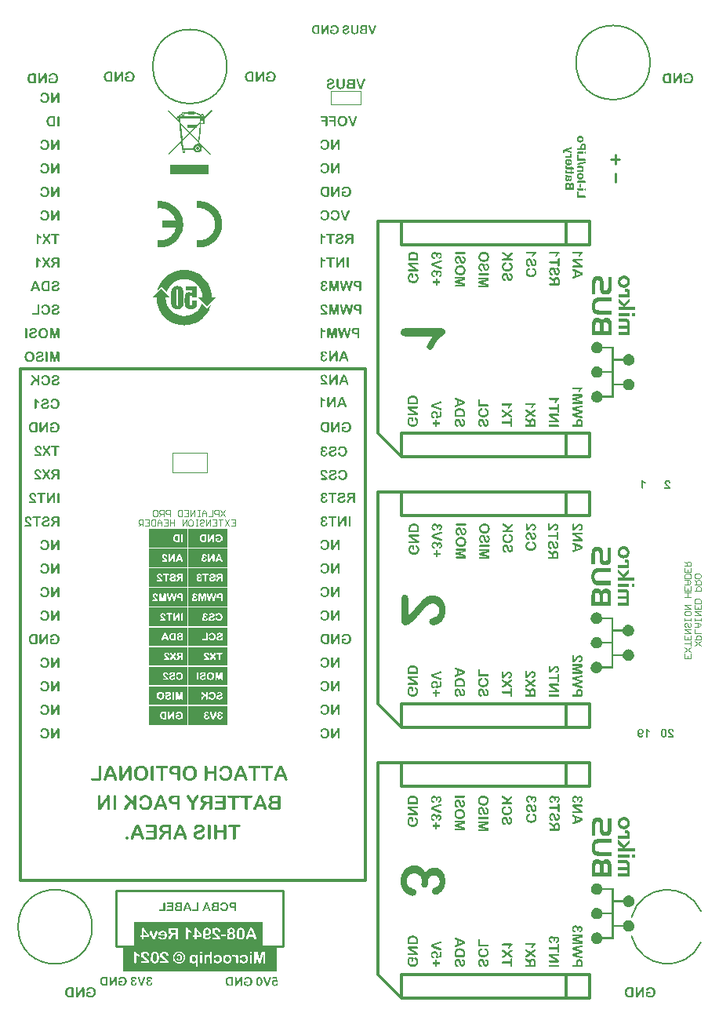
<source format=gbo>
G04*
G04 #@! TF.GenerationSoftware,Altium Limited,Altium Designer,20.2.8 (258)*
G04*
G04 Layer_Color=32896*
%FSLAX43Y43*%
%MOMM*%
G71*
G04*
G04 #@! TF.SameCoordinates,2C7AC1C0-F562-43BB-A571-7E62E4670D11*
G04*
G04*
G04 #@! TF.FilePolarity,Positive*
G04*
G01*
G75*
%ADD11C,0.254*%
%ADD12C,0.250*%
%ADD13C,0.100*%
%ADD15C,0.305*%
%ADD16C,0.200*%
%ADD105C,0.112*%
G36*
X23075Y36300D02*
X18875D01*
Y38300D01*
X23075D01*
Y36300D01*
D02*
G37*
G36*
Y46925D02*
X18875D01*
Y48925D01*
X23075D01*
Y46925D01*
D02*
G37*
G36*
X23076Y32050D02*
X18876D01*
Y34050D01*
X23076D01*
Y32050D01*
D02*
G37*
G36*
Y38425D02*
X18876D01*
Y40425D01*
X23076D01*
Y38425D01*
D02*
G37*
G36*
X23075Y42675D02*
X18875D01*
Y44675D01*
X23075D01*
Y42675D01*
D02*
G37*
G36*
X18800Y38425D02*
X14600D01*
Y40425D01*
X18800D01*
Y38425D01*
D02*
G37*
G36*
Y51175D02*
X14600D01*
Y53175D01*
X18800D01*
Y51175D01*
D02*
G37*
G36*
Y49050D02*
X14600D01*
Y51050D01*
X18800D01*
Y49050D01*
D02*
G37*
G36*
X23075Y51175D02*
X18875D01*
Y53175D01*
X23075D01*
Y51175D01*
D02*
G37*
G36*
X18800Y34175D02*
X14600D01*
Y36175D01*
X18800D01*
Y34175D01*
D02*
G37*
G36*
X28408Y5462D02*
X11804D01*
Y8083D01*
X28408D01*
Y5462D01*
D02*
G37*
G36*
X23075Y34175D02*
X18875D01*
Y36175D01*
X23075D01*
Y34175D01*
D02*
G37*
G36*
X18800Y44800D02*
X14600D01*
Y46800D01*
X18800D01*
Y44800D01*
D02*
G37*
G36*
Y46925D02*
X14600D01*
Y48925D01*
X18800D01*
Y46925D01*
D02*
G37*
G36*
Y36300D02*
X14600D01*
Y38300D01*
X18800D01*
Y36300D01*
D02*
G37*
G36*
X23075Y40550D02*
X18875D01*
Y42550D01*
X23075D01*
Y40550D01*
D02*
G37*
G36*
Y49050D02*
X18875D01*
Y51050D01*
X23075D01*
Y49050D01*
D02*
G37*
G36*
Y44800D02*
X18875D01*
Y46800D01*
X23075D01*
Y44800D01*
D02*
G37*
G36*
X18800Y32050D02*
X14600D01*
Y34050D01*
X18800D01*
Y32050D01*
D02*
G37*
G36*
Y40550D02*
X14600D01*
Y42550D01*
X18800D01*
Y40550D01*
D02*
G37*
G36*
Y42675D02*
X14600D01*
Y44675D01*
X18800D01*
Y42675D01*
D02*
G37*
G36*
X19841Y78139D02*
X19276D01*
Y78174D01*
Y78204D01*
X19271Y78224D01*
Y78244D01*
X19266Y78264D01*
Y78269D01*
X19256Y78289D01*
X19246Y78309D01*
X19236Y78319D01*
X19231Y78324D01*
X19211Y78344D01*
X19191Y78349D01*
X19176Y78354D01*
X19146D01*
X19126Y78344D01*
X19096Y78329D01*
X19081Y78309D01*
X19076Y78304D01*
Y78299D01*
X19066Y78279D01*
X19061Y78249D01*
X19056Y78189D01*
X19051Y78164D01*
Y78139D01*
Y78124D01*
Y78119D01*
Y77639D01*
Y77594D01*
Y77554D01*
Y77489D01*
Y77439D01*
Y77399D01*
X19056Y77379D01*
Y77364D01*
Y77354D01*
X19061Y77334D01*
X19071Y77314D01*
X19081Y77299D01*
X19086Y77294D01*
X19106Y77279D01*
X19131Y77269D01*
X19146Y77264D01*
X19156D01*
X19186Y77269D01*
X19211Y77279D01*
X19231Y77294D01*
X19246Y77314D01*
X19261Y77344D01*
X19266Y77354D01*
Y77359D01*
X19271Y77404D01*
Y77454D01*
X19276Y77564D01*
Y77614D01*
Y77654D01*
Y77684D01*
Y77689D01*
Y77694D01*
Y77844D01*
X19841D01*
Y77719D01*
X19836Y77599D01*
X19831Y77494D01*
X19821Y77409D01*
X19806Y77339D01*
X19791Y77284D01*
X19781Y77244D01*
X19776Y77224D01*
X19771Y77214D01*
X19741Y77159D01*
X19706Y77109D01*
X19666Y77070D01*
X19626Y77035D01*
X19591Y77010D01*
X19561Y76990D01*
X19541Y76980D01*
X19536Y76975D01*
X19471Y76950D01*
X19401Y76930D01*
X19336Y76915D01*
X19276Y76905D01*
X19226Y76900D01*
X19181Y76895D01*
X19146D01*
X19076Y76900D01*
X19016Y76905D01*
X18961Y76915D01*
X18911Y76925D01*
X18876Y76935D01*
X18846Y76940D01*
X18826Y76950D01*
X18821D01*
X18771Y76975D01*
X18731Y77000D01*
X18696Y77025D01*
X18666Y77055D01*
X18641Y77075D01*
X18626Y77094D01*
X18616Y77104D01*
X18611Y77109D01*
X18586Y77149D01*
X18561Y77189D01*
X18531Y77259D01*
X18521Y77289D01*
X18516Y77309D01*
X18511Y77324D01*
Y77329D01*
X18501Y77379D01*
X18496Y77434D01*
X18491Y77499D01*
Y77559D01*
X18486Y77614D01*
Y77659D01*
Y77689D01*
Y77694D01*
Y77699D01*
Y78044D01*
Y78114D01*
X18491Y78184D01*
X18496Y78244D01*
X18506Y78299D01*
X18516Y78344D01*
X18526Y78389D01*
X18536Y78429D01*
X18546Y78464D01*
X18566Y78514D01*
X18586Y78554D01*
X18601Y78574D01*
X18606Y78579D01*
X18656Y78624D01*
X18711Y78659D01*
X18771Y78684D01*
X18826Y78704D01*
X18876Y78714D01*
X18916Y78719D01*
X18956D01*
X19031Y78714D01*
X19101Y78694D01*
X19161Y78669D01*
X19211Y78639D01*
X19246Y78609D01*
X19276Y78584D01*
X19296Y78564D01*
X19301Y78559D01*
Y78959D01*
X18596D01*
Y79344D01*
X19811D01*
X19841Y78139D01*
D02*
G37*
G36*
X18586Y81138D02*
X18736Y81128D01*
X18876Y81108D01*
X19016Y81078D01*
X19146Y81048D01*
X19271Y81013D01*
X19386Y80979D01*
X19496Y80944D01*
X19591Y80904D01*
X19681Y80869D01*
X19756Y80834D01*
X19821Y80804D01*
X19871Y80779D01*
X19911Y80759D01*
X19931Y80744D01*
X19941Y80739D01*
X20065Y80659D01*
X20185Y80579D01*
X20295Y80489D01*
X20400Y80399D01*
X20495Y80309D01*
X20585Y80219D01*
X20670Y80129D01*
X20740Y80044D01*
X20810Y79964D01*
X20865Y79889D01*
X20915Y79819D01*
X20955Y79764D01*
X20990Y79714D01*
X21010Y79679D01*
X21025Y79659D01*
X21030Y79649D01*
X21100Y79519D01*
X21160Y79384D01*
X21215Y79254D01*
X21260Y79124D01*
X21300Y78994D01*
X21330Y78869D01*
X21360Y78749D01*
X21380Y78639D01*
X21395Y78534D01*
X21410Y78439D01*
X21420Y78354D01*
X21425Y78284D01*
Y78224D01*
X21430Y78179D01*
Y78154D01*
Y78144D01*
X21900D01*
X20910Y77189D01*
X19916Y78144D01*
X20430D01*
X20425Y78299D01*
X20405Y78444D01*
X20375Y78584D01*
X20340Y78714D01*
X20295Y78839D01*
X20245Y78954D01*
X20195Y79064D01*
X20140Y79159D01*
X20085Y79249D01*
X20035Y79329D01*
X19985Y79394D01*
X19941Y79449D01*
X19906Y79494D01*
X19876Y79529D01*
X19856Y79549D01*
X19851Y79554D01*
X19741Y79659D01*
X19621Y79749D01*
X19501Y79824D01*
X19381Y79894D01*
X19261Y79949D01*
X19146Y79994D01*
X19031Y80034D01*
X18926Y80064D01*
X18821Y80089D01*
X18731Y80109D01*
X18646Y80119D01*
X18576Y80129D01*
X18516Y80134D01*
X18471Y80139D01*
X18436D01*
X18316Y80134D01*
X18201Y80124D01*
X18091Y80104D01*
X17981Y80079D01*
X17881Y80054D01*
X17786Y80019D01*
X17696Y79989D01*
X17616Y79954D01*
X17541Y79919D01*
X17471Y79884D01*
X17416Y79849D01*
X17366Y79824D01*
X17326Y79799D01*
X17301Y79779D01*
X17281Y79769D01*
X17276Y79764D01*
X17181Y79694D01*
X17096Y79614D01*
X17016Y79539D01*
X16941Y79454D01*
X16876Y79374D01*
X16816Y79294D01*
X16761Y79214D01*
X16716Y79139D01*
X16676Y79064D01*
X16641Y78999D01*
X16611Y78939D01*
X16586Y78889D01*
X16571Y78849D01*
X16556Y78814D01*
X16546Y78794D01*
Y78789D01*
X15962Y79344D01*
X15552Y78949D01*
X15607Y79129D01*
X15677Y79294D01*
X15752Y79454D01*
X15837Y79604D01*
X15922Y79744D01*
X16012Y79874D01*
X16101Y79994D01*
X16191Y80104D01*
X16276Y80199D01*
X16356Y80284D01*
X16431Y80359D01*
X16496Y80419D01*
X16551Y80464D01*
X16591Y80499D01*
X16616Y80524D01*
X16626Y80529D01*
X16776Y80639D01*
X16931Y80734D01*
X17091Y80814D01*
X17246Y80884D01*
X17401Y80944D01*
X17551Y80993D01*
X17696Y81033D01*
X17831Y81068D01*
X17956Y81093D01*
X18076Y81113D01*
X18176Y81123D01*
X18266Y81133D01*
X18336Y81138D01*
X18366Y81143D01*
X18436D01*
X18586Y81138D01*
D02*
G37*
G36*
X17791Y79389D02*
X17866Y79379D01*
X17936Y79359D01*
X17991Y79344D01*
X18036Y79324D01*
X18071Y79304D01*
X18096Y79294D01*
X18101Y79289D01*
X18156Y79249D01*
X18201Y79204D01*
X18236Y79159D01*
X18266Y79119D01*
X18286Y79084D01*
X18301Y79054D01*
X18306Y79029D01*
X18311Y79024D01*
X18331Y78959D01*
X18341Y78879D01*
X18351Y78799D01*
X18361Y78719D01*
Y78644D01*
X18366Y78584D01*
Y78559D01*
Y78544D01*
Y78534D01*
Y78529D01*
Y77694D01*
Y77604D01*
X18361Y77529D01*
X18356Y77469D01*
X18346Y77414D01*
X18341Y77374D01*
X18336Y77349D01*
X18331Y77329D01*
Y77324D01*
X18296Y77239D01*
X18281Y77199D01*
X18261Y77169D01*
X18241Y77139D01*
X18231Y77119D01*
X18221Y77104D01*
X18216Y77100D01*
X18151Y77035D01*
X18081Y76985D01*
X18051Y76970D01*
X18026Y76955D01*
X18011Y76950D01*
X18006Y76945D01*
X17951Y76930D01*
X17896Y76915D01*
X17841Y76905D01*
X17786Y76900D01*
X17736D01*
X17701Y76895D01*
X17611D01*
X17556Y76900D01*
X17511Y76910D01*
X17466Y76920D01*
X17436Y76925D01*
X17406Y76935D01*
X17391Y76940D01*
X17386D01*
X17341Y76960D01*
X17301Y76985D01*
X17266Y77015D01*
X17236Y77040D01*
X17211Y77065D01*
X17191Y77080D01*
X17181Y77094D01*
X17176Y77100D01*
X17146Y77144D01*
X17121Y77184D01*
X17101Y77224D01*
X17086Y77259D01*
X17076Y77289D01*
X17066Y77314D01*
X17061Y77329D01*
Y77334D01*
X17051Y77389D01*
X17041Y77449D01*
X17036Y77514D01*
Y77579D01*
X17031Y77639D01*
Y77689D01*
Y77709D01*
Y77724D01*
Y77729D01*
Y77734D01*
Y78529D01*
Y78624D01*
X17036Y78709D01*
X17041Y78779D01*
Y78834D01*
X17046Y78874D01*
X17051Y78904D01*
X17056Y78924D01*
Y78929D01*
X17081Y79019D01*
X17096Y79054D01*
X17116Y79089D01*
X17131Y79114D01*
X17146Y79139D01*
X17151Y79149D01*
X17156Y79154D01*
X17186Y79194D01*
X17221Y79224D01*
X17291Y79279D01*
X17326Y79299D01*
X17351Y79314D01*
X17371Y79319D01*
X17376Y79324D01*
X17431Y79349D01*
X17491Y79364D01*
X17546Y79379D01*
X17596Y79384D01*
X17641Y79389D01*
X17676Y79394D01*
X17706D01*
X17791Y79389D01*
D02*
G37*
G36*
X16961Y78144D02*
X16441D01*
X16446Y77994D01*
X16466Y77844D01*
X16496Y77704D01*
X16531Y77574D01*
X16576Y77449D01*
X16626Y77334D01*
X16681Y77224D01*
X16736Y77129D01*
X16791Y77040D01*
X16846Y76960D01*
X16896Y76895D01*
X16941Y76840D01*
X16976Y76795D01*
X17006Y76760D01*
X17026Y76740D01*
X17031Y76735D01*
X17141Y76635D01*
X17261Y76545D01*
X17376Y76465D01*
X17496Y76400D01*
X17616Y76345D01*
X17731Y76295D01*
X17846Y76260D01*
X17951Y76230D01*
X18051Y76205D01*
X18146Y76185D01*
X18226Y76175D01*
X18301Y76165D01*
X18356Y76160D01*
X18401Y76155D01*
X18436D01*
X18556Y76160D01*
X18671Y76170D01*
X18781Y76190D01*
X18886Y76215D01*
X18991Y76240D01*
X19086Y76270D01*
X19176Y76305D01*
X19256Y76340D01*
X19336Y76375D01*
X19401Y76410D01*
X19461Y76440D01*
X19511Y76465D01*
X19546Y76490D01*
X19576Y76510D01*
X19596Y76520D01*
X19601Y76525D01*
X19696Y76595D01*
X19781Y76675D01*
X19861Y76755D01*
X19931Y76835D01*
X20000Y76915D01*
X20060Y77000D01*
X20110Y77075D01*
X20155Y77154D01*
X20200Y77224D01*
X20235Y77294D01*
X20260Y77349D01*
X20285Y77404D01*
X20300Y77444D01*
X20315Y77479D01*
X20320Y77499D01*
X20325Y77504D01*
X20910Y76950D01*
X21320Y77339D01*
X21260Y77159D01*
X21195Y76990D01*
X21120Y76830D01*
X21035Y76680D01*
X20950Y76540D01*
X20860Y76410D01*
X20770Y76290D01*
X20680Y76180D01*
X20595Y76085D01*
X20510Y76000D01*
X20440Y75925D01*
X20375Y75865D01*
X20320Y75820D01*
X20280Y75785D01*
X20255Y75760D01*
X20245Y75755D01*
X20095Y75650D01*
X19935Y75555D01*
X19781Y75475D01*
X19626Y75405D01*
X19471Y75345D01*
X19321Y75300D01*
X19176Y75260D01*
X19041Y75225D01*
X18916Y75200D01*
X18796Y75180D01*
X18696Y75170D01*
X18606Y75160D01*
X18536Y75155D01*
X18506Y75150D01*
X18436D01*
X18286Y75155D01*
X18136Y75165D01*
X17996Y75185D01*
X17856Y75215D01*
X17726Y75245D01*
X17601Y75275D01*
X17486Y75315D01*
X17381Y75350D01*
X17281Y75385D01*
X17196Y75425D01*
X17121Y75455D01*
X17056Y75490D01*
X17006Y75515D01*
X16966Y75535D01*
X16946Y75545D01*
X16936Y75550D01*
X16811Y75630D01*
X16691Y75715D01*
X16581Y75800D01*
X16476Y75890D01*
X16376Y75985D01*
X16286Y76075D01*
X16206Y76165D01*
X16131Y76250D01*
X16066Y76330D01*
X16012Y76405D01*
X15962Y76475D01*
X15922Y76530D01*
X15887Y76580D01*
X15867Y76615D01*
X15852Y76635D01*
X15847Y76645D01*
X15777Y76775D01*
X15712Y76910D01*
X15657Y77040D01*
X15612Y77169D01*
X15572Y77299D01*
X15542Y77424D01*
X15512Y77539D01*
X15492Y77654D01*
X15477Y77759D01*
X15462Y77849D01*
X15452Y77934D01*
X15447Y78009D01*
Y78064D01*
X15442Y78109D01*
Y78134D01*
Y78144D01*
X14972D01*
X15962Y79094D01*
X16961Y78144D01*
D02*
G37*
G36*
X39081Y107533D02*
X39094Y107530D01*
X39105Y107525D01*
X39115Y107520D01*
X39123Y107515D01*
X39128Y107510D01*
X39132Y107507D01*
X39133Y107506D01*
X39142Y107496D01*
X39148Y107486D01*
X39152Y107475D01*
X39155Y107467D01*
X39157Y107458D01*
X39158Y107451D01*
Y107447D01*
Y107446D01*
X39157Y107436D01*
X39156Y107426D01*
X39155Y107418D01*
Y107416D01*
Y107414D01*
X39151Y107402D01*
X39148Y107390D01*
X39146Y107383D01*
X39145Y107381D01*
Y107380D01*
X39139Y107367D01*
X39137Y107357D01*
X39134Y107350D01*
X39133Y107348D01*
Y107347D01*
X38908Y106736D01*
X38899Y106711D01*
X38896Y106699D01*
X38892Y106689D01*
X38889Y106680D01*
X38887Y106674D01*
X38884Y106670D01*
Y106669D01*
X38874Y106646D01*
X38870Y106637D01*
X38865Y106628D01*
X38861Y106622D01*
X38859Y106617D01*
X38857Y106613D01*
X38856Y106612D01*
X38842Y106595D01*
X38828Y106584D01*
X38822Y106580D01*
X38817Y106576D01*
X38814Y106575D01*
X38813Y106574D01*
X38803Y106569D01*
X38791Y106565D01*
X38770Y106561D01*
X38761Y106560D01*
X38753Y106558D01*
X38747D01*
X38733Y106560D01*
X38720Y106561D01*
X38710Y106564D01*
X38700Y106566D01*
X38692Y106569D01*
X38687Y106571D01*
X38683Y106574D01*
X38682D01*
X38664Y106586D01*
X38652Y106599D01*
X38647Y106604D01*
X38643Y106609D01*
X38642Y106612D01*
X38640Y106613D01*
X38629Y106632D01*
X38620Y106650D01*
X38616Y106658D01*
X38614Y106664D01*
X38611Y106668D01*
Y106669D01*
X38602Y106693D01*
X38598Y106705D01*
X38595Y106715D01*
X38591Y106724D01*
X38590Y106730D01*
X38587Y106735D01*
Y106736D01*
X38358Y107352D01*
X38355Y107364D01*
X38351Y107374D01*
X38349Y107381D01*
X38348Y107383D01*
Y107384D01*
X38344Y107397D01*
X38341Y107407D01*
X38339Y107414D01*
X38338Y107416D01*
Y107417D01*
X38336Y107428D01*
X38333Y107439D01*
Y107445D01*
Y107447D01*
X38336Y107463D01*
X38339Y107475D01*
X38342Y107481D01*
X38343Y107484D01*
X38346Y107487D01*
Y107488D01*
X38356Y107502D01*
X38366Y107512D01*
X38371Y107516D01*
X38375Y107519D01*
X38377Y107521D01*
X38379D01*
X38394Y107529D01*
X38408Y107533D01*
X38414Y107534D01*
X38423D01*
X38436Y107533D01*
X38446Y107531D01*
X38455Y107529D01*
X38463Y107526D01*
X38469Y107522D01*
X38473Y107520D01*
X38475Y107519D01*
X38476Y107517D01*
X38489Y107506D01*
X38498Y107494D01*
X38501Y107489D01*
X38503Y107486D01*
X38504Y107483D01*
Y107482D01*
X38508Y107473D01*
X38511Y107463D01*
X38520Y107440D01*
X38523Y107428D01*
X38526Y107421D01*
X38527Y107414D01*
X38529Y107412D01*
X38743Y106776D01*
X38957Y107408D01*
X38964Y107431D01*
X38972Y107450D01*
X38978Y107467D01*
X38984Y107481D01*
X38990Y107491D01*
X38993Y107497D01*
X38996Y107502D01*
X38997Y107503D01*
X39006Y107514D01*
X39016Y107521D01*
X39028Y107526D01*
X39039Y107530D01*
X39051Y107533D01*
X39059Y107534D01*
X39067D01*
X39081Y107533D01*
D02*
G37*
G36*
X37162D02*
X37176Y107529D01*
X37187Y107525D01*
X37198Y107520D01*
X37205Y107514D01*
X37210Y107510D01*
X37214Y107506D01*
X37215Y107505D01*
X37224Y107492D01*
X37231Y107479D01*
X37234Y107464D01*
X37237Y107450D01*
X37239Y107437D01*
X37241Y107427D01*
Y107420D01*
Y107418D01*
Y107417D01*
Y106964D01*
X37239Y106926D01*
X37237Y106890D01*
X37233Y106858D01*
X37229Y106832D01*
X37227Y106820D01*
X37226Y106810D01*
X37223Y106801D01*
X37222Y106793D01*
X37220Y106787D01*
X37219Y106783D01*
X37218Y106781D01*
Y106779D01*
X37208Y106753D01*
X37196Y106727D01*
X37185Y106706D01*
X37173Y106688D01*
X37162Y106674D01*
X37153Y106663D01*
X37148Y106656D01*
X37146Y106654D01*
X37125Y106636D01*
X37105Y106622D01*
X37083Y106609D01*
X37063Y106599D01*
X37045Y106592D01*
X37031Y106585D01*
X37026Y106584D01*
X37022Y106583D01*
X37020Y106581D01*
X37019D01*
X36988Y106574D01*
X36956Y106569D01*
X36925Y106564D01*
X36895Y106561D01*
X36881D01*
X36869Y106560D01*
X36859D01*
X36848Y106558D01*
X36831D01*
X36798Y106560D01*
X36767Y106562D01*
X36740Y106565D01*
X36716Y106570D01*
X36698Y106574D01*
X36690Y106575D01*
X36683Y106576D01*
X36678Y106578D01*
X36674Y106579D01*
X36673Y106580D01*
X36672D01*
X36646Y106589D01*
X36624Y106600D01*
X36603Y106612D01*
X36585Y106622D01*
X36571Y106632D01*
X36560Y106641D01*
X36554Y106646D01*
X36551Y106649D01*
X36531Y106670D01*
X36513Y106693D01*
X36499Y106715D01*
X36488Y106735D01*
X36480Y106752D01*
X36474Y106766D01*
X36472Y106771D01*
X36471Y106774D01*
X36470Y106777D01*
Y106778D01*
X36462Y106807D01*
X36457Y106839D01*
X36453Y106870D01*
X36451Y106899D01*
X36450Y106913D01*
Y106924D01*
X36448Y106936D01*
Y106946D01*
Y106953D01*
Y106959D01*
Y106962D01*
Y106964D01*
Y107417D01*
X36450Y107437D01*
X36452Y107455D01*
X36457Y107470D01*
X36461Y107483D01*
X36466Y107492D01*
X36471Y107500D01*
X36474Y107503D01*
X36475Y107505D01*
X36485Y107515D01*
X36497Y107521D01*
X36509Y107526D01*
X36519Y107530D01*
X36530Y107533D01*
X36537Y107534D01*
X36545D01*
X36560Y107533D01*
X36574Y107529D01*
X36585Y107525D01*
X36596Y107520D01*
X36603Y107514D01*
X36608Y107510D01*
X36612Y107506D01*
X36613Y107505D01*
X36622Y107492D01*
X36629Y107479D01*
X36632Y107464D01*
X36635Y107450D01*
X36638Y107437D01*
X36639Y107427D01*
Y107420D01*
Y107418D01*
Y107417D01*
Y106950D01*
Y106928D01*
X36641Y106906D01*
X36643Y106887D01*
X36646Y106870D01*
X36650Y106853D01*
X36654Y106839D01*
X36658Y106825D01*
X36662Y106814D01*
X36667Y106802D01*
X36671Y106793D01*
X36674Y106786D01*
X36678Y106779D01*
X36682Y106774D01*
X36683Y106771D01*
X36686Y106769D01*
Y106768D01*
X36695Y106758D01*
X36706Y106749D01*
X36730Y106734D01*
X36757Y106724D01*
X36782Y106717D01*
X36806Y106712D01*
X36817Y106711D01*
X36827D01*
X36834Y106710D01*
X36845D01*
X36874Y106711D01*
X36899Y106715D01*
X36921Y106719D01*
X36939Y106725D01*
X36952Y106730D01*
X36963Y106734D01*
X36969Y106738D01*
X36972Y106739D01*
X36987Y106750D01*
X36999Y106764D01*
X37011Y106777D01*
X37020Y106791D01*
X37026Y106802D01*
X37030Y106811D01*
X37032Y106818D01*
X37034Y106820D01*
X37039Y106842D01*
X37043Y106863D01*
X37046Y106886D01*
X37048Y106906D01*
X37049Y106926D01*
X37050Y106941D01*
Y106946D01*
Y106950D01*
Y106952D01*
Y106953D01*
Y107417D01*
X37052Y107437D01*
X37054Y107455D01*
X37059Y107470D01*
X37063Y107483D01*
X37068Y107492D01*
X37073Y107500D01*
X37076Y107503D01*
X37077Y107505D01*
X37087Y107515D01*
X37099Y107521D01*
X37110Y107526D01*
X37121Y107530D01*
X37132Y107533D01*
X37139Y107534D01*
X37147D01*
X37162Y107533D01*
D02*
G37*
G36*
X38097Y107516D02*
X38115Y107514D01*
X38130Y107508D01*
X38142Y107503D01*
X38151Y107498D01*
X38159Y107493D01*
X38163Y107491D01*
X38164Y107489D01*
X38173Y107478D01*
X38179Y107464D01*
X38184Y107449D01*
X38187Y107434D01*
X38189Y107421D01*
X38191Y107409D01*
Y107402D01*
Y107400D01*
Y107399D01*
Y106692D01*
X38189Y106670D01*
X38187Y106652D01*
X38182Y106637D01*
X38177Y106625D01*
X38173Y106616D01*
X38168Y106608D01*
X38165Y106604D01*
X38164Y106603D01*
X38153Y106594D01*
X38139Y106586D01*
X38125Y106581D01*
X38109Y106579D01*
X38097Y106576D01*
X38085Y106575D01*
X37760D01*
X37735Y106576D01*
X37712Y106578D01*
X37693Y106579D01*
X37678D01*
X37666Y106580D01*
X37659Y106581D01*
X37656D01*
X37636Y106585D01*
X37617Y106589D01*
X37600Y106593D01*
X37585Y106597D01*
X37574Y106600D01*
X37565Y106604D01*
X37560Y106605D01*
X37557Y106607D01*
X37533Y106619D01*
X37511Y106635D01*
X37492Y106650D01*
X37477Y106665D01*
X37464Y106679D01*
X37455Y106691D01*
X37449Y106698D01*
X37448Y106699D01*
Y106701D01*
X37434Y106725D01*
X37424Y106750D01*
X37417Y106773D01*
X37412Y106796D01*
X37410Y106815D01*
X37408Y106823D01*
X37407Y106830D01*
Y106835D01*
Y106839D01*
Y106842D01*
Y106843D01*
X37410Y106873D01*
X37415Y106903D01*
X37424Y106928D01*
X37436Y106951D01*
X37450Y106973D01*
X37466Y106992D01*
X37482Y107008D01*
X37500Y107023D01*
X37518Y107036D01*
X37534Y107046D01*
X37549Y107055D01*
X37563Y107063D01*
X37575Y107068D01*
X37585Y107072D01*
X37590Y107073D01*
X37593Y107074D01*
X37567Y107087D01*
X37546Y107102D01*
X37528Y107117D01*
X37511Y107134D01*
X37497Y107150D01*
X37486Y107168D01*
X37477Y107186D01*
X37469Y107202D01*
X37463Y107218D01*
X37459Y107233D01*
X37455Y107246D01*
X37454Y107258D01*
X37453Y107267D01*
X37452Y107275D01*
Y107280D01*
Y107281D01*
Y107296D01*
X37454Y107310D01*
X37455Y107323D01*
X37458Y107336D01*
X37460Y107345D01*
X37463Y107352D01*
X37464Y107357D01*
X37466Y107359D01*
X37477Y107385D01*
X37485Y107397D01*
X37491Y107406D01*
X37496Y107414D01*
X37501Y107421D01*
X37504Y107425D01*
X37505Y107426D01*
X37525Y107446D01*
X37534Y107455D01*
X37543Y107463D01*
X37552Y107469D01*
X37558Y107473D01*
X37562Y107475D01*
X37563Y107477D01*
X37579Y107484D01*
X37594Y107492D01*
X37609Y107497D01*
X37623Y107501D01*
X37634Y107505D01*
X37643Y107507D01*
X37650Y107508D01*
X37652D01*
X37671Y107511D01*
X37692Y107514D01*
X37711Y107515D01*
X37730Y107516D01*
X37745Y107517D01*
X38075D01*
X38097Y107516D01*
D02*
G37*
G36*
X35942Y107533D02*
X35978Y107529D01*
X36010Y107524D01*
X36025Y107520D01*
X36038Y107517D01*
X36051Y107515D01*
X36061Y107511D01*
X36071Y107508D01*
X36079Y107506D01*
X36084Y107503D01*
X36089Y107502D01*
X36091Y107501D01*
X36093D01*
X36121Y107487D01*
X36146Y107473D01*
X36166Y107456D01*
X36184Y107441D01*
X36197Y107428D01*
X36207Y107417D01*
X36212Y107409D01*
X36215Y107408D01*
Y107407D01*
X36229Y107384D01*
X36239Y107360D01*
X36246Y107337D01*
X36251Y107315D01*
X36254Y107298D01*
X36255Y107282D01*
X36257Y107277D01*
Y107273D01*
Y107271D01*
Y107270D01*
X36255Y107240D01*
X36250Y107214D01*
X36244Y107190D01*
X36236Y107171D01*
X36230Y107154D01*
X36223Y107143D01*
X36218Y107135D01*
X36217Y107134D01*
Y107133D01*
X36201Y107113D01*
X36183Y107096D01*
X36165Y107080D01*
X36147Y107068D01*
X36132Y107059D01*
X36119Y107051D01*
X36114Y107049D01*
X36110Y107046D01*
X36109Y107045D01*
X36108D01*
X36081Y107033D01*
X36052Y107023D01*
X36024Y107013D01*
X35997Y107006D01*
X35973Y106999D01*
X35963Y106997D01*
X35954Y106994D01*
X35948Y106993D01*
X35943Y106992D01*
X35939Y106990D01*
X35938D01*
X35911Y106984D01*
X35887Y106978D01*
X35867Y106973D01*
X35849Y106967D01*
X35835Y106964D01*
X35825Y106960D01*
X35820Y106959D01*
X35817Y106957D01*
X35801Y106951D01*
X35787Y106943D01*
X35773Y106936D01*
X35762Y106929D01*
X35754Y106922D01*
X35747Y106917D01*
X35743Y106913D01*
X35742Y106912D01*
X35732Y106900D01*
X35726Y106887D01*
X35721Y106875D01*
X35717Y106862D01*
X35714Y106852D01*
X35713Y106843D01*
Y106838D01*
Y106835D01*
X35715Y106815D01*
X35722Y106796D01*
X35729Y106778D01*
X35740Y106764D01*
X35750Y106753D01*
X35757Y106745D01*
X35764Y106739D01*
X35766Y106738D01*
X35788Y106725D01*
X35811Y106715D01*
X35834Y106708D01*
X35855Y106703D01*
X35876Y106701D01*
X35883Y106699D01*
X35891D01*
X35897Y106698D01*
X35905D01*
X35926Y106699D01*
X35947Y106701D01*
X35963Y106705D01*
X35978Y106708D01*
X35990Y106711D01*
X35999Y106715D01*
X36004Y106716D01*
X36005Y106717D01*
X36019Y106725D01*
X36030Y106732D01*
X36041Y106741D01*
X36050Y106749D01*
X36056Y106757D01*
X36061Y106762D01*
X36063Y106766D01*
X36065Y106767D01*
X36072Y106779D01*
X36079Y106792D01*
X36085Y106805D01*
X36091Y106816D01*
X36097Y106826D01*
X36100Y106835D01*
X36102Y106840D01*
X36103Y106843D01*
X36109Y106856D01*
X36116Y106867D01*
X36121Y106877D01*
X36127Y106885D01*
X36132Y106891D01*
X36136Y106895D01*
X36138Y106898D01*
X36140Y106899D01*
X36147Y106905D01*
X36156Y106910D01*
X36164Y106914D01*
X36171Y106917D01*
X36179Y106918D01*
X36184Y106919D01*
X36189D01*
X36203Y106918D01*
X36215Y106915D01*
X36226Y106912D01*
X36235Y106906D01*
X36241Y106901D01*
X36248Y106898D01*
X36250Y106895D01*
X36251Y106894D01*
X36259Y106885D01*
X36265Y106875D01*
X36269Y106865D01*
X36273Y106856D01*
X36274Y106848D01*
X36276Y106842D01*
Y106837D01*
Y106835D01*
X36274Y106812D01*
X36269Y106790D01*
X36263Y106769D01*
X36255Y106750D01*
X36248Y106734D01*
X36241Y106722D01*
X36239Y106717D01*
X36236Y106713D01*
X36235Y106712D01*
Y106711D01*
X36218Y106689D01*
X36202Y106669D01*
X36184Y106652D01*
X36168Y106637D01*
X36152Y106626D01*
X36141Y106617D01*
X36133Y106612D01*
X36132Y106611D01*
X36131D01*
X36094Y106593D01*
X36056Y106580D01*
X36018Y106571D01*
X35981Y106565D01*
X35964Y106562D01*
X35949Y106561D01*
X35935Y106560D01*
X35923D01*
X35914Y106558D01*
X35900D01*
X35858Y106560D01*
X35820Y106565D01*
X35785Y106571D01*
X35770Y106574D01*
X35756Y106578D01*
X35743Y106581D01*
X35732Y106585D01*
X35722Y106588D01*
X35714Y106590D01*
X35708Y106593D01*
X35703Y106595D01*
X35700Y106597D01*
X35699D01*
X35669Y106612D01*
X35643Y106630D01*
X35620Y106646D01*
X35602Y106664D01*
X35589Y106679D01*
X35577Y106691D01*
X35575Y106696D01*
X35572Y106699D01*
X35569Y106701D01*
Y106702D01*
X35554Y106729D01*
X35544Y106755D01*
X35536Y106781D01*
X35530Y106805D01*
X35528Y106826D01*
X35526Y106835D01*
Y106843D01*
X35525Y106848D01*
Y106853D01*
Y106856D01*
Y106857D01*
X35526Y106882D01*
X35529Y106906D01*
X35533Y106927D01*
X35538Y106945D01*
X35543Y106959D01*
X35547Y106969D01*
X35549Y106975D01*
X35550Y106978D01*
X35561Y106995D01*
X35572Y107011D01*
X35583Y107025D01*
X35595Y107037D01*
X35606Y107046D01*
X35614Y107054D01*
X35619Y107058D01*
X35622Y107059D01*
X35639Y107070D01*
X35658Y107080D01*
X35676Y107091D01*
X35694Y107098D01*
X35709Y107105D01*
X35721Y107110D01*
X35726Y107111D01*
X35729Y107112D01*
X35731Y107113D01*
X35732D01*
X35756Y107122D01*
X35782Y107130D01*
X35806Y107136D01*
X35829Y107143D01*
X35848Y107148D01*
X35855Y107149D01*
X35862Y107152D01*
X35868Y107153D01*
X35872D01*
X35874Y107154D01*
X35876D01*
X35898Y107160D01*
X35917Y107164D01*
X35933Y107169D01*
X35947Y107172D01*
X35956Y107174D01*
X35963Y107177D01*
X35967Y107178D01*
X35968D01*
X35989Y107186D01*
X36005Y107193D01*
X36013Y107197D01*
X36018Y107200D01*
X36022Y107202D01*
X36023D01*
X36041Y107214D01*
X36053Y107227D01*
X36058Y107230D01*
X36062Y107234D01*
X36063Y107237D01*
X36065Y107238D01*
X36070Y107246D01*
X36074Y107254D01*
X36077Y107270D01*
X36079Y107276D01*
X36080Y107281D01*
Y107285D01*
Y107286D01*
X36077Y107303D01*
X36072Y107318D01*
X36066Y107331D01*
X36057Y107343D01*
X36050Y107352D01*
X36042Y107359D01*
X36037Y107364D01*
X36036Y107365D01*
X36018Y107376D01*
X35997Y107384D01*
X35977Y107390D01*
X35958Y107394D01*
X35942Y107397D01*
X35928Y107398D01*
X35915D01*
X35887Y107397D01*
X35863Y107393D01*
X35842Y107388D01*
X35827Y107383D01*
X35815Y107378D01*
X35806Y107373D01*
X35801Y107369D01*
X35799Y107367D01*
X35787Y107355D01*
X35774Y107342D01*
X35764Y107328D01*
X35755Y107315D01*
X35747Y107303D01*
X35742Y107294D01*
X35738Y107287D01*
X35737Y107285D01*
X35729Y107272D01*
X35723Y107261D01*
X35718Y107251D01*
X35712Y107243D01*
X35708Y107238D01*
X35704Y107234D01*
X35703Y107232D01*
X35702Y107230D01*
X35694Y107225D01*
X35686Y107221D01*
X35670Y107216D01*
X35662Y107215D01*
X35656Y107214D01*
X35651D01*
X35638Y107215D01*
X35627Y107218D01*
X35616Y107223D01*
X35608Y107228D01*
X35600Y107232D01*
X35595Y107237D01*
X35592Y107239D01*
X35591Y107240D01*
X35583Y107251D01*
X35577Y107262D01*
X35573Y107272D01*
X35569Y107282D01*
X35568Y107290D01*
X35567Y107296D01*
Y107301D01*
Y107303D01*
X35568Y107317D01*
X35569Y107331D01*
X35573Y107343D01*
X35576Y107355D01*
X35580Y107365D01*
X35583Y107373D01*
X35585Y107378D01*
X35586Y107379D01*
X35594Y107393D01*
X35604Y107407D01*
X35614Y107420D01*
X35624Y107431D01*
X35633Y107441D01*
X35641Y107447D01*
X35646Y107453D01*
X35647Y107454D01*
X35663Y107467D01*
X35681Y107478D01*
X35699Y107488D01*
X35715Y107497D01*
X35729Y107503D01*
X35742Y107508D01*
X35750Y107511D01*
X35751Y107512D01*
X35752D01*
X35776Y107520D01*
X35802Y107525D01*
X35827Y107529D01*
X35851Y107531D01*
X35872Y107533D01*
X35881Y107534D01*
X35902D01*
X35942Y107533D01*
D02*
G37*
G36*
X33943D02*
X33954Y107531D01*
X33964Y107527D01*
X33973Y107525D01*
X33981Y107521D01*
X33987Y107517D01*
X33991Y107516D01*
X33992Y107515D01*
X34002Y107507D01*
X34010Y107500D01*
X34016Y107492D01*
X34023Y107484D01*
X34026Y107478D01*
X34029Y107473D01*
X34032Y107469D01*
Y107468D01*
X34035Y107458D01*
X34038Y107445D01*
X34040Y107422D01*
X34042Y107412D01*
Y107403D01*
Y107398D01*
Y107395D01*
Y106668D01*
X34040Y106649D01*
X34038Y106632D01*
X34034Y106618D01*
X34029Y106607D01*
X34025Y106598D01*
X34021Y106592D01*
X34019Y106588D01*
X34018Y106586D01*
X34007Y106578D01*
X33997Y106570D01*
X33986Y106565D01*
X33976Y106562D01*
X33967Y106560D01*
X33959Y106558D01*
X33953D01*
X33939Y106560D01*
X33926Y106562D01*
X33915Y106567D01*
X33906Y106572D01*
X33898Y106576D01*
X33893Y106581D01*
X33889Y106584D01*
X33888Y106585D01*
X33879Y106597D01*
X33873Y106609D01*
X33869Y106623D01*
X33865Y106637D01*
X33864Y106649D01*
X33863Y106659D01*
Y106665D01*
Y106668D01*
Y107220D01*
X33506Y106670D01*
X33494Y106654D01*
X33484Y106640D01*
X33480Y106633D01*
X33478Y106630D01*
X33477Y106627D01*
X33475Y106626D01*
X33463Y106611D01*
X33452Y106599D01*
X33444Y106592D01*
X33442Y106590D01*
X33441Y106589D01*
X33427Y106579D01*
X33416Y106572D01*
X33410Y106570D01*
X33407Y106567D01*
X33404Y106566D01*
X33403D01*
X33386Y106562D01*
X33371Y106560D01*
X33365Y106558D01*
X33356D01*
X33338Y106560D01*
X33322Y106564D01*
X33308Y106570D01*
X33296Y106578D01*
X33286Y106588D01*
X33278Y106598D01*
X33271Y106608D01*
X33266Y106621D01*
X33258Y106642D01*
X33256Y106654D01*
X33254Y106663D01*
Y106670D01*
X33253Y106677D01*
Y106680D01*
Y106682D01*
Y107423D01*
X33254Y107442D01*
X33257Y107459D01*
X33261Y107473D01*
X33264Y107486D01*
X33270Y107494D01*
X33273Y107501D01*
X33276Y107505D01*
X33277Y107506D01*
X33287Y107515D01*
X33297Y107522D01*
X33308Y107527D01*
X33319Y107530D01*
X33328Y107533D01*
X33336Y107534D01*
X33342D01*
X33356Y107533D01*
X33369Y107530D01*
X33380Y107525D01*
X33389Y107520D01*
X33397Y107515D01*
X33402Y107510D01*
X33404Y107507D01*
X33405Y107506D01*
X33413Y107494D01*
X33418Y107482D01*
X33423Y107468D01*
X33426Y107454D01*
X33427Y107442D01*
X33428Y107432D01*
Y107426D01*
Y107425D01*
Y107423D01*
Y106863D01*
X33795Y107418D01*
X33807Y107436D01*
X33817Y107451D01*
X33821Y107458D01*
X33823Y107461D01*
X33825Y107464D01*
X33826Y107465D01*
X33836Y107481D01*
X33845Y107492D01*
X33851Y107500D01*
X33852Y107502D01*
X33854D01*
X33865Y107511D01*
X33875Y107519D01*
X33883Y107524D01*
X33885Y107525D01*
X33887D01*
X33901Y107530D01*
X33915Y107533D01*
X33921Y107534D01*
X33930D01*
X33943Y107533D01*
D02*
G37*
G36*
X34677D02*
X34716Y107529D01*
X34752Y107522D01*
X34767Y107520D01*
X34782Y107517D01*
X34795Y107514D01*
X34806Y107511D01*
X34816Y107507D01*
X34825Y107505D01*
X34833Y107503D01*
X34838Y107501D01*
X34841Y107500D01*
X34842D01*
X34875Y107486D01*
X34904Y107470D01*
X34931Y107454D01*
X34954Y107437D01*
X34971Y107423D01*
X34979Y107417D01*
X34985Y107412D01*
X34990Y107408D01*
X34994Y107404D01*
X34995Y107403D01*
X34997Y107402D01*
X35020Y107376D01*
X35039Y107351D01*
X35055Y107324D01*
X35069Y107300D01*
X35079Y107279D01*
X35083Y107270D01*
X35087Y107262D01*
X35089Y107256D01*
X35092Y107251D01*
X35093Y107248D01*
Y107247D01*
X35103Y107213D01*
X35111Y107177D01*
X35117Y107143D01*
X35121Y107112D01*
X35122Y107098D01*
X35124Y107086D01*
Y107074D01*
X35125Y107065D01*
Y107056D01*
Y107051D01*
Y107047D01*
Y107046D01*
X35124Y107006D01*
X35120Y106966D01*
X35115Y106932D01*
X35111Y106917D01*
X35108Y106901D01*
X35106Y106889D01*
X35102Y106877D01*
X35100Y106866D01*
X35097Y106858D01*
X35095Y106851D01*
X35093Y106846D01*
X35092Y106843D01*
Y106842D01*
X35078Y106809D01*
X35063Y106779D01*
X35046Y106754D01*
X35031Y106731D01*
X35017Y106713D01*
X35011Y106706D01*
X35006Y106699D01*
X35002Y106694D01*
X34998Y106691D01*
X34997Y106689D01*
X34995Y106688D01*
X34970Y106665D01*
X34945Y106646D01*
X34919Y106630D01*
X34895Y106616D01*
X34875Y106605D01*
X34866Y106602D01*
X34858Y106598D01*
X34852Y106595D01*
X34847Y106593D01*
X34844Y106592D01*
X34843D01*
X34809Y106580D01*
X34774Y106572D01*
X34741Y106566D01*
X34711Y106562D01*
X34697Y106561D01*
X34684Y106560D01*
X34673D01*
X34663Y106558D01*
X34645D01*
X34611Y106560D01*
X34579Y106562D01*
X34550Y106565D01*
X34524Y106569D01*
X34513Y106571D01*
X34503Y106572D01*
X34495Y106574D01*
X34487Y106576D01*
X34481Y106578D01*
X34477D01*
X34475Y106579D01*
X34473D01*
X34443Y106588D01*
X34414Y106598D01*
X34386Y106609D01*
X34360Y106621D01*
X34339Y106631D01*
X34330Y106635D01*
X34322Y106638D01*
X34317Y106642D01*
X34312Y106644D01*
X34310Y106646D01*
X34308D01*
X34288Y106659D01*
X34280Y106664D01*
X34273Y106669D01*
X34268Y106673D01*
X34264Y106677D01*
X34261Y106678D01*
X34260Y106679D01*
X34247Y106693D01*
X34240Y106706D01*
X34237Y106711D01*
X34235Y106715D01*
X34233Y106717D01*
Y106719D01*
X34231Y106727D01*
X34228Y106736D01*
X34227Y106755D01*
X34226Y106764D01*
Y106771D01*
Y106776D01*
Y106777D01*
Y106957D01*
X34227Y106975D01*
X34228Y106990D01*
X34231Y107003D01*
X34235Y107013D01*
X34239Y107021D01*
X34241Y107026D01*
X34242Y107030D01*
X34244Y107031D01*
X34250Y107040D01*
X34258Y107046D01*
X34265Y107051D01*
X34272Y107056D01*
X34278Y107059D01*
X34283Y107061D01*
X34287Y107063D01*
X34288D01*
X34311Y107068D01*
X34321Y107069D01*
X34333D01*
X34341Y107070D01*
X34573D01*
X34587Y107069D01*
X34599Y107066D01*
X34609Y107064D01*
X34618Y107060D01*
X34626Y107055D01*
X34631Y107053D01*
X34634Y107050D01*
X34635Y107049D01*
X34642Y107041D01*
X34647Y107032D01*
X34653Y107023D01*
X34655Y107016D01*
X34656Y107008D01*
X34658Y107002D01*
Y106998D01*
Y106997D01*
X34656Y106984D01*
X34654Y106973D01*
X34649Y106962D01*
X34644Y106955D01*
X34640Y106950D01*
X34635Y106946D01*
X34632Y106943D01*
X34631Y106942D01*
X34620Y106937D01*
X34607Y106933D01*
X34593Y106931D01*
X34580Y106929D01*
X34567Y106928D01*
X34559Y106927D01*
X34401D01*
Y106772D01*
X34424Y106760D01*
X34446Y106750D01*
X34466Y106743D01*
X34484Y106735D01*
X34499Y106730D01*
X34510Y106726D01*
X34518Y106724D01*
X34519Y106722D01*
X34520D01*
X34542Y106717D01*
X34564Y106713D01*
X34584Y106710D01*
X34603Y106708D01*
X34620Y106707D01*
X34632Y106706D01*
X34644D01*
X34669Y106707D01*
X34692Y106710D01*
X34715Y106713D01*
X34735Y106720D01*
X34754Y106726D01*
X34772Y106734D01*
X34787Y106743D01*
X34801Y106750D01*
X34815Y106759D01*
X34825Y106767D01*
X34835Y106774D01*
X34843Y106781D01*
X34849Y106787D01*
X34853Y106791D01*
X34856Y106793D01*
X34857Y106795D01*
X34870Y106812D01*
X34881Y106832D01*
X34891Y106852D01*
X34900Y106872D01*
X34908Y106894D01*
X34914Y106914D01*
X34923Y106956D01*
X34926Y106975D01*
X34928Y106993D01*
X34929Y107009D01*
X34931Y107022D01*
X34932Y107033D01*
Y107042D01*
Y107049D01*
Y107050D01*
X34931Y107078D01*
X34929Y107105D01*
X34926Y107129D01*
X34922Y107149D01*
X34919Y107166D01*
X34915Y107178D01*
X34914Y107183D01*
Y107187D01*
X34913Y107188D01*
Y107190D01*
X34905Y107213D01*
X34896Y107233D01*
X34886Y107252D01*
X34877Y107267D01*
X34870Y107280D01*
X34863Y107289D01*
X34858Y107294D01*
X34857Y107296D01*
X34842Y107312D01*
X34827Y107326D01*
X34811Y107337D01*
X34797Y107347D01*
X34786Y107354D01*
X34776Y107360D01*
X34769Y107362D01*
X34767Y107364D01*
X34747Y107371D01*
X34726Y107376D01*
X34707Y107381D01*
X34688Y107384D01*
X34673Y107385D01*
X34660Y107387D01*
X34649D01*
X34626Y107385D01*
X34606Y107384D01*
X34588Y107380D01*
X34573Y107376D01*
X34560Y107373D01*
X34551Y107370D01*
X34545Y107367D01*
X34543Y107366D01*
X34528Y107359D01*
X34515Y107351D01*
X34504Y107343D01*
X34495Y107336D01*
X34487Y107329D01*
X34481Y107324D01*
X34479Y107320D01*
X34477Y107319D01*
X34467Y107308D01*
X34458Y107294D01*
X34448Y107280D01*
X34438Y107267D01*
X34430Y107254D01*
X34424Y107244D01*
X34419Y107238D01*
X34418Y107237D01*
Y107235D01*
X34407Y107224D01*
X34397Y107215D01*
X34388Y107210D01*
X34387Y107207D01*
X34386D01*
X34372Y107202D01*
X34359Y107200D01*
X34354Y107199D01*
X34346D01*
X34333Y107200D01*
X34320Y107202D01*
X34310Y107206D01*
X34299Y107211D01*
X34292Y107216D01*
X34287Y107220D01*
X34283Y107223D01*
X34282Y107224D01*
X34273Y107234D01*
X34266Y107244D01*
X34261Y107254D01*
X34259Y107265D01*
X34256Y107273D01*
X34255Y107280D01*
Y107285D01*
Y107286D01*
X34256Y107299D01*
X34259Y107312D01*
X34263Y107324D01*
X34266Y107337D01*
X34272Y107347D01*
X34275Y107355D01*
X34278Y107361D01*
X34279Y107362D01*
X34288Y107379D01*
X34299Y107393D01*
X34311Y107407D01*
X34322Y107420D01*
X34333Y107430D01*
X34340Y107437D01*
X34345Y107442D01*
X34348Y107444D01*
X34366Y107458D01*
X34386Y107470D01*
X34406Y107482D01*
X34424Y107491D01*
X34442Y107498D01*
X34454Y107503D01*
X34460Y107506D01*
X34463Y107507D01*
X34466Y107508D01*
X34467D01*
X34495Y107517D01*
X34524Y107524D01*
X34552Y107527D01*
X34578Y107531D01*
X34600Y107533D01*
X34611D01*
X34618Y107534D01*
X34635D01*
X34677Y107533D01*
D02*
G37*
G36*
X32948Y107516D02*
X32966Y107514D01*
X32981Y107508D01*
X32994Y107503D01*
X33003Y107498D01*
X33010Y107493D01*
X33014Y107491D01*
X33016Y107489D01*
X33024Y107478D01*
X33031Y107464D01*
X33036Y107449D01*
X33038Y107434D01*
X33041Y107421D01*
X33042Y107409D01*
Y107402D01*
Y107400D01*
Y107399D01*
Y106708D01*
Y106692D01*
X33041Y106678D01*
X33040Y106665D01*
X33038Y106654D01*
X33037Y106645D01*
X33036Y106638D01*
X33035Y106635D01*
Y106633D01*
X33031Y106623D01*
X33026Y106614D01*
X33021Y106608D01*
X33014Y106602D01*
X33009Y106597D01*
X33004Y106593D01*
X33002Y106592D01*
X33000Y106590D01*
X32989Y106585D01*
X32976Y106581D01*
X32951Y106578D01*
X32939Y106576D01*
X32930Y106575D01*
X32648D01*
X32627Y106576D01*
X32608Y106578D01*
X32590Y106579D01*
X32576Y106580D01*
X32566Y106581D01*
X32560Y106583D01*
X32557D01*
X32538Y106586D01*
X32520Y106592D01*
X32504Y106595D01*
X32490Y106600D01*
X32477Y106605D01*
X32468Y106608D01*
X32463Y106611D01*
X32461Y106612D01*
X32444Y106619D01*
X32428Y106630D01*
X32414Y106638D01*
X32401Y106647D01*
X32391Y106655D01*
X32383Y106661D01*
X32378Y106665D01*
X32377Y106666D01*
X32359Y106683D01*
X32344Y106701D01*
X32331Y106717D01*
X32320Y106734D01*
X32311Y106746D01*
X32303Y106758D01*
X32299Y106764D01*
X32298Y106767D01*
X32288Y106788D01*
X32278Y106810D01*
X32270Y106832D01*
X32264Y106851D01*
X32259Y106867D01*
X32255Y106881D01*
X32254Y106886D01*
Y106890D01*
X32252Y106891D01*
Y106893D01*
X32247Y106919D01*
X32243Y106947D01*
X32241Y106973D01*
X32238Y106997D01*
Y107017D01*
X32237Y107026D01*
Y107033D01*
Y107040D01*
Y107044D01*
Y107046D01*
Y107047D01*
X32238Y107094D01*
X32243Y107138D01*
X32251Y107178D01*
X32260Y107216D01*
X32271Y107251D01*
X32284Y107282D01*
X32297Y107310D01*
X32311Y107336D01*
X32325Y107359D01*
X32337Y107378D01*
X32350Y107394D01*
X32361Y107407D01*
X32370Y107418D01*
X32378Y107425D01*
X32383Y107430D01*
X32384Y107431D01*
X32406Y107449D01*
X32429Y107463D01*
X32449Y107474D01*
X32469Y107483D01*
X32486Y107491D01*
X32500Y107494D01*
X32505Y107496D01*
X32509Y107497D01*
X32510Y107498D01*
X32511D01*
X32538Y107505D01*
X32566Y107510D01*
X32594Y107512D01*
X32621Y107515D01*
X32643Y107516D01*
X32652Y107517D01*
X32927D01*
X32948Y107516D01*
D02*
G37*
G36*
X22770Y12897D02*
X22803Y12893D01*
X22833Y12886D01*
X22860Y12881D01*
X22872Y12878D01*
X22882Y12875D01*
X22891Y12871D01*
X22898Y12869D01*
X22905Y12867D01*
X22910Y12865D01*
X22912Y12864D01*
X22913D01*
X22943Y12850D01*
X22971Y12834D01*
X22995Y12818D01*
X23016Y12803D01*
X23033Y12789D01*
X23046Y12776D01*
X23051Y12772D01*
X23054Y12768D01*
X23056Y12767D01*
X23057Y12766D01*
X23079Y12740D01*
X23098Y12715D01*
X23113Y12690D01*
X23127Y12665D01*
X23137Y12644D01*
X23141Y12635D01*
X23145Y12627D01*
X23147Y12621D01*
X23150Y12616D01*
X23151Y12613D01*
Y12612D01*
X23162Y12578D01*
X23170Y12542D01*
X23176Y12508D01*
X23180Y12476D01*
X23181Y12462D01*
X23183Y12448D01*
Y12437D01*
X23184Y12427D01*
Y12419D01*
Y12413D01*
Y12409D01*
Y12408D01*
Y12382D01*
X23181Y12358D01*
X23180Y12335D01*
X23178Y12315D01*
X23175Y12298D01*
X23174Y12287D01*
X23173Y12282D01*
X23171Y12278D01*
Y12277D01*
Y12276D01*
X23166Y12253D01*
X23160Y12231D01*
X23154Y12211D01*
X23147Y12193D01*
X23141Y12179D01*
X23136Y12168D01*
X23133Y12160D01*
X23132Y12159D01*
Y12157D01*
X23122Y12137D01*
X23110Y12119D01*
X23100Y12102D01*
X23090Y12088D01*
X23081Y12075D01*
X23075Y12066D01*
X23070Y12061D01*
X23068Y12058D01*
X23052Y12041D01*
X23037Y12025D01*
X23021Y12013D01*
X23007Y12001D01*
X22995Y11992D01*
X22986Y11985D01*
X22980Y11981D01*
X22977Y11980D01*
X22958Y11969D01*
X22939Y11961D01*
X22920Y11953D01*
X22903Y11947D01*
X22888Y11943D01*
X22877Y11939D01*
X22869Y11938D01*
X22868Y11936D01*
X22866D01*
X22844Y11931D01*
X22819Y11929D01*
X22797Y11926D01*
X22775Y11924D01*
X22757D01*
X22743Y11922D01*
X22731D01*
X22695Y11924D01*
X22662Y11928D01*
X22633Y11933D01*
X22607Y11938D01*
X22596Y11940D01*
X22586Y11943D01*
X22578Y11945D01*
X22571Y11948D01*
X22566Y11950D01*
X22562Y11952D01*
X22559Y11953D01*
X22558D01*
X22531Y11966D01*
X22508Y11980D01*
X22487Y11994D01*
X22470Y12006D01*
X22456Y12018D01*
X22446Y12027D01*
X22440Y12033D01*
X22437Y12036D01*
X22421Y12055D01*
X22405Y12074D01*
X22394Y12090D01*
X22384Y12107D01*
X22376Y12119D01*
X22371Y12130D01*
X22369Y12136D01*
X22367Y12138D01*
X22360Y12157D01*
X22355Y12175D01*
X22350Y12192D01*
X22347Y12206D01*
X22346Y12218D01*
X22345Y12227D01*
Y12232D01*
Y12235D01*
X22346Y12248D01*
X22348Y12259D01*
X22352Y12269D01*
X22357Y12278D01*
X22362Y12286D01*
X22366Y12291D01*
X22369Y12293D01*
X22370Y12295D01*
X22379Y12302D01*
X22389Y12309D01*
X22399Y12312D01*
X22408Y12316D01*
X22416Y12317D01*
X22422Y12319D01*
X22427D01*
X22441Y12317D01*
X22454Y12315D01*
X22464Y12311D01*
X22472Y12307D01*
X22478Y12302D01*
X22482Y12298D01*
X22484Y12296D01*
X22485Y12295D01*
X22492Y12286D01*
X22498Y12276D01*
X22507Y12255D01*
X22511Y12246D01*
X22513Y12240D01*
X22516Y12235D01*
Y12234D01*
X22527Y12206D01*
X22541Y12182D01*
X22557Y12161D01*
X22571Y12145D01*
X22583Y12131D01*
X22593Y12122D01*
X22600Y12117D01*
X22601Y12114D01*
X22602D01*
X22624Y12100D01*
X22648Y12091D01*
X22671Y12084D01*
X22692Y12079D01*
X22712Y12076D01*
X22720Y12075D01*
X22727D01*
X22733Y12074D01*
X22741D01*
X22769Y12075D01*
X22794Y12079D01*
X22817Y12085D01*
X22836Y12091D01*
X22853Y12098D01*
X22864Y12104D01*
X22872Y12108D01*
X22873Y12109D01*
X22874D01*
X22894Y12124D01*
X22911Y12141D01*
X22926Y12160D01*
X22938Y12178D01*
X22948Y12193D01*
X22955Y12207D01*
X22957Y12211D01*
X22959Y12215D01*
X22960Y12217D01*
Y12218D01*
X22971Y12248D01*
X22978Y12278D01*
X22983Y12309D01*
X22987Y12338D01*
X22988Y12350D01*
X22990Y12363D01*
Y12373D01*
X22991Y12384D01*
Y12391D01*
Y12396D01*
Y12400D01*
Y12401D01*
X22990Y12432D01*
X22988Y12460D01*
X22985Y12486D01*
X22981Y12510D01*
X22974Y12533D01*
X22969Y12555D01*
X22963Y12574D01*
X22957Y12591D01*
X22950Y12606D01*
X22944Y12620D01*
X22938Y12631D01*
X22933Y12640D01*
X22929Y12648D01*
X22925Y12653D01*
X22924Y12655D01*
X22922Y12657D01*
X22908Y12673D01*
X22894Y12686D01*
X22879Y12698D01*
X22864Y12709D01*
X22847Y12718D01*
X22832Y12725D01*
X22817Y12730D01*
X22802Y12735D01*
X22788Y12739D01*
X22775Y12742D01*
X22764Y12744D01*
X22753Y12745D01*
X22746Y12747D01*
X22734D01*
X22708Y12745D01*
X22684Y12742D01*
X22662Y12735D01*
X22644Y12729D01*
X22630Y12723D01*
X22619Y12716D01*
X22612Y12712D01*
X22610Y12711D01*
X22592Y12697D01*
X22574Y12681D01*
X22560Y12663D01*
X22546Y12645D01*
X22536Y12630D01*
X22529Y12617D01*
X22526Y12612D01*
X22524Y12608D01*
X22522Y12607D01*
Y12606D01*
X22513Y12592D01*
X22506Y12579D01*
X22499Y12569D01*
X22493Y12560D01*
X22488Y12554D01*
X22484Y12550D01*
X22483Y12547D01*
X22482Y12546D01*
X22474Y12540D01*
X22465Y12536D01*
X22446Y12531D01*
X22438Y12530D01*
X22432Y12528D01*
X22426D01*
X22414Y12530D01*
X22404Y12532D01*
X22394Y12536D01*
X22386Y12541D01*
X22380Y12546D01*
X22375Y12550D01*
X22372Y12552D01*
X22371Y12554D01*
X22364Y12564D01*
X22357Y12574D01*
X22353Y12583D01*
X22350Y12593D01*
X22348Y12601D01*
X22347Y12607D01*
Y12611D01*
Y12612D01*
X22350Y12635D01*
X22355Y12657D01*
X22362Y12678D01*
X22371Y12698D01*
X22380Y12715D01*
X22388Y12728D01*
X22390Y12733D01*
X22393Y12737D01*
X22395Y12738D01*
Y12739D01*
X22414Y12763D01*
X22436Y12785D01*
X22459Y12804D01*
X22482Y12820D01*
X22502Y12834D01*
X22510Y12839D01*
X22517Y12845D01*
X22524Y12847D01*
X22529Y12850D01*
X22531Y12852D01*
X22532D01*
X22567Y12867D01*
X22601Y12879D01*
X22635Y12886D01*
X22667Y12893D01*
X22682Y12894D01*
X22695Y12895D01*
X22706Y12897D01*
X22717D01*
X22724Y12898D01*
X22736D01*
X22770Y12897D01*
D02*
G37*
G36*
X22079Y12880D02*
X22097Y12878D01*
X22112Y12872D01*
X22125Y12867D01*
X22134Y12862D01*
X22141Y12857D01*
X22145Y12855D01*
X22146Y12853D01*
X22155Y12842D01*
X22162Y12828D01*
X22167Y12813D01*
X22169Y12798D01*
X22172Y12785D01*
X22173Y12773D01*
Y12766D01*
Y12764D01*
Y12763D01*
Y12056D01*
X22172Y12034D01*
X22169Y12016D01*
X22164Y12001D01*
X22159Y11989D01*
X22155Y11980D01*
X22150Y11972D01*
X22148Y11968D01*
X22146Y11967D01*
X22135Y11958D01*
X22121Y11950D01*
X22107Y11945D01*
X22092Y11943D01*
X22079Y11940D01*
X22068Y11939D01*
X21743D01*
X21717Y11940D01*
X21694Y11942D01*
X21675Y11943D01*
X21660D01*
X21649Y11944D01*
X21641Y11945D01*
X21638D01*
X21618Y11949D01*
X21599Y11953D01*
X21583Y11957D01*
X21567Y11961D01*
X21556Y11964D01*
X21547Y11968D01*
X21542Y11969D01*
X21539Y11971D01*
X21515Y11983D01*
X21494Y11999D01*
X21475Y12014D01*
X21459Y12029D01*
X21447Y12043D01*
X21438Y12055D01*
X21431Y12062D01*
X21430Y12063D01*
Y12065D01*
X21416Y12089D01*
X21406Y12114D01*
X21400Y12137D01*
X21395Y12160D01*
X21392Y12179D01*
X21391Y12187D01*
X21389Y12194D01*
Y12199D01*
Y12203D01*
Y12206D01*
Y12207D01*
X21392Y12237D01*
X21397Y12267D01*
X21406Y12292D01*
X21419Y12315D01*
X21433Y12337D01*
X21448Y12356D01*
X21464Y12372D01*
X21482Y12387D01*
X21500Y12400D01*
X21516Y12410D01*
X21532Y12419D01*
X21546Y12427D01*
X21557Y12432D01*
X21567Y12436D01*
X21572Y12437D01*
X21575Y12438D01*
X21549Y12451D01*
X21528Y12466D01*
X21510Y12481D01*
X21494Y12498D01*
X21480Y12514D01*
X21468Y12532D01*
X21459Y12550D01*
X21452Y12566D01*
X21445Y12582D01*
X21442Y12597D01*
X21438Y12610D01*
X21436Y12622D01*
X21435Y12631D01*
X21434Y12639D01*
Y12644D01*
Y12645D01*
Y12660D01*
X21436Y12674D01*
X21438Y12687D01*
X21440Y12700D01*
X21443Y12709D01*
X21445Y12716D01*
X21447Y12721D01*
X21448Y12723D01*
X21459Y12749D01*
X21467Y12761D01*
X21473Y12770D01*
X21478Y12778D01*
X21483Y12785D01*
X21486Y12789D01*
X21487Y12790D01*
X21508Y12810D01*
X21516Y12819D01*
X21525Y12827D01*
X21534Y12833D01*
X21541Y12837D01*
X21544Y12839D01*
X21546Y12841D01*
X21561Y12848D01*
X21576Y12856D01*
X21591Y12861D01*
X21605Y12865D01*
X21617Y12869D01*
X21626Y12871D01*
X21632Y12872D01*
X21635D01*
X21654Y12875D01*
X21674Y12878D01*
X21693Y12879D01*
X21712Y12880D01*
X21727Y12881D01*
X22058D01*
X22079Y12880D01*
D02*
G37*
G36*
X19873Y12897D02*
X19887Y12893D01*
X19899Y12889D01*
X19909Y12884D01*
X19916Y12878D01*
X19921Y12874D01*
X19925Y12870D01*
X19926Y12869D01*
X19935Y12856D01*
X19942Y12843D01*
X19945Y12828D01*
X19948Y12814D01*
X19951Y12801D01*
X19952Y12791D01*
Y12784D01*
Y12782D01*
Y12781D01*
Y12056D01*
X19951Y12034D01*
X19948Y12015D01*
X19943Y12000D01*
X19938Y11987D01*
X19934Y11978D01*
X19929Y11971D01*
X19926Y11967D01*
X19925Y11966D01*
X19914Y11957D01*
X19900Y11950D01*
X19886Y11945D01*
X19871Y11943D01*
X19858Y11940D01*
X19846Y11939D01*
X19375D01*
X19359Y11940D01*
X19345Y11943D01*
X19332Y11945D01*
X19322Y11949D01*
X19314Y11953D01*
X19309Y11957D01*
X19305Y11958D01*
X19304Y11959D01*
X19295Y11968D01*
X19289Y11977D01*
X19285Y11987D01*
X19281Y11996D01*
X19280Y12004D01*
X19279Y12010D01*
Y12015D01*
Y12016D01*
X19280Y12028D01*
X19283Y12039D01*
X19286Y12048D01*
X19291Y12057D01*
X19297Y12063D01*
X19300Y12069D01*
X19303Y12071D01*
X19304Y12072D01*
X19314Y12080D01*
X19326Y12085D01*
X19337Y12090D01*
X19349Y12093D01*
X19359Y12094D01*
X19368Y12095D01*
X19761D01*
Y12781D01*
X19763Y12801D01*
X19765Y12819D01*
X19770Y12834D01*
X19774Y12847D01*
X19779Y12856D01*
X19784Y12864D01*
X19787Y12867D01*
X19788Y12869D01*
X19798Y12879D01*
X19810Y12885D01*
X19822Y12890D01*
X19832Y12894D01*
X19843Y12897D01*
X19850Y12898D01*
X19858D01*
X19873Y12897D01*
D02*
G37*
G36*
X18113Y12880D02*
X18131Y12878D01*
X18146Y12872D01*
X18159Y12867D01*
X18167Y12862D01*
X18175Y12857D01*
X18179Y12855D01*
X18180Y12853D01*
X18189Y12842D01*
X18195Y12828D01*
X18201Y12813D01*
X18203Y12798D01*
X18206Y12785D01*
X18207Y12773D01*
Y12766D01*
Y12764D01*
Y12763D01*
Y12056D01*
X18206Y12034D01*
X18203Y12016D01*
X18198Y12001D01*
X18193Y11989D01*
X18189Y11980D01*
X18184Y11972D01*
X18181Y11968D01*
X18180Y11967D01*
X18169Y11958D01*
X18155Y11950D01*
X18141Y11945D01*
X18126Y11943D01*
X18113Y11940D01*
X18101Y11939D01*
X17776D01*
X17751Y11940D01*
X17728Y11942D01*
X17709Y11943D01*
X17694D01*
X17682Y11944D01*
X17675Y11945D01*
X17672D01*
X17652Y11949D01*
X17633Y11953D01*
X17616Y11957D01*
X17601Y11961D01*
X17590Y11964D01*
X17581Y11968D01*
X17576Y11969D01*
X17573Y11971D01*
X17549Y11983D01*
X17527Y11999D01*
X17508Y12014D01*
X17493Y12029D01*
X17480Y12043D01*
X17472Y12055D01*
X17465Y12062D01*
X17464Y12063D01*
Y12065D01*
X17450Y12089D01*
X17440Y12114D01*
X17433Y12137D01*
X17428Y12160D01*
X17426Y12179D01*
X17425Y12187D01*
X17423Y12194D01*
Y12199D01*
Y12203D01*
Y12206D01*
Y12207D01*
X17426Y12237D01*
X17431Y12267D01*
X17440Y12292D01*
X17452Y12315D01*
X17466Y12337D01*
X17482Y12356D01*
X17498Y12372D01*
X17516Y12387D01*
X17534Y12400D01*
X17550Y12410D01*
X17566Y12419D01*
X17579Y12427D01*
X17591Y12432D01*
X17601Y12436D01*
X17606Y12437D01*
X17609Y12438D01*
X17583Y12451D01*
X17562Y12466D01*
X17544Y12481D01*
X17527Y12498D01*
X17513Y12514D01*
X17502Y12532D01*
X17493Y12550D01*
X17486Y12566D01*
X17479Y12582D01*
X17475Y12597D01*
X17472Y12610D01*
X17470Y12622D01*
X17469Y12631D01*
X17468Y12639D01*
Y12644D01*
Y12645D01*
Y12660D01*
X17470Y12674D01*
X17472Y12687D01*
X17474Y12700D01*
X17477Y12709D01*
X17479Y12716D01*
X17480Y12721D01*
X17482Y12723D01*
X17493Y12749D01*
X17501Y12761D01*
X17507Y12770D01*
X17512Y12778D01*
X17517Y12785D01*
X17520Y12789D01*
X17521Y12790D01*
X17541Y12810D01*
X17550Y12819D01*
X17559Y12827D01*
X17568Y12833D01*
X17574Y12837D01*
X17578Y12839D01*
X17579Y12841D01*
X17595Y12848D01*
X17610Y12856D01*
X17625Y12861D01*
X17639Y12865D01*
X17651Y12869D01*
X17659Y12871D01*
X17666Y12872D01*
X17668D01*
X17687Y12875D01*
X17708Y12878D01*
X17727Y12879D01*
X17746Y12880D01*
X17761Y12881D01*
X18091D01*
X18113Y12880D01*
D02*
G37*
G36*
X17169Y12879D02*
X17181Y12878D01*
X17191Y12875D01*
X17198Y12872D01*
X17204Y12871D01*
X17207Y12869D01*
X17209D01*
X17218Y12864D01*
X17225Y12858D01*
X17237Y12846D01*
X17242Y12839D01*
X17244Y12834D01*
X17245Y12832D01*
X17247Y12831D01*
X17251Y12820D01*
X17253Y12809D01*
X17257Y12787D01*
Y12778D01*
X17258Y12771D01*
Y12764D01*
Y12763D01*
Y12056D01*
X17257Y12034D01*
X17254Y12015D01*
X17249Y12000D01*
X17244Y11987D01*
X17240Y11978D01*
X17235Y11971D01*
X17233Y11967D01*
X17232Y11966D01*
X17220Y11957D01*
X17206Y11950D01*
X17192Y11945D01*
X17177Y11943D01*
X17164Y11940D01*
X17153Y11939D01*
X16623Y11939D01*
X16608Y11940D01*
X16594Y11943D01*
X16583Y11945D01*
X16572Y11949D01*
X16566Y11953D01*
X16560Y11957D01*
X16557Y11958D01*
X16556Y11959D01*
X16548Y11967D01*
X16543Y11977D01*
X16538Y11986D01*
X16536Y11995D01*
X16534Y12002D01*
X16533Y12009D01*
Y12013D01*
Y12014D01*
X16534Y12027D01*
X16537Y12037D01*
X16541Y12047D01*
X16544Y12055D01*
X16548Y12061D01*
X16552Y12065D01*
X16555Y12067D01*
X16556Y12069D01*
X16565Y12076D01*
X16576Y12081D01*
X16588Y12085D01*
X16598Y12088D01*
X16608Y12089D01*
X16616Y12090D01*
X17068Y12090D01*
Y12359D01*
X16673Y12359D01*
X16657Y12361D01*
X16643Y12362D01*
X16632Y12366D01*
X16623Y12370D01*
X16616Y12372D01*
X16610Y12376D01*
X16608Y12377D01*
X16607Y12378D01*
X16599Y12386D01*
X16594Y12395D01*
X16590Y12404D01*
X16588Y12413D01*
X16586Y12420D01*
X16585Y12427D01*
Y12430D01*
Y12432D01*
X16586Y12443D01*
X16589Y12453D01*
X16591Y12462D01*
X16595Y12469D01*
X16600Y12475D01*
X16603Y12479D01*
X16605Y12481D01*
X16607Y12483D01*
X16616Y12489D01*
X16626Y12494D01*
X16637Y12498D01*
X16647Y12500D01*
X16657Y12502D01*
X16665Y12503D01*
X17068Y12503D01*
Y12734D01*
X16638Y12734D01*
X16622Y12735D01*
X16608Y12737D01*
X16597Y12740D01*
X16588Y12744D01*
X16580Y12747D01*
X16575Y12751D01*
X16572Y12752D01*
X16571Y12753D01*
X16563Y12761D01*
X16558Y12771D01*
X16553Y12780D01*
X16551Y12789D01*
X16550Y12796D01*
X16548Y12803D01*
Y12806D01*
Y12808D01*
X16550Y12819D01*
X16552Y12831D01*
X16556Y12839D01*
X16560Y12847D01*
X16563Y12853D01*
X16567Y12857D01*
X16570Y12860D01*
X16571Y12861D01*
X16580Y12867D01*
X16590Y12872D01*
X16602Y12876D01*
X16613Y12879D01*
X16623Y12880D01*
X16631Y12881D01*
X17157Y12881D01*
X17169Y12879D01*
D02*
G37*
G36*
X16304Y12897D02*
X16318Y12893D01*
X16330Y12889D01*
X16340Y12884D01*
X16348Y12878D01*
X16353Y12874D01*
X16356Y12870D01*
X16358Y12869D01*
X16367Y12856D01*
X16373Y12843D01*
X16377Y12828D01*
X16379Y12814D01*
X16382Y12801D01*
X16383Y12791D01*
Y12784D01*
Y12782D01*
Y12781D01*
Y12056D01*
X16382Y12034D01*
X16379Y12015D01*
X16374Y12000D01*
X16369Y11987D01*
X16365Y11978D01*
X16360Y11971D01*
X16358Y11967D01*
X16356Y11966D01*
X16345Y11957D01*
X16331Y11950D01*
X16317Y11945D01*
X16302Y11943D01*
X16289Y11940D01*
X16278Y11939D01*
X15807D01*
X15790Y11940D01*
X15776Y11943D01*
X15763Y11945D01*
X15753Y11949D01*
X15746Y11953D01*
X15741Y11957D01*
X15737Y11958D01*
X15735Y11959D01*
X15727Y11968D01*
X15720Y11977D01*
X15716Y11987D01*
X15713Y11996D01*
X15711Y12004D01*
X15710Y12010D01*
Y12015D01*
Y12016D01*
X15711Y12028D01*
X15714Y12039D01*
X15718Y12048D01*
X15723Y12057D01*
X15728Y12063D01*
X15732Y12069D01*
X15734Y12071D01*
X15735Y12072D01*
X15746Y12080D01*
X15757Y12085D01*
X15768Y12090D01*
X15780Y12093D01*
X15790Y12094D01*
X15799Y12095D01*
X16193D01*
Y12781D01*
X16194Y12801D01*
X16196Y12819D01*
X16202Y12834D01*
X16205Y12847D01*
X16210Y12856D01*
X16215Y12864D01*
X16218Y12867D01*
X16219Y12869D01*
X16229Y12879D01*
X16241Y12885D01*
X16254Y12890D01*
X16264Y12894D01*
X16274Y12897D01*
X16282Y12898D01*
X16289D01*
X16304Y12897D01*
D02*
G37*
G36*
X23927Y12880D02*
X23946Y12878D01*
X23962Y12872D01*
X23975Y12867D01*
X23985Y12862D01*
X23993Y12857D01*
X23997Y12855D01*
X23998Y12853D01*
X24007Y12842D01*
X24015Y12828D01*
X24020Y12813D01*
X24022Y12799D01*
X24025Y12785D01*
X24026Y12773D01*
Y12766D01*
Y12764D01*
Y12763D01*
Y12037D01*
X24025Y12018D01*
X24022Y12000D01*
X24018Y11985D01*
X24013Y11973D01*
X24008Y11964D01*
X24004Y11957D01*
X24002Y11953D01*
X24001Y11952D01*
X23990Y11942D01*
X23979Y11935D01*
X23966Y11930D01*
X23956Y11926D01*
X23946Y11924D01*
X23938Y11922D01*
X23931D01*
X23917Y11924D01*
X23903Y11928D01*
X23891Y11931D01*
X23881Y11938D01*
X23874Y11943D01*
X23869Y11947D01*
X23865Y11950D01*
X23863Y11952D01*
X23855Y11964D01*
X23847Y11977D01*
X23842Y11992D01*
X23839Y12006D01*
X23837Y12019D01*
X23836Y12029D01*
Y12036D01*
Y12038D01*
Y12306D01*
X23660D01*
X23628Y12307D01*
X23598Y12310D01*
X23571Y12312D01*
X23545Y12317D01*
X23522Y12323D01*
X23500Y12329D01*
X23480Y12337D01*
X23462Y12343D01*
X23447Y12349D01*
X23433Y12357D01*
X23421Y12363D01*
X23413Y12368D01*
X23405Y12373D01*
X23400Y12377D01*
X23397Y12378D01*
X23396Y12380D01*
X23381Y12395D01*
X23367Y12410D01*
X23355Y12427D01*
X23344Y12444D01*
X23336Y12464D01*
X23329Y12481D01*
X23322Y12499D01*
X23319Y12517D01*
X23315Y12533D01*
X23312Y12549D01*
X23310Y12563D01*
X23308Y12574D01*
X23307Y12584D01*
Y12592D01*
Y12597D01*
Y12598D01*
X23308Y12622D01*
X23311Y12645D01*
X23315Y12665D01*
X23319Y12683D01*
X23322Y12698D01*
X23326Y12710D01*
X23329Y12716D01*
X23330Y12719D01*
X23339Y12738D01*
X23349Y12756D01*
X23359Y12772D01*
X23369Y12785D01*
X23380Y12796D01*
X23387Y12804D01*
X23392Y12809D01*
X23394Y12810D01*
X23410Y12823D01*
X23427Y12834D01*
X23443Y12845D01*
X23458Y12851D01*
X23472Y12857D01*
X23482Y12861D01*
X23490Y12862D01*
X23491Y12864D01*
X23493D01*
X23517Y12870D01*
X23543Y12874D01*
X23571Y12878D01*
X23599Y12879D01*
X23623Y12880D01*
X23634Y12881D01*
X23905D01*
X23927Y12880D01*
D02*
G37*
G36*
X20887Y12895D02*
X20897Y12893D01*
X20907Y12890D01*
X20914Y12888D01*
X20920Y12885D01*
X20923Y12884D01*
X20925Y12883D01*
X20942Y12870D01*
X20956Y12857D01*
X20961Y12851D01*
X20965Y12846D01*
X20967Y12843D01*
X20968Y12842D01*
X20979Y12823D01*
X20989Y12803D01*
X20993Y12794D01*
X20997Y12787D01*
X20998Y12782D01*
X21000Y12781D01*
X21005Y12768D01*
X21010Y12756D01*
X21014Y12744D01*
X21017Y12735D01*
X21020Y12728D01*
X21022Y12723D01*
X21024Y12719D01*
Y12718D01*
X21265Y12105D01*
X21270Y12093D01*
X21274Y12081D01*
X21278Y12071D01*
X21280Y12063D01*
X21283Y12057D01*
X21284Y12052D01*
X21285Y12049D01*
Y12048D01*
X21289Y12033D01*
X21290Y12020D01*
X21292Y12015D01*
Y12011D01*
Y12009D01*
Y12008D01*
X21290Y11996D01*
X21288Y11985D01*
X21283Y11975D01*
X21278Y11966D01*
X21274Y11958D01*
X21269Y11953D01*
X21266Y11949D01*
X21265Y11948D01*
X21255Y11939D01*
X21243Y11933D01*
X21232Y11929D01*
X21223Y11926D01*
X21214Y11924D01*
X21208Y11922D01*
X21202D01*
X21186Y11924D01*
X21174Y11926D01*
X21163Y11930D01*
X21155Y11935D01*
X21148Y11939D01*
X21144Y11943D01*
X21142Y11945D01*
X21141Y11947D01*
X21133Y11958D01*
X21125Y11972D01*
X21118Y11989D01*
X21110Y12004D01*
X21104Y12019D01*
X21099Y12030D01*
X21097Y12036D01*
X21096Y12039D01*
X21095Y12041D01*
Y12042D01*
X21050Y12164D01*
X20667D01*
X20622Y12044D01*
X20615Y12028D01*
X20608Y12011D01*
X20606Y12004D01*
X20603Y11999D01*
X20601Y11995D01*
Y11994D01*
X20596Y11983D01*
X20592Y11976D01*
X20588Y11968D01*
X20584Y11962D01*
X20582Y11958D01*
X20579Y11954D01*
X20578Y11953D01*
Y11952D01*
X20569Y11943D01*
X20560Y11936D01*
X20554Y11933D01*
X20553Y11931D01*
X20551D01*
X20539Y11926D01*
X20526Y11924D01*
X20520Y11922D01*
X20512D01*
X20498Y11924D01*
X20485Y11926D01*
X20474Y11931D01*
X20464Y11936D01*
X20456Y11940D01*
X20451Y11945D01*
X20447Y11948D01*
X20446Y11949D01*
X20437Y11959D01*
X20429Y11971D01*
X20424Y11981D01*
X20422Y11990D01*
X20419Y11997D01*
X20418Y12004D01*
Y12008D01*
Y12009D01*
X20419Y12023D01*
X20423Y12038D01*
X20427Y12055D01*
X20432Y12071D01*
X20438Y12086D01*
X20442Y12099D01*
X20445Y12104D01*
X20446Y12108D01*
X20447Y12109D01*
Y12110D01*
X20694Y12719D01*
X20700Y12735D01*
X20705Y12749D01*
X20710Y12762D01*
X20715Y12772D01*
X20718Y12780D01*
X20720Y12786D01*
X20723Y12790D01*
Y12791D01*
X20732Y12811D01*
X20735Y12820D01*
X20739Y12828D01*
X20743Y12834D01*
X20747Y12839D01*
X20748Y12842D01*
X20749Y12843D01*
X20763Y12860D01*
X20777Y12872D01*
X20784Y12876D01*
X20788Y12880D01*
X20791Y12881D01*
X20793Y12883D01*
X20803Y12888D01*
X20814Y12892D01*
X20836Y12897D01*
X20846D01*
X20854Y12898D01*
X20874D01*
X20887Y12895D01*
D02*
G37*
G36*
X18815D02*
X18825Y12893D01*
X18836Y12890D01*
X18843Y12888D01*
X18848Y12885D01*
X18852Y12884D01*
X18853Y12883D01*
X18871Y12870D01*
X18885Y12857D01*
X18890Y12851D01*
X18894Y12846D01*
X18895Y12843D01*
X18896Y12842D01*
X18908Y12823D01*
X18918Y12803D01*
X18922Y12794D01*
X18926Y12787D01*
X18927Y12782D01*
X18928Y12781D01*
X18933Y12768D01*
X18938Y12756D01*
X18942Y12744D01*
X18946Y12735D01*
X18949Y12728D01*
X18951Y12723D01*
X18952Y12719D01*
Y12718D01*
X19194Y12105D01*
X19199Y12093D01*
X19203Y12081D01*
X19206Y12071D01*
X19209Y12063D01*
X19211Y12057D01*
X19213Y12052D01*
X19214Y12049D01*
Y12048D01*
X19218Y12033D01*
X19219Y12020D01*
X19220Y12015D01*
Y12011D01*
Y12009D01*
Y12008D01*
X19219Y11996D01*
X19217Y11985D01*
X19211Y11975D01*
X19206Y11966D01*
X19203Y11958D01*
X19197Y11953D01*
X19195Y11949D01*
X19194Y11948D01*
X19183Y11939D01*
X19172Y11933D01*
X19161Y11929D01*
X19152Y11926D01*
X19143Y11924D01*
X19136Y11922D01*
X19130D01*
X19115Y11924D01*
X19102Y11926D01*
X19092Y11930D01*
X19083Y11935D01*
X19077Y11939D01*
X19073Y11943D01*
X19070Y11945D01*
X19069Y11947D01*
X19062Y11958D01*
X19054Y11972D01*
X19046Y11989D01*
X19039Y12004D01*
X19032Y12019D01*
X19027Y12030D01*
X19026Y12036D01*
X19025Y12039D01*
X19023Y12041D01*
Y12042D01*
X18979Y12164D01*
X18595D01*
X18551Y12044D01*
X18543Y12028D01*
X18537Y12011D01*
X18535Y12004D01*
X18532Y11999D01*
X18529Y11995D01*
Y11994D01*
X18524Y11983D01*
X18521Y11976D01*
X18517Y11968D01*
X18513Y11962D01*
X18510Y11958D01*
X18508Y11954D01*
X18507Y11953D01*
Y11952D01*
X18498Y11943D01*
X18489Y11936D01*
X18482Y11933D01*
X18481Y11931D01*
X18480D01*
X18467Y11926D01*
X18455Y11924D01*
X18448Y11922D01*
X18441D01*
X18427Y11924D01*
X18414Y11926D01*
X18402Y11931D01*
X18392Y11936D01*
X18385Y11940D01*
X18380Y11945D01*
X18376Y11948D01*
X18375Y11949D01*
X18366Y11959D01*
X18358Y11971D01*
X18353Y11981D01*
X18350Y11990D01*
X18348Y11997D01*
X18347Y12004D01*
Y12008D01*
Y12009D01*
X18348Y12023D01*
X18352Y12038D01*
X18355Y12055D01*
X18361Y12071D01*
X18367Y12086D01*
X18371Y12099D01*
X18373Y12104D01*
X18375Y12108D01*
X18376Y12109D01*
Y12110D01*
X18622Y12719D01*
X18628Y12735D01*
X18634Y12749D01*
X18639Y12762D01*
X18644Y12772D01*
X18646Y12780D01*
X18649Y12786D01*
X18651Y12790D01*
Y12791D01*
X18660Y12811D01*
X18664Y12820D01*
X18668Y12828D01*
X18672Y12834D01*
X18675Y12839D01*
X18677Y12842D01*
X18678Y12843D01*
X18692Y12860D01*
X18706Y12872D01*
X18712Y12876D01*
X18716Y12880D01*
X18720Y12881D01*
X18721Y12883D01*
X18731Y12888D01*
X18743Y12892D01*
X18764Y12897D01*
X18775D01*
X18782Y12898D01*
X18802D01*
X18815Y12895D01*
D02*
G37*
G36*
X46145Y8676D02*
X46160Y8672D01*
X46166Y8669D01*
X46170Y8667D01*
X46173Y8665D01*
X46175D01*
X46191Y8653D01*
X46203Y8641D01*
X46207Y8635D01*
X46210Y8630D01*
X46213Y8627D01*
Y8626D01*
X46222Y8608D01*
X46226Y8592D01*
X46228Y8585D01*
Y8574D01*
X46226Y8559D01*
X46225Y8548D01*
X46222Y8537D01*
X46219Y8528D01*
X46215Y8521D01*
X46212Y8516D01*
X46210Y8513D01*
X46209Y8512D01*
X46195Y8497D01*
X46182Y8487D01*
X46176Y8484D01*
X46172Y8481D01*
X46169Y8479D01*
X46167D01*
X46157Y8475D01*
X46145Y8472D01*
X46118Y8462D01*
X46105Y8457D01*
X46096Y8454D01*
X46089Y8453D01*
X46086Y8451D01*
X45344Y8201D01*
X46081Y7952D01*
X46108Y7943D01*
X46130Y7934D01*
X46149Y7927D01*
X46166Y7920D01*
X46178Y7914D01*
X46185Y7909D01*
X46191Y7906D01*
X46192Y7905D01*
X46204Y7894D01*
X46213Y7883D01*
X46219Y7869D01*
X46224Y7856D01*
X46226Y7843D01*
X46228Y7832D01*
Y7823D01*
X46226Y7807D01*
X46224Y7792D01*
X46218Y7779D01*
X46212Y7767D01*
X46206Y7758D01*
X46200Y7752D01*
X46197Y7748D01*
X46195Y7746D01*
X46184Y7736D01*
X46172Y7729D01*
X46160Y7724D01*
X46149Y7721D01*
X46139Y7718D01*
X46132Y7717D01*
X46127D01*
X46126D01*
X46114Y7718D01*
X46102Y7720D01*
X46093Y7721D01*
X46090D01*
X46089D01*
X46074Y7726D01*
X46061Y7729D01*
X46052Y7732D01*
X46050Y7733D01*
X46049D01*
X46034Y7739D01*
X46022Y7742D01*
X46013Y7745D01*
X46012Y7746D01*
X46010D01*
X45298Y8009D01*
X45268Y8019D01*
X45255Y8023D01*
X45243Y8028D01*
X45233Y8031D01*
X45225Y8034D01*
X45221Y8037D01*
X45220D01*
X45193Y8049D01*
X45183Y8053D01*
X45172Y8059D01*
X45165Y8063D01*
X45159Y8066D01*
X45154Y8068D01*
X45153Y8069D01*
X45134Y8086D01*
X45120Y8102D01*
X45116Y8109D01*
X45111Y8115D01*
X45110Y8118D01*
X45108Y8120D01*
X45103Y8131D01*
X45098Y8145D01*
X45094Y8170D01*
X45092Y8180D01*
X45091Y8189D01*
Y8197D01*
X45092Y8213D01*
X45094Y8228D01*
X45097Y8240D01*
X45100Y8251D01*
X45103Y8260D01*
X45106Y8266D01*
X45108Y8271D01*
Y8272D01*
X45123Y8293D01*
X45138Y8308D01*
X45144Y8314D01*
X45150Y8318D01*
X45153Y8319D01*
X45154Y8321D01*
X45177Y8334D01*
X45197Y8345D01*
X45206Y8349D01*
X45214Y8352D01*
X45218Y8355D01*
X45220D01*
X45248Y8365D01*
X45261Y8370D01*
X45273Y8374D01*
X45283Y8379D01*
X45291Y8380D01*
X45297Y8383D01*
X45298D01*
X46016Y8650D01*
X46030Y8654D01*
X46041Y8659D01*
X46050Y8660D01*
X46052Y8662D01*
X46053D01*
X46068Y8666D01*
X46080Y8670D01*
X46089Y8672D01*
X46090Y8673D01*
X46092D01*
X46105Y8676D01*
X46117Y8679D01*
X46124D01*
X46127D01*
X46145Y8676D01*
D02*
G37*
G36*
X45510Y7612D02*
X45536Y7609D01*
X45560Y7604D01*
X45581Y7600D01*
X45597Y7594D01*
X45610Y7589D01*
X45619Y7586D01*
X45622Y7585D01*
X45646Y7575D01*
X45668Y7563D01*
X45687Y7549D01*
X45704Y7538D01*
X45719Y7527D01*
X45727Y7518D01*
X45735Y7512D01*
X45736Y7511D01*
X45753Y7493D01*
X45767Y7474D01*
X45781Y7456D01*
X45791Y7438D01*
X45800Y7424D01*
X45806Y7412D01*
X45809Y7404D01*
X45810Y7401D01*
X45819Y7378D01*
X45827Y7354D01*
X45831Y7332D01*
X45836Y7311D01*
X45837Y7293D01*
X45839Y7278D01*
Y7267D01*
X45836Y7233D01*
X45830Y7199D01*
X45821Y7164D01*
X45810Y7135D01*
X45799Y7110D01*
X45794Y7098D01*
X45790Y7089D01*
X45787Y7082D01*
X45784Y7076D01*
X45781Y7073D01*
Y7071D01*
X46024Y7113D01*
Y7470D01*
X46025Y7489D01*
X46028Y7505D01*
X46031Y7520D01*
X46035Y7532D01*
X46040Y7541D01*
X46044Y7547D01*
X46046Y7551D01*
X46047Y7552D01*
X46056Y7563D01*
X46067Y7570D01*
X46077Y7575D01*
X46087Y7579D01*
X46096Y7581D01*
X46104Y7582D01*
X46108D01*
X46110D01*
X46126Y7581D01*
X46139Y7578D01*
X46151Y7572D01*
X46161Y7564D01*
X46170Y7555D01*
X46178Y7545D01*
X46188Y7524D01*
X46195Y7502D01*
X46198Y7483D01*
X46200Y7475D01*
Y7070D01*
X46198Y7047D01*
X46195Y7028D01*
X46191Y7012D01*
X46185Y6999D01*
X46179Y6988D01*
X46175Y6982D01*
X46172Y6978D01*
X46170Y6976D01*
X46158Y6966D01*
X46144Y6959D01*
X46127Y6951D01*
X46112Y6947D01*
X46098Y6942D01*
X46086Y6939D01*
X46078Y6938D01*
X46077D01*
X46075D01*
X45717Y6874D01*
X45701Y6871D01*
X45689Y6870D01*
X45680Y6867D01*
X45674D01*
X45670Y6865D01*
X45668D01*
X45667D01*
X45655Y6867D01*
X45643Y6870D01*
X45633Y6874D01*
X45624Y6880D01*
X45616Y6885D01*
X45610Y6889D01*
X45607Y6892D01*
X45606Y6893D01*
X45597Y6905D01*
X45591Y6917D01*
X45585Y6928D01*
X45582Y6938D01*
X45581Y6947D01*
X45579Y6954D01*
Y6960D01*
X45581Y6973D01*
X45585Y6988D01*
X45591Y7002D01*
X45599Y7016D01*
X45606Y7028D01*
X45612Y7037D01*
X45616Y7043D01*
X45618Y7046D01*
X45631Y7064D01*
X45643Y7080D01*
X45653Y7093D01*
X45661Y7105D01*
X45667Y7113D01*
X45671Y7120D01*
X45674Y7123D01*
Y7124D01*
X45680Y7136D01*
X45683Y7151D01*
X45689Y7182D01*
Y7196D01*
X45690Y7207D01*
Y7218D01*
X45689Y7237D01*
X45686Y7255D01*
X45683Y7271D01*
X45679Y7284D01*
X45673Y7296D01*
X45670Y7305D01*
X45667Y7311D01*
X45665Y7313D01*
X45655Y7327D01*
X45643Y7341D01*
X45630Y7353D01*
X45618Y7363D01*
X45606Y7370D01*
X45597Y7376D01*
X45591Y7379D01*
X45588Y7381D01*
X45569Y7390D01*
X45548Y7395D01*
X45528Y7401D01*
X45508Y7404D01*
X45491Y7406D01*
X45477Y7407D01*
X45468D01*
X45467D01*
X45465D01*
X45442Y7406D01*
X45418Y7404D01*
X45399Y7400D01*
X45381Y7395D01*
X45366Y7391D01*
X45354Y7388D01*
X45348Y7385D01*
X45345Y7384D01*
X45328Y7373D01*
X45311Y7363D01*
X45297Y7351D01*
X45285Y7341D01*
X45276Y7330D01*
X45270Y7323D01*
X45265Y7317D01*
X45264Y7315D01*
X45254Y7299D01*
X45246Y7281D01*
X45242Y7265D01*
X45239Y7249D01*
X45236Y7236D01*
X45234Y7225D01*
Y7215D01*
X45236Y7191D01*
X45240Y7170D01*
X45246Y7150D01*
X45254Y7133D01*
X45260Y7119D01*
X45265Y7108D01*
X45270Y7102D01*
X45271Y7099D01*
X45286Y7082D01*
X45304Y7065D01*
X45320Y7052D01*
X45337Y7040D01*
X45351Y7031D01*
X45365Y7025D01*
X45372Y7021D01*
X45375Y7019D01*
X45388Y7013D01*
X45399Y7006D01*
X45409Y6999D01*
X45416Y6991D01*
X45430Y6976D01*
X45439Y6962D01*
X45443Y6947D01*
X45446Y6936D01*
X45448Y6929D01*
Y6926D01*
X45446Y6913D01*
X45443Y6901D01*
X45439Y6891D01*
X45434Y6882D01*
X45430Y6874D01*
X45425Y6868D01*
X45422Y6865D01*
X45421Y6864D01*
X45411Y6856D01*
X45402Y6851D01*
X45391Y6846D01*
X45384Y6843D01*
X45376Y6842D01*
X45371Y6840D01*
X45368D01*
X45366D01*
X45347Y6842D01*
X45328Y6846D01*
X45308Y6851D01*
X45291Y6858D01*
X45276Y6864D01*
X45262Y6868D01*
X45255Y6873D01*
X45254Y6874D01*
X45252D01*
X45228Y6889D01*
X45208Y6908D01*
X45188Y6928D01*
X45172Y6947D01*
X45159Y6965D01*
X45148Y6979D01*
X45144Y6985D01*
X45143Y6990D01*
X45140Y6991D01*
Y6993D01*
X45123Y7027D01*
X45111Y7062D01*
X45103Y7099D01*
X45097Y7133D01*
X45095Y7150D01*
X45094Y7164D01*
X45092Y7178D01*
Y7190D01*
X45091Y7199D01*
Y7212D01*
X45094Y7255D01*
X45100Y7296D01*
X45107Y7332D01*
X45117Y7363D01*
X45122Y7376D01*
X45126Y7388D01*
X45131Y7398D01*
X45135Y7407D01*
X45138Y7415D01*
X45141Y7419D01*
X45143Y7422D01*
Y7424D01*
X45163Y7456D01*
X45187Y7484D01*
X45209Y7508D01*
X45233Y7529D01*
X45252Y7544D01*
X45268Y7555D01*
X45274Y7560D01*
X45279Y7561D01*
X45282Y7564D01*
X45283D01*
X45317Y7581D01*
X45353Y7592D01*
X45387Y7601D01*
X45416Y7607D01*
X45443Y7610D01*
X45455Y7612D01*
X45465Y7613D01*
X45473D01*
X45479D01*
X45482D01*
X45483D01*
X45510Y7612D01*
D02*
G37*
G36*
X45750Y6406D02*
X46037D01*
Y6212D01*
X45750D01*
Y5925D01*
X45554D01*
Y6212D01*
X45268D01*
Y6406D01*
X45554D01*
Y6694D01*
X45750D01*
Y6406D01*
D02*
G37*
G36*
X43176Y9291D02*
X43226Y9285D01*
X43273Y9276D01*
X43318Y9266D01*
X43358Y9252D01*
X43395Y9238D01*
X43427Y9223D01*
X43457Y9207D01*
X43484Y9190D01*
X43506Y9175D01*
X43525Y9161D01*
X43540Y9147D01*
X43553Y9137D01*
X43561Y9128D01*
X43567Y9122D01*
X43568Y9121D01*
X43589Y9095D01*
X43605Y9069D01*
X43618Y9045D01*
X43629Y9021D01*
X43638Y9002D01*
X43642Y8986D01*
X43644Y8980D01*
X43645Y8975D01*
X43646Y8974D01*
Y8973D01*
X43654Y8941D01*
X43660Y8909D01*
X43663Y8876D01*
X43666Y8845D01*
X43667Y8819D01*
X43669Y8808D01*
Y8488D01*
X43667Y8463D01*
X43664Y8442D01*
X43658Y8425D01*
X43652Y8410D01*
X43646Y8399D01*
X43641Y8391D01*
X43638Y8386D01*
X43636Y8385D01*
X43623Y8374D01*
X43607Y8367D01*
X43589Y8361D01*
X43571Y8358D01*
X43556Y8355D01*
X43543Y8354D01*
X43534D01*
X43532D01*
X43531D01*
X42725D01*
X42706D01*
X42690Y8355D01*
X42675Y8357D01*
X42662Y8358D01*
X42651Y8359D01*
X42644Y8361D01*
X42640Y8362D01*
X42638D01*
X42626Y8367D01*
X42616Y8373D01*
X42608Y8379D01*
X42601Y8386D01*
X42595Y8392D01*
X42591Y8398D01*
X42589Y8401D01*
X42588Y8402D01*
X42582Y8416D01*
X42577Y8431D01*
X42573Y8460D01*
X42571Y8474D01*
X42570Y8484D01*
Y8813D01*
X42571Y8838D01*
X42573Y8860D01*
X42574Y8881D01*
X42576Y8897D01*
X42577Y8909D01*
X42579Y8916D01*
Y8919D01*
X42583Y8941D01*
X42589Y8962D01*
X42594Y8981D01*
X42600Y8998D01*
X42605Y9013D01*
X42608Y9023D01*
X42611Y9029D01*
X42613Y9032D01*
X42622Y9051D01*
X42634Y9070D01*
X42644Y9087D01*
X42654Y9101D01*
X42663Y9113D01*
X42671Y9122D01*
X42675Y9128D01*
X42677Y9130D01*
X42696Y9150D01*
X42717Y9168D01*
X42736Y9183D01*
X42755Y9196D01*
X42770Y9207D01*
X42783Y9215D01*
X42791Y9220D01*
X42794Y9221D01*
X42819Y9233D01*
X42844Y9245D01*
X42869Y9254D01*
X42891Y9261D01*
X42911Y9267D01*
X42927Y9272D01*
X42933Y9273D01*
X42937D01*
X42939Y9275D01*
X42940D01*
X42971Y9281D01*
X43004Y9285D01*
X43033Y9288D01*
X43062Y9291D01*
X43085D01*
X43096Y9292D01*
X43105D01*
X43112D01*
X43116D01*
X43119D01*
X43121D01*
X43176Y9291D01*
D02*
G37*
G36*
X43581Y8106D02*
X43601Y8103D01*
X43617Y8099D01*
X43632Y8094D01*
X43642Y8088D01*
X43649Y8084D01*
X43654Y8081D01*
X43655Y8080D01*
X43666Y8068D01*
X43675Y8056D01*
X43681Y8044D01*
X43684Y8031D01*
X43686Y8020D01*
X43688Y8011D01*
Y8004D01*
X43686Y7988D01*
X43684Y7973D01*
X43678Y7960D01*
X43672Y7949D01*
X43666Y7940D01*
X43660Y7934D01*
X43657Y7932D01*
X43655Y7930D01*
X43642Y7921D01*
X43627Y7915D01*
X43611Y7909D01*
X43595Y7906D01*
X43581Y7905D01*
X43569Y7903D01*
X43562D01*
X43561D01*
X43559D01*
X42906D01*
X43553Y7475D01*
X43574Y7462D01*
X43592Y7450D01*
X43599Y7446D01*
X43604Y7443D01*
X43607Y7441D01*
X43608Y7440D01*
X43626Y7428D01*
X43639Y7418D01*
X43648Y7410D01*
X43651Y7409D01*
Y7407D01*
X43661Y7394D01*
X43670Y7382D01*
X43676Y7373D01*
X43678Y7370D01*
Y7369D01*
X43684Y7353D01*
X43686Y7336D01*
X43688Y7329D01*
Y7318D01*
X43686Y7304D01*
X43685Y7290D01*
X43681Y7278D01*
X43678Y7268D01*
X43673Y7259D01*
X43669Y7252D01*
X43667Y7247D01*
X43666Y7246D01*
X43657Y7234D01*
X43648Y7225D01*
X43639Y7218D01*
X43630Y7210D01*
X43623Y7206D01*
X43617Y7203D01*
X43612Y7200D01*
X43611D01*
X43599Y7196D01*
X43584Y7193D01*
X43558Y7190D01*
X43546Y7188D01*
X43535D01*
X43530D01*
X43527D01*
X42678D01*
X42656Y7190D01*
X42637Y7193D01*
X42620Y7197D01*
X42607Y7203D01*
X42597Y7207D01*
X42589Y7212D01*
X42585Y7215D01*
X42583Y7216D01*
X42573Y7228D01*
X42564Y7240D01*
X42558Y7253D01*
X42555Y7265D01*
X42552Y7276D01*
X42551Y7284D01*
Y7292D01*
X42552Y7308D01*
X42555Y7323D01*
X42561Y7336D01*
X42567Y7347D01*
X42571Y7355D01*
X42577Y7361D01*
X42580Y7366D01*
X42582Y7367D01*
X42595Y7378D01*
X42610Y7385D01*
X42626Y7390D01*
X42643Y7394D01*
X42656Y7395D01*
X42668Y7397D01*
X42675D01*
X42678D01*
X43322D01*
X42681Y7813D01*
X42662Y7826D01*
X42645Y7838D01*
X42638Y7843D01*
X42634Y7846D01*
X42631Y7847D01*
X42629Y7849D01*
X42611Y7863D01*
X42598Y7875D01*
X42589Y7886D01*
X42588Y7887D01*
X42586Y7889D01*
X42574Y7905D01*
X42567Y7918D01*
X42564Y7924D01*
X42561Y7929D01*
X42560Y7932D01*
Y7933D01*
X42555Y7952D01*
X42552Y7970D01*
X42551Y7977D01*
Y7988D01*
X42552Y8009D01*
X42557Y8028D01*
X42564Y8044D01*
X42573Y8057D01*
X42585Y8069D01*
X42597Y8078D01*
X42608Y8087D01*
X42623Y8093D01*
X42648Y8102D01*
X42662Y8105D01*
X42672Y8106D01*
X42681D01*
X42688Y8108D01*
X42693D01*
X42694D01*
X43559D01*
X43581Y8106D01*
D02*
G37*
G36*
X43036Y6972D02*
X43054Y6970D01*
X43069Y6968D01*
X43081Y6963D01*
X43090Y6959D01*
X43096Y6956D01*
X43100Y6954D01*
X43102Y6953D01*
X43112Y6945D01*
X43119Y6936D01*
X43125Y6928D01*
X43131Y6920D01*
X43134Y6913D01*
X43137Y6907D01*
X43139Y6902D01*
Y6901D01*
X43145Y6874D01*
X43146Y6862D01*
Y6849D01*
X43147Y6839D01*
Y6569D01*
X43146Y6553D01*
X43143Y6538D01*
X43140Y6526D01*
X43136Y6516D01*
X43130Y6507D01*
X43127Y6501D01*
X43124Y6498D01*
X43122Y6497D01*
X43113Y6488D01*
X43103Y6482D01*
X43093Y6476D01*
X43084Y6473D01*
X43075Y6471D01*
X43068Y6470D01*
X43063D01*
X43062D01*
X43047Y6471D01*
X43033Y6474D01*
X43022Y6480D01*
X43013Y6486D01*
X43007Y6491D01*
X43002Y6497D01*
X42999Y6500D01*
X42998Y6501D01*
X42992Y6514D01*
X42988Y6529D01*
X42985Y6545D01*
X42983Y6560D01*
X42982Y6575D01*
X42980Y6585D01*
Y6769D01*
X42799D01*
X42786Y6742D01*
X42774Y6717D01*
X42765Y6694D01*
X42757Y6673D01*
X42751Y6655D01*
X42746Y6642D01*
X42743Y6633D01*
X42742Y6631D01*
Y6630D01*
X42736Y6605D01*
X42731Y6580D01*
X42727Y6556D01*
X42725Y6534D01*
X42724Y6514D01*
X42722Y6500D01*
Y6486D01*
X42724Y6457D01*
X42727Y6430D01*
X42731Y6403D01*
X42739Y6380D01*
X42746Y6357D01*
X42755Y6337D01*
X42765Y6319D01*
X42774Y6303D01*
X42785Y6286D01*
X42794Y6274D01*
X42802Y6263D01*
X42810Y6254D01*
X42817Y6246D01*
X42822Y6242D01*
X42825Y6239D01*
X42826Y6237D01*
X42847Y6223D01*
X42869Y6209D01*
X42893Y6197D01*
X42916Y6187D01*
X42942Y6178D01*
X42965Y6171D01*
X43014Y6160D01*
X43036Y6157D01*
X43057Y6155D01*
X43076Y6153D01*
X43091Y6152D01*
X43105Y6150D01*
X43115D01*
X43122D01*
X43124D01*
X43156Y6152D01*
X43187Y6153D01*
X43216Y6157D01*
X43239Y6162D01*
X43259Y6165D01*
X43273Y6169D01*
X43279Y6171D01*
X43284D01*
X43285Y6172D01*
X43287D01*
X43313Y6181D01*
X43337Y6192D01*
X43359Y6203D01*
X43377Y6214D01*
X43392Y6223D01*
X43402Y6230D01*
X43408Y6236D01*
X43411Y6237D01*
X43429Y6255D01*
X43445Y6273D01*
X43458Y6291D01*
X43470Y6307D01*
X43478Y6320D01*
X43485Y6332D01*
X43488Y6340D01*
X43490Y6343D01*
X43498Y6366D01*
X43504Y6390D01*
X43510Y6412D01*
X43513Y6434D01*
X43515Y6452D01*
X43516Y6467D01*
Y6480D01*
X43515Y6507D01*
X43513Y6531D01*
X43509Y6551D01*
X43504Y6569D01*
X43500Y6584D01*
X43497Y6594D01*
X43494Y6602D01*
X43493Y6603D01*
X43484Y6621D01*
X43475Y6636D01*
X43466Y6649D01*
X43457Y6659D01*
X43450Y6668D01*
X43444Y6676D01*
X43439Y6679D01*
X43438Y6680D01*
X43424Y6692D01*
X43408Y6702D01*
X43392Y6714D01*
X43377Y6726D01*
X43362Y6735D01*
X43350Y6742D01*
X43343Y6748D01*
X43341Y6750D01*
X43340D01*
X43327Y6762D01*
X43316Y6774D01*
X43310Y6784D01*
X43307Y6785D01*
Y6787D01*
X43301Y6803D01*
X43299Y6818D01*
X43297Y6824D01*
Y6833D01*
X43299Y6849D01*
X43301Y6864D01*
X43306Y6876D01*
X43312Y6888D01*
X43318Y6896D01*
X43322Y6902D01*
X43325Y6907D01*
X43327Y6908D01*
X43338Y6919D01*
X43350Y6926D01*
X43362Y6932D01*
X43374Y6935D01*
X43384Y6938D01*
X43392Y6939D01*
X43398D01*
X43399D01*
X43414Y6938D01*
X43429Y6935D01*
X43444Y6930D01*
X43458Y6926D01*
X43470Y6920D01*
X43479Y6916D01*
X43487Y6913D01*
X43488Y6911D01*
X43507Y6901D01*
X43524Y6888D01*
X43540Y6874D01*
X43555Y6861D01*
X43567Y6849D01*
X43575Y6840D01*
X43581Y6834D01*
X43583Y6831D01*
X43599Y6811D01*
X43614Y6787D01*
X43627Y6763D01*
X43638Y6742D01*
X43646Y6722D01*
X43652Y6707D01*
X43655Y6701D01*
X43657Y6697D01*
X43658Y6694D01*
Y6692D01*
X43669Y6659D01*
X43676Y6625D01*
X43681Y6593D01*
X43685Y6563D01*
X43686Y6537D01*
Y6525D01*
X43688Y6516D01*
Y6497D01*
X43686Y6448D01*
X43682Y6402D01*
X43675Y6360D01*
X43672Y6343D01*
X43669Y6325D01*
X43664Y6310D01*
X43661Y6297D01*
X43657Y6285D01*
X43654Y6274D01*
X43652Y6266D01*
X43649Y6260D01*
X43648Y6257D01*
Y6255D01*
X43632Y6217D01*
X43614Y6183D01*
X43595Y6152D01*
X43575Y6125D01*
X43559Y6104D01*
X43552Y6095D01*
X43546Y6088D01*
X43541Y6082D01*
X43537Y6078D01*
X43535Y6076D01*
X43534Y6075D01*
X43504Y6048D01*
X43475Y6026D01*
X43444Y6006D01*
X43416Y5990D01*
X43390Y5978D01*
X43380Y5974D01*
X43371Y5969D01*
X43364Y5966D01*
X43358Y5964D01*
X43355Y5962D01*
X43353D01*
X43313Y5950D01*
X43272Y5941D01*
X43232Y5934D01*
X43196Y5929D01*
X43180Y5928D01*
X43165Y5926D01*
X43152D01*
X43142Y5925D01*
X43131D01*
X43125D01*
X43121D01*
X43119D01*
X43072Y5926D01*
X43026Y5931D01*
X42986Y5937D01*
X42968Y5941D01*
X42951Y5944D01*
X42936Y5947D01*
X42922Y5952D01*
X42909Y5955D01*
X42900Y5958D01*
X42891Y5961D01*
X42885Y5962D01*
X42882Y5964D01*
X42881D01*
X42842Y5980D01*
X42808Y5998D01*
X42779Y6017D01*
X42752Y6035D01*
X42731Y6051D01*
X42722Y6058D01*
X42715Y6064D01*
X42709Y6069D01*
X42705Y6073D01*
X42703Y6075D01*
X42702Y6076D01*
X42675Y6106D01*
X42653Y6135D01*
X42634Y6165D01*
X42617Y6193D01*
X42605Y6217D01*
X42601Y6227D01*
X42597Y6236D01*
X42594Y6243D01*
X42591Y6249D01*
X42589Y6252D01*
Y6254D01*
X42576Y6294D01*
X42567Y6334D01*
X42560Y6372D01*
X42555Y6408D01*
X42554Y6424D01*
X42552Y6439D01*
Y6452D01*
X42551Y6464D01*
Y6485D01*
X42552Y6525D01*
X42555Y6562D01*
X42558Y6596D01*
X42563Y6625D01*
X42566Y6639D01*
X42567Y6651D01*
X42568Y6659D01*
X42571Y6668D01*
X42573Y6676D01*
Y6680D01*
X42574Y6683D01*
Y6685D01*
X42585Y6720D01*
X42597Y6754D01*
X42610Y6787D01*
X42623Y6816D01*
X42635Y6842D01*
X42640Y6852D01*
X42644Y6861D01*
X42648Y6867D01*
X42650Y6873D01*
X42653Y6876D01*
Y6877D01*
X42668Y6901D01*
X42674Y6910D01*
X42680Y6919D01*
X42684Y6925D01*
X42688Y6929D01*
X42690Y6932D01*
X42691Y6933D01*
X42708Y6948D01*
X42722Y6957D01*
X42728Y6960D01*
X42733Y6963D01*
X42736Y6965D01*
X42737D01*
X42748Y6968D01*
X42758Y6970D01*
X42780Y6972D01*
X42791Y6973D01*
X42798D01*
X42804D01*
X42805D01*
X43016D01*
X43036Y6972D01*
D02*
G37*
G36*
X43176Y24394D02*
X43226Y24388D01*
X43273Y24379D01*
X43318Y24369D01*
X43358Y24355D01*
X43395Y24341D01*
X43427Y24326D01*
X43457Y24309D01*
X43484Y24293D01*
X43506Y24278D01*
X43525Y24264D01*
X43540Y24250D01*
X43553Y24240D01*
X43561Y24231D01*
X43567Y24225D01*
X43568Y24224D01*
X43589Y24198D01*
X43605Y24172D01*
X43618Y24148D01*
X43629Y24124D01*
X43638Y24105D01*
X43642Y24089D01*
X43644Y24083D01*
X43645Y24079D01*
X43646Y24077D01*
Y24076D01*
X43654Y24044D01*
X43660Y24012D01*
X43663Y23979D01*
X43666Y23948D01*
X43667Y23922D01*
X43669Y23911D01*
Y23591D01*
X43667Y23566D01*
X43664Y23545D01*
X43658Y23528D01*
X43652Y23513D01*
X43646Y23502D01*
X43641Y23494D01*
X43638Y23489D01*
X43636Y23488D01*
X43623Y23477D01*
X43607Y23470D01*
X43589Y23464D01*
X43571Y23461D01*
X43556Y23458D01*
X43543Y23457D01*
X43534D01*
X43532D01*
X43531D01*
X42725D01*
X42706D01*
X42690Y23458D01*
X42675Y23460D01*
X42662Y23461D01*
X42651Y23462D01*
X42644Y23464D01*
X42640Y23465D01*
X42638D01*
X42626Y23470D01*
X42616Y23476D01*
X42608Y23482D01*
X42601Y23489D01*
X42595Y23495D01*
X42591Y23501D01*
X42589Y23504D01*
X42588Y23505D01*
X42582Y23519D01*
X42577Y23534D01*
X42573Y23563D01*
X42571Y23576D01*
X42570Y23587D01*
Y23916D01*
X42571Y23941D01*
X42573Y23963D01*
X42574Y23984D01*
X42576Y24000D01*
X42577Y24012D01*
X42579Y24019D01*
Y24022D01*
X42583Y24044D01*
X42589Y24065D01*
X42594Y24084D01*
X42600Y24101D01*
X42605Y24116D01*
X42608Y24126D01*
X42611Y24132D01*
X42613Y24135D01*
X42622Y24154D01*
X42634Y24173D01*
X42644Y24190D01*
X42654Y24204D01*
X42663Y24216D01*
X42671Y24225D01*
X42675Y24231D01*
X42677Y24233D01*
X42696Y24253D01*
X42717Y24271D01*
X42736Y24286D01*
X42755Y24299D01*
X42770Y24309D01*
X42783Y24318D01*
X42791Y24323D01*
X42794Y24324D01*
X42819Y24336D01*
X42844Y24348D01*
X42869Y24357D01*
X42891Y24364D01*
X42911Y24370D01*
X42927Y24375D01*
X42933Y24376D01*
X42937D01*
X42939Y24378D01*
X42940D01*
X42971Y24384D01*
X43004Y24388D01*
X43033Y24391D01*
X43062Y24394D01*
X43085D01*
X43096Y24395D01*
X43105D01*
X43112D01*
X43116D01*
X43119D01*
X43121D01*
X43176Y24394D01*
D02*
G37*
G36*
X43581Y23209D02*
X43601Y23206D01*
X43617Y23202D01*
X43632Y23197D01*
X43642Y23191D01*
X43649Y23187D01*
X43654Y23184D01*
X43655Y23183D01*
X43666Y23171D01*
X43675Y23159D01*
X43681Y23147D01*
X43684Y23134D01*
X43686Y23123D01*
X43688Y23114D01*
Y23107D01*
X43686Y23091D01*
X43684Y23076D01*
X43678Y23063D01*
X43672Y23052D01*
X43666Y23043D01*
X43660Y23037D01*
X43657Y23035D01*
X43655Y23033D01*
X43642Y23024D01*
X43627Y23018D01*
X43611Y23012D01*
X43595Y23009D01*
X43581Y23008D01*
X43569Y23006D01*
X43562D01*
X43561D01*
X43559D01*
X42906D01*
X43553Y22578D01*
X43574Y22565D01*
X43592Y22553D01*
X43599Y22549D01*
X43604Y22546D01*
X43607Y22544D01*
X43608Y22543D01*
X43626Y22531D01*
X43639Y22521D01*
X43648Y22513D01*
X43651Y22512D01*
Y22510D01*
X43661Y22497D01*
X43670Y22485D01*
X43676Y22476D01*
X43678Y22473D01*
Y22472D01*
X43684Y22456D01*
X43686Y22439D01*
X43688Y22432D01*
Y22421D01*
X43686Y22407D01*
X43685Y22393D01*
X43681Y22381D01*
X43678Y22371D01*
X43673Y22362D01*
X43669Y22355D01*
X43667Y22350D01*
X43666Y22349D01*
X43657Y22337D01*
X43648Y22328D01*
X43639Y22321D01*
X43630Y22313D01*
X43623Y22309D01*
X43617Y22306D01*
X43612Y22303D01*
X43611D01*
X43599Y22299D01*
X43584Y22296D01*
X43558Y22293D01*
X43546Y22291D01*
X43535D01*
X43530D01*
X43527D01*
X42678D01*
X42656Y22293D01*
X42637Y22296D01*
X42620Y22300D01*
X42607Y22306D01*
X42597Y22310D01*
X42589Y22315D01*
X42585Y22318D01*
X42583Y22319D01*
X42573Y22331D01*
X42564Y22343D01*
X42558Y22356D01*
X42555Y22368D01*
X42552Y22379D01*
X42551Y22387D01*
Y22395D01*
X42552Y22411D01*
X42555Y22426D01*
X42561Y22439D01*
X42567Y22450D01*
X42571Y22458D01*
X42577Y22464D01*
X42580Y22469D01*
X42582Y22470D01*
X42595Y22481D01*
X42610Y22488D01*
X42626Y22493D01*
X42643Y22497D01*
X42656Y22498D01*
X42668Y22500D01*
X42675D01*
X42678D01*
X43322D01*
X42681Y22916D01*
X42662Y22929D01*
X42645Y22941D01*
X42638Y22946D01*
X42634Y22949D01*
X42631Y22950D01*
X42629Y22952D01*
X42611Y22966D01*
X42598Y22978D01*
X42589Y22989D01*
X42588Y22990D01*
X42586Y22992D01*
X42574Y23008D01*
X42567Y23021D01*
X42564Y23027D01*
X42561Y23032D01*
X42560Y23035D01*
Y23036D01*
X42555Y23055D01*
X42552Y23073D01*
X42551Y23080D01*
Y23091D01*
X42552Y23112D01*
X42557Y23131D01*
X42564Y23147D01*
X42573Y23160D01*
X42585Y23172D01*
X42597Y23181D01*
X42608Y23190D01*
X42623Y23196D01*
X42648Y23205D01*
X42662Y23208D01*
X42672Y23209D01*
X42681D01*
X42688Y23211D01*
X42693D01*
X42694D01*
X43559D01*
X43581Y23209D01*
D02*
G37*
G36*
X43036Y22075D02*
X43054Y22073D01*
X43069Y22070D01*
X43081Y22066D01*
X43090Y22062D01*
X43096Y22059D01*
X43100Y22057D01*
X43102Y22056D01*
X43112Y22048D01*
X43119Y22039D01*
X43125Y22031D01*
X43131Y22023D01*
X43134Y22016D01*
X43137Y22010D01*
X43139Y22005D01*
Y22004D01*
X43145Y21977D01*
X43146Y21965D01*
Y21952D01*
X43147Y21942D01*
Y21672D01*
X43146Y21656D01*
X43143Y21641D01*
X43140Y21629D01*
X43136Y21619D01*
X43130Y21610D01*
X43127Y21604D01*
X43124Y21601D01*
X43122Y21600D01*
X43113Y21591D01*
X43103Y21585D01*
X43093Y21579D01*
X43084Y21576D01*
X43075Y21574D01*
X43068Y21573D01*
X43063D01*
X43062D01*
X43047Y21574D01*
X43033Y21577D01*
X43022Y21583D01*
X43013Y21589D01*
X43007Y21594D01*
X43002Y21600D01*
X42999Y21603D01*
X42998Y21604D01*
X42992Y21617D01*
X42988Y21632D01*
X42985Y21648D01*
X42983Y21663D01*
X42982Y21678D01*
X42980Y21688D01*
Y21872D01*
X42799D01*
X42786Y21845D01*
X42774Y21820D01*
X42765Y21797D01*
X42757Y21776D01*
X42751Y21758D01*
X42746Y21745D01*
X42743Y21736D01*
X42742Y21734D01*
Y21733D01*
X42736Y21708D01*
X42731Y21683D01*
X42727Y21659D01*
X42725Y21637D01*
X42724Y21617D01*
X42722Y21603D01*
Y21589D01*
X42724Y21560D01*
X42727Y21533D01*
X42731Y21506D01*
X42739Y21483D01*
X42746Y21460D01*
X42755Y21440D01*
X42765Y21422D01*
X42774Y21406D01*
X42785Y21389D01*
X42794Y21377D01*
X42802Y21366D01*
X42810Y21357D01*
X42817Y21349D01*
X42822Y21345D01*
X42825Y21342D01*
X42826Y21340D01*
X42847Y21326D01*
X42869Y21312D01*
X42893Y21300D01*
X42916Y21290D01*
X42942Y21281D01*
X42965Y21274D01*
X43014Y21263D01*
X43036Y21260D01*
X43057Y21258D01*
X43076Y21256D01*
X43091Y21255D01*
X43105Y21253D01*
X43115D01*
X43122D01*
X43124D01*
X43156Y21255D01*
X43187Y21256D01*
X43216Y21260D01*
X43239Y21265D01*
X43259Y21268D01*
X43273Y21272D01*
X43279Y21274D01*
X43284D01*
X43285Y21275D01*
X43287D01*
X43313Y21284D01*
X43337Y21295D01*
X43359Y21306D01*
X43377Y21317D01*
X43392Y21326D01*
X43402Y21333D01*
X43408Y21339D01*
X43411Y21340D01*
X43429Y21358D01*
X43445Y21376D01*
X43458Y21394D01*
X43470Y21410D01*
X43478Y21423D01*
X43485Y21435D01*
X43488Y21443D01*
X43490Y21446D01*
X43498Y21469D01*
X43504Y21493D01*
X43510Y21515D01*
X43513Y21537D01*
X43515Y21555D01*
X43516Y21570D01*
Y21583D01*
X43515Y21610D01*
X43513Y21634D01*
X43509Y21654D01*
X43504Y21672D01*
X43500Y21687D01*
X43497Y21697D01*
X43494Y21705D01*
X43493Y21706D01*
X43484Y21724D01*
X43475Y21739D01*
X43466Y21752D01*
X43457Y21762D01*
X43450Y21771D01*
X43444Y21779D01*
X43439Y21782D01*
X43438Y21783D01*
X43424Y21795D01*
X43408Y21805D01*
X43392Y21817D01*
X43377Y21829D01*
X43362Y21838D01*
X43350Y21845D01*
X43343Y21851D01*
X43341Y21853D01*
X43340D01*
X43327Y21865D01*
X43316Y21877D01*
X43310Y21887D01*
X43307Y21888D01*
Y21890D01*
X43301Y21906D01*
X43299Y21921D01*
X43297Y21927D01*
Y21936D01*
X43299Y21952D01*
X43301Y21967D01*
X43306Y21979D01*
X43312Y21991D01*
X43318Y21999D01*
X43322Y22005D01*
X43325Y22010D01*
X43327Y22011D01*
X43338Y22022D01*
X43350Y22029D01*
X43362Y22035D01*
X43374Y22038D01*
X43384Y22041D01*
X43392Y22042D01*
X43398D01*
X43399D01*
X43414Y22041D01*
X43429Y22038D01*
X43444Y22033D01*
X43458Y22029D01*
X43470Y22023D01*
X43479Y22019D01*
X43487Y22016D01*
X43488Y22014D01*
X43507Y22004D01*
X43524Y21991D01*
X43540Y21977D01*
X43555Y21964D01*
X43567Y21952D01*
X43575Y21943D01*
X43581Y21937D01*
X43583Y21934D01*
X43599Y21914D01*
X43614Y21890D01*
X43627Y21866D01*
X43638Y21845D01*
X43646Y21825D01*
X43652Y21810D01*
X43655Y21804D01*
X43657Y21800D01*
X43658Y21797D01*
Y21795D01*
X43669Y21762D01*
X43676Y21728D01*
X43681Y21696D01*
X43685Y21666D01*
X43686Y21640D01*
Y21628D01*
X43688Y21619D01*
Y21600D01*
X43686Y21551D01*
X43682Y21505D01*
X43675Y21463D01*
X43672Y21446D01*
X43669Y21428D01*
X43664Y21413D01*
X43661Y21400D01*
X43657Y21388D01*
X43654Y21377D01*
X43652Y21369D01*
X43649Y21363D01*
X43648Y21360D01*
Y21358D01*
X43632Y21320D01*
X43614Y21286D01*
X43595Y21255D01*
X43575Y21228D01*
X43559Y21207D01*
X43552Y21198D01*
X43546Y21191D01*
X43541Y21185D01*
X43537Y21181D01*
X43535Y21179D01*
X43534Y21178D01*
X43504Y21151D01*
X43475Y21129D01*
X43444Y21109D01*
X43415Y21093D01*
X43390Y21081D01*
X43380Y21077D01*
X43371Y21072D01*
X43364Y21069D01*
X43358Y21067D01*
X43355Y21065D01*
X43353D01*
X43313Y21053D01*
X43272Y21044D01*
X43232Y21037D01*
X43196Y21032D01*
X43180Y21031D01*
X43165Y21029D01*
X43152D01*
X43142Y21028D01*
X43131D01*
X43125D01*
X43121D01*
X43119D01*
X43072Y21029D01*
X43026Y21034D01*
X42986Y21040D01*
X42968Y21044D01*
X42951Y21047D01*
X42936Y21050D01*
X42922Y21055D01*
X42909Y21058D01*
X42900Y21061D01*
X42891Y21064D01*
X42885Y21065D01*
X42882Y21067D01*
X42881D01*
X42842Y21083D01*
X42808Y21101D01*
X42779Y21120D01*
X42752Y21138D01*
X42731Y21154D01*
X42722Y21161D01*
X42715Y21167D01*
X42709Y21172D01*
X42705Y21176D01*
X42703Y21178D01*
X42702Y21179D01*
X42675Y21209D01*
X42653Y21238D01*
X42634Y21268D01*
X42617Y21296D01*
X42605Y21320D01*
X42601Y21330D01*
X42597Y21339D01*
X42594Y21346D01*
X42591Y21352D01*
X42589Y21355D01*
Y21357D01*
X42576Y21397D01*
X42567Y21437D01*
X42560Y21475D01*
X42555Y21511D01*
X42554Y21527D01*
X42552Y21542D01*
Y21555D01*
X42551Y21567D01*
Y21588D01*
X42552Y21628D01*
X42555Y21665D01*
X42558Y21699D01*
X42563Y21728D01*
X42565Y21742D01*
X42567Y21754D01*
X42568Y21762D01*
X42571Y21771D01*
X42573Y21779D01*
Y21783D01*
X42574Y21786D01*
Y21788D01*
X42585Y21823D01*
X42597Y21857D01*
X42610Y21890D01*
X42623Y21919D01*
X42635Y21945D01*
X42640Y21955D01*
X42644Y21964D01*
X42648Y21970D01*
X42650Y21976D01*
X42653Y21979D01*
Y21980D01*
X42668Y22004D01*
X42674Y22013D01*
X42680Y22022D01*
X42684Y22028D01*
X42688Y22032D01*
X42690Y22035D01*
X42691Y22036D01*
X42708Y22051D01*
X42722Y22060D01*
X42728Y22063D01*
X42733Y22066D01*
X42736Y22068D01*
X42737D01*
X42748Y22070D01*
X42758Y22073D01*
X42780Y22075D01*
X42791Y22076D01*
X42798D01*
X42804D01*
X42805D01*
X43016D01*
X43036Y22075D01*
D02*
G37*
G36*
X45452Y24394D02*
X45473Y24392D01*
X45491Y24389D01*
X45507Y24385D01*
X45521Y24381D01*
X45529Y24378D01*
X45537Y24376D01*
X45538Y24375D01*
X45556Y24366D01*
X45572Y24357D01*
X45589Y24347D01*
X45601Y24336D01*
X45612Y24327D01*
X45620Y24320D01*
X45626Y24315D01*
X45627Y24314D01*
X45642Y24298D01*
X45657Y24281D01*
X45669Y24265D01*
X45679Y24249D01*
X45688Y24235D01*
X45694Y24225D01*
X45698Y24218D01*
X45700Y24215D01*
X45719Y24237D01*
X45737Y24255D01*
X45755Y24271D01*
X45771Y24284D01*
X45784Y24295D01*
X45794Y24302D01*
X45800Y24307D01*
X45803Y24308D01*
X45824Y24318D01*
X45846Y24327D01*
X45869Y24333D01*
X45889Y24336D01*
X45907Y24339D01*
X45920Y24341D01*
X45926D01*
X45931D01*
X45932D01*
X45934D01*
X45954Y24339D01*
X45974Y24338D01*
X45991Y24333D01*
X46008Y24330D01*
X46021Y24326D01*
X46030Y24321D01*
X46037Y24320D01*
X46039Y24318D01*
X46057Y24309D01*
X46074Y24299D01*
X46089Y24287D01*
X46101Y24277D01*
X46111Y24267D01*
X46120Y24259D01*
X46125Y24253D01*
X46126Y24252D01*
X46140Y24234D01*
X46151Y24216D01*
X46162Y24198D01*
X46169Y24182D01*
X46177Y24169D01*
X46181Y24157D01*
X46182Y24150D01*
X46184Y24147D01*
X46191Y24124D01*
X46196Y24101D01*
X46200Y24079D01*
X46202Y24059D01*
X46203Y24041D01*
X46205Y24027D01*
Y24015D01*
X46203Y23985D01*
X46202Y23956D01*
X46197Y23930D01*
X46193Y23908D01*
X46188Y23890D01*
X46185Y23876D01*
X46182Y23867D01*
X46181Y23865D01*
Y23864D01*
X46172Y23840D01*
X46162Y23818D01*
X46150Y23799D01*
X46141Y23782D01*
X46131Y23769D01*
X46125Y23760D01*
X46119Y23753D01*
X46117Y23751D01*
X46103Y23735D01*
X46088Y23722D01*
X46074Y23710D01*
X46063Y23699D01*
X46052Y23692D01*
X46043Y23686D01*
X46037Y23683D01*
X46036Y23682D01*
X46020Y23674D01*
X46005Y23668D01*
X45991Y23665D01*
X45978Y23662D01*
X45968Y23661D01*
X45960Y23659D01*
X45954D01*
X45953D01*
X45938Y23661D01*
X45926Y23664D01*
X45914Y23667D01*
X45906Y23671D01*
X45898Y23676D01*
X45892Y23680D01*
X45889Y23682D01*
X45888Y23683D01*
X45880Y23693D01*
X45874Y23702D01*
X45870Y23713D01*
X45867Y23720D01*
X45866Y23728D01*
X45864Y23733D01*
Y23739D01*
X45866Y23757D01*
X45869Y23770D01*
X45870Y23776D01*
X45872Y23781D01*
X45873Y23782D01*
Y23784D01*
X45880Y23796D01*
X45889Y23805D01*
X45895Y23809D01*
X45898Y23810D01*
X45919Y23821D01*
X45940Y23830D01*
X45947Y23833D01*
X45953Y23836D01*
X45957Y23839D01*
X45959D01*
X45983Y23850D01*
X45991Y23856D01*
X45999Y23861D01*
X46005Y23865D01*
X46009Y23868D01*
X46012Y23871D01*
X46014D01*
X46028Y23886D01*
X46039Y23902D01*
X46042Y23908D01*
X46045Y23914D01*
X46048Y23917D01*
Y23919D01*
X46052Y23930D01*
X46055Y23942D01*
X46060Y23967D01*
X46061Y23978D01*
Y23994D01*
X46060Y24018D01*
X46055Y24039D01*
X46048Y24058D01*
X46040Y24073D01*
X46031Y24084D01*
X46026Y24093D01*
X46020Y24099D01*
X46018Y24101D01*
X46002Y24114D01*
X45986Y24124D01*
X45969Y24130D01*
X45953Y24136D01*
X45940Y24139D01*
X45929Y24141D01*
X45922D01*
X45919D01*
X45892Y24139D01*
X45869Y24133D01*
X45849Y24124D01*
X45833Y24116D01*
X45820Y24107D01*
X45811Y24098D01*
X45805Y24092D01*
X45803Y24090D01*
X45790Y24071D01*
X45780Y24052D01*
X45774Y24031D01*
X45768Y24013D01*
X45765Y23997D01*
X45763Y23984D01*
Y23941D01*
X45762Y23922D01*
X45760Y23905D01*
X45756Y23892D01*
X45753Y23882D01*
X45749Y23873D01*
X45744Y23865D01*
X45743Y23862D01*
X45741Y23861D01*
X45732Y23852D01*
X45722Y23846D01*
X45713Y23840D01*
X45703Y23837D01*
X45695Y23836D01*
X45688Y23834D01*
X45683D01*
X45682D01*
X45669Y23836D01*
X45657Y23837D01*
X45648Y23842D01*
X45639Y23846D01*
X45633Y23849D01*
X45629Y23853D01*
X45626Y23855D01*
X45624Y23856D01*
X45617Y23865D01*
X45612Y23876D01*
X45606Y23896D01*
X45605Y23905D01*
X45603Y23913D01*
Y23930D01*
X45605Y23944D01*
Y23950D01*
X45606Y23956D01*
Y23960D01*
X45608Y23972D01*
X45609Y23981D01*
Y23990D01*
X45611Y23996D01*
Y24007D01*
X45609Y24039D01*
X45603Y24065D01*
X45595Y24087D01*
X45586Y24107D01*
X45577Y24121D01*
X45568Y24132D01*
X45562Y24139D01*
X45561Y24141D01*
X45540Y24157D01*
X45518Y24169D01*
X45495Y24178D01*
X45473Y24184D01*
X45452Y24187D01*
X45438Y24190D01*
X45432D01*
X45427D01*
X45424D01*
X45423D01*
X45401Y24188D01*
X45381Y24185D01*
X45364Y24181D01*
X45349Y24176D01*
X45335Y24170D01*
X45327Y24166D01*
X45319Y24163D01*
X45318Y24161D01*
X45301Y24150D01*
X45288Y24138D01*
X45278Y24126D01*
X45267Y24114D01*
X45260Y24105D01*
X45255Y24096D01*
X45253Y24090D01*
X45251Y24089D01*
X45244Y24073D01*
X45238Y24056D01*
X45235Y24041D01*
X45232Y24028D01*
X45230Y24016D01*
X45229Y24007D01*
Y24000D01*
X45230Y23972D01*
X45236Y23947D01*
X45245Y23924D01*
X45254Y23907D01*
X45263Y23892D01*
X45272Y23883D01*
X45278Y23876D01*
X45279Y23874D01*
X45300Y23858D01*
X45325Y23843D01*
X45350Y23828D01*
X45375Y23816D01*
X45398Y23806D01*
X45408Y23802D01*
X45417Y23799D01*
X45423Y23796D01*
X45429Y23793D01*
X45432Y23791D01*
X45433D01*
X45445Y23785D01*
X45455Y23776D01*
X45461Y23768D01*
X45463Y23766D01*
Y23765D01*
X45470Y23750D01*
X45473Y23738D01*
X45475Y23728D01*
Y23725D01*
X45473Y23710D01*
X45470Y23696D01*
X45466Y23685D01*
X45461Y23674D01*
X45457Y23667D01*
X45452Y23659D01*
X45449Y23656D01*
X45448Y23655D01*
X45438Y23646D01*
X45426Y23639D01*
X45414Y23634D01*
X45404Y23630D01*
X45393Y23628D01*
X45386Y23627D01*
X45380D01*
X45378D01*
X45365Y23628D01*
X45350Y23631D01*
X45337Y23634D01*
X45322Y23639D01*
X45310Y23643D01*
X45301Y23648D01*
X45295Y23649D01*
X45293Y23651D01*
X45273Y23661D01*
X45255Y23671D01*
X45238Y23683D01*
X45223Y23695D01*
X45210Y23704D01*
X45201Y23713D01*
X45195Y23719D01*
X45192Y23720D01*
X45176Y23738D01*
X45159Y23757D01*
X45146Y23778D01*
X45134Y23796D01*
X45125Y23812D01*
X45118Y23825D01*
X45113Y23834D01*
X45112Y23836D01*
Y23837D01*
X45101Y23864D01*
X45094Y23892D01*
X45088Y23920D01*
X45085Y23945D01*
X45082Y23966D01*
X45081Y23984D01*
Y23999D01*
X45082Y24031D01*
X45085Y24061D01*
X45090Y24089D01*
X45094Y24113D01*
X45099Y24132D01*
X45103Y24147D01*
X45104Y24153D01*
X45106Y24157D01*
X45107Y24158D01*
Y24160D01*
X45119Y24187D01*
X45131Y24210D01*
X45144Y24231D01*
X45158Y24250D01*
X45168Y24265D01*
X45177Y24277D01*
X45184Y24283D01*
X45186Y24286D01*
X45205Y24305D01*
X45224Y24321D01*
X45244Y24335D01*
X45261Y24347D01*
X45278Y24355D01*
X45290Y24363D01*
X45297Y24366D01*
X45300Y24367D01*
X45324Y24376D01*
X45347Y24384D01*
X45370Y24388D01*
X45390Y24392D01*
X45407Y24394D01*
X45420Y24395D01*
X45429D01*
X45432D01*
X45452Y24394D01*
D02*
G37*
G36*
X46135Y23502D02*
X46150Y23498D01*
X46156Y23495D01*
X46160Y23494D01*
X46163Y23491D01*
X46165D01*
X46181Y23479D01*
X46193Y23467D01*
X46197Y23461D01*
X46200Y23457D01*
X46203Y23454D01*
Y23452D01*
X46212Y23434D01*
X46217Y23418D01*
X46218Y23411D01*
Y23400D01*
X46217Y23385D01*
X46215Y23374D01*
X46212Y23363D01*
X46209Y23354D01*
X46205Y23347D01*
X46202Y23343D01*
X46200Y23340D01*
X46199Y23338D01*
X46185Y23323D01*
X46172Y23313D01*
X46166Y23310D01*
X46162Y23307D01*
X46159Y23306D01*
X46157D01*
X46147Y23301D01*
X46135Y23298D01*
X46108Y23288D01*
X46095Y23283D01*
X46086Y23280D01*
X46079Y23279D01*
X46076Y23277D01*
X45334Y23027D01*
X46071Y22778D01*
X46098Y22769D01*
X46120Y22761D01*
X46140Y22753D01*
X46156Y22746D01*
X46168Y22740D01*
X46175Y22735D01*
X46181Y22732D01*
X46182Y22731D01*
X46194Y22721D01*
X46203Y22709D01*
X46209Y22695D01*
X46214Y22682D01*
X46217Y22669D01*
X46218Y22658D01*
Y22650D01*
X46217Y22633D01*
X46214Y22618D01*
X46208Y22605D01*
X46202Y22593D01*
X46196Y22584D01*
X46190Y22578D01*
X46187Y22574D01*
X46185Y22573D01*
X46174Y22562D01*
X46162Y22555D01*
X46150Y22550D01*
X46140Y22547D01*
X46129Y22544D01*
X46122Y22543D01*
X46117D01*
X46116D01*
X46104Y22544D01*
X46092Y22546D01*
X46083Y22547D01*
X46080D01*
X46079D01*
X46064Y22552D01*
X46051Y22555D01*
X46042Y22558D01*
X46040Y22559D01*
X46039D01*
X46024Y22565D01*
X46012Y22568D01*
X46003Y22571D01*
X46002Y22573D01*
X46000D01*
X45288Y22835D01*
X45258Y22845D01*
X45245Y22849D01*
X45233Y22854D01*
X45223Y22857D01*
X45215Y22860D01*
X45211Y22863D01*
X45210D01*
X45183Y22875D01*
X45173Y22879D01*
X45162Y22885D01*
X45155Y22889D01*
X45149Y22892D01*
X45144Y22894D01*
X45143Y22895D01*
X45124Y22912D01*
X45110Y22928D01*
X45106Y22935D01*
X45101Y22941D01*
X45100Y22944D01*
X45099Y22946D01*
X45093Y22958D01*
X45088Y22971D01*
X45084Y22996D01*
X45082Y23006D01*
X45081Y23015D01*
Y23023D01*
X45082Y23039D01*
X45084Y23054D01*
X45087Y23066D01*
X45090Y23077D01*
X45093Y23086D01*
X45096Y23092D01*
X45099Y23097D01*
Y23098D01*
X45113Y23119D01*
X45128Y23134D01*
X45134Y23140D01*
X45140Y23144D01*
X45143Y23146D01*
X45144Y23147D01*
X45167Y23160D01*
X45187Y23171D01*
X45196Y23175D01*
X45204Y23178D01*
X45208Y23181D01*
X45210D01*
X45238Y23191D01*
X45251Y23196D01*
X45263Y23200D01*
X45273Y23205D01*
X45281Y23206D01*
X45287Y23209D01*
X45288D01*
X46006Y23476D01*
X46020Y23480D01*
X46031Y23485D01*
X46040Y23486D01*
X46042Y23488D01*
X46043D01*
X46058Y23492D01*
X46070Y23497D01*
X46079Y23498D01*
X46080Y23500D01*
X46082D01*
X46095Y23502D01*
X46107Y23505D01*
X46114D01*
X46117D01*
X46135Y23502D01*
D02*
G37*
G36*
X45452Y22426D02*
X45473Y22424D01*
X45491Y22421D01*
X45507Y22417D01*
X45521Y22413D01*
X45529Y22410D01*
X45537Y22408D01*
X45538Y22407D01*
X45556Y22398D01*
X45572Y22389D01*
X45589Y22379D01*
X45601Y22368D01*
X45612Y22359D01*
X45620Y22352D01*
X45626Y22347D01*
X45627Y22346D01*
X45642Y22330D01*
X45657Y22313D01*
X45669Y22297D01*
X45679Y22281D01*
X45688Y22267D01*
X45694Y22257D01*
X45698Y22250D01*
X45700Y22247D01*
X45719Y22269D01*
X45737Y22287D01*
X45755Y22303D01*
X45771Y22316D01*
X45784Y22327D01*
X45794Y22334D01*
X45800Y22339D01*
X45803Y22340D01*
X45824Y22350D01*
X45846Y22359D01*
X45869Y22365D01*
X45889Y22368D01*
X45907Y22371D01*
X45920Y22373D01*
X45926D01*
X45931D01*
X45932D01*
X45934D01*
X45954Y22371D01*
X45974Y22370D01*
X45991Y22365D01*
X46008Y22362D01*
X46021Y22358D01*
X46030Y22353D01*
X46037Y22352D01*
X46039Y22350D01*
X46057Y22341D01*
X46074Y22331D01*
X46089Y22319D01*
X46101Y22309D01*
X46111Y22299D01*
X46120Y22291D01*
X46125Y22285D01*
X46126Y22284D01*
X46140Y22266D01*
X46151Y22248D01*
X46162Y22230D01*
X46169Y22214D01*
X46177Y22201D01*
X46181Y22189D01*
X46182Y22182D01*
X46184Y22179D01*
X46191Y22156D01*
X46196Y22133D01*
X46200Y22110D01*
X46202Y22091D01*
X46203Y22073D01*
X46205Y22059D01*
Y22047D01*
X46203Y22017D01*
X46202Y21988D01*
X46197Y21962D01*
X46193Y21940D01*
X46188Y21922D01*
X46185Y21908D01*
X46182Y21899D01*
X46181Y21897D01*
Y21896D01*
X46172Y21872D01*
X46162Y21850D01*
X46150Y21831D01*
X46141Y21814D01*
X46131Y21801D01*
X46125Y21792D01*
X46119Y21785D01*
X46117Y21783D01*
X46103Y21767D01*
X46088Y21754D01*
X46074Y21742D01*
X46063Y21731D01*
X46052Y21724D01*
X46043Y21718D01*
X46037Y21715D01*
X46036Y21714D01*
X46020Y21706D01*
X46005Y21700D01*
X45991Y21697D01*
X45978Y21694D01*
X45968Y21693D01*
X45960Y21691D01*
X45954D01*
X45953D01*
X45938Y21693D01*
X45926Y21696D01*
X45914Y21699D01*
X45906Y21703D01*
X45898Y21708D01*
X45892Y21712D01*
X45889Y21714D01*
X45888Y21715D01*
X45880Y21725D01*
X45874Y21734D01*
X45870Y21745D01*
X45867Y21752D01*
X45866Y21760D01*
X45864Y21765D01*
Y21771D01*
X45866Y21789D01*
X45869Y21802D01*
X45870Y21808D01*
X45872Y21813D01*
X45873Y21814D01*
Y21816D01*
X45880Y21828D01*
X45889Y21837D01*
X45895Y21841D01*
X45898Y21842D01*
X45919Y21853D01*
X45940Y21862D01*
X45947Y21865D01*
X45953Y21868D01*
X45957Y21871D01*
X45959D01*
X45983Y21882D01*
X45991Y21888D01*
X45999Y21893D01*
X46005Y21897D01*
X46009Y21900D01*
X46012Y21903D01*
X46014D01*
X46028Y21918D01*
X46039Y21934D01*
X46042Y21940D01*
X46045Y21946D01*
X46048Y21949D01*
Y21951D01*
X46052Y21962D01*
X46055Y21974D01*
X46060Y21999D01*
X46061Y22010D01*
Y22026D01*
X46060Y22050D01*
X46055Y22070D01*
X46048Y22090D01*
X46040Y22105D01*
X46031Y22116D01*
X46026Y22125D01*
X46020Y22131D01*
X46018Y22133D01*
X46002Y22146D01*
X45986Y22156D01*
X45969Y22162D01*
X45953Y22168D01*
X45940Y22171D01*
X45929Y22173D01*
X45922D01*
X45919D01*
X45892Y22171D01*
X45869Y22165D01*
X45849Y22156D01*
X45833Y22148D01*
X45820Y22139D01*
X45811Y22130D01*
X45805Y22124D01*
X45803Y22122D01*
X45790Y22103D01*
X45780Y22084D01*
X45774Y22063D01*
X45768Y22045D01*
X45765Y22029D01*
X45763Y22016D01*
Y21973D01*
X45762Y21954D01*
X45760Y21937D01*
X45756Y21924D01*
X45753Y21914D01*
X45749Y21905D01*
X45744Y21897D01*
X45743Y21894D01*
X45741Y21893D01*
X45732Y21884D01*
X45722Y21878D01*
X45713Y21872D01*
X45703Y21869D01*
X45695Y21868D01*
X45688Y21866D01*
X45683D01*
X45682D01*
X45669Y21868D01*
X45657Y21869D01*
X45648Y21874D01*
X45639Y21878D01*
X45633Y21881D01*
X45629Y21885D01*
X45626Y21887D01*
X45624Y21888D01*
X45617Y21897D01*
X45612Y21908D01*
X45606Y21928D01*
X45605Y21937D01*
X45603Y21945D01*
Y21962D01*
X45605Y21976D01*
Y21982D01*
X45606Y21988D01*
Y21992D01*
X45608Y22004D01*
X45609Y22013D01*
Y22022D01*
X45611Y22028D01*
Y22039D01*
X45609Y22070D01*
X45603Y22097D01*
X45595Y22119D01*
X45586Y22139D01*
X45577Y22153D01*
X45568Y22164D01*
X45562Y22171D01*
X45561Y22173D01*
X45540Y22189D01*
X45518Y22201D01*
X45495Y22210D01*
X45473Y22216D01*
X45452Y22219D01*
X45438Y22222D01*
X45432D01*
X45427D01*
X45424D01*
X45423D01*
X45401Y22220D01*
X45381Y22217D01*
X45364Y22213D01*
X45349Y22208D01*
X45335Y22202D01*
X45327Y22198D01*
X45319Y22195D01*
X45318Y22193D01*
X45301Y22182D01*
X45288Y22170D01*
X45278Y22158D01*
X45267Y22146D01*
X45260Y22137D01*
X45255Y22128D01*
X45253Y22122D01*
X45251Y22121D01*
X45244Y22105D01*
X45238Y22088D01*
X45235Y22073D01*
X45232Y22060D01*
X45230Y22048D01*
X45229Y22039D01*
Y22032D01*
X45230Y22004D01*
X45236Y21979D01*
X45245Y21956D01*
X45254Y21939D01*
X45263Y21924D01*
X45272Y21915D01*
X45278Y21908D01*
X45279Y21906D01*
X45300Y21890D01*
X45325Y21875D01*
X45350Y21860D01*
X45375Y21848D01*
X45398Y21838D01*
X45408Y21834D01*
X45417Y21831D01*
X45423Y21828D01*
X45429Y21825D01*
X45432Y21823D01*
X45433D01*
X45445Y21817D01*
X45455Y21808D01*
X45461Y21800D01*
X45463Y21798D01*
Y21797D01*
X45470Y21782D01*
X45473Y21770D01*
X45475Y21760D01*
Y21757D01*
X45473Y21742D01*
X45470Y21728D01*
X45466Y21717D01*
X45461Y21706D01*
X45457Y21699D01*
X45452Y21691D01*
X45449Y21688D01*
X45448Y21687D01*
X45438Y21678D01*
X45426Y21671D01*
X45414Y21666D01*
X45404Y21662D01*
X45393Y21660D01*
X45386Y21659D01*
X45380D01*
X45378D01*
X45365Y21660D01*
X45350Y21663D01*
X45337Y21666D01*
X45322Y21671D01*
X45310Y21675D01*
X45301Y21680D01*
X45295Y21681D01*
X45293Y21683D01*
X45273Y21693D01*
X45255Y21703D01*
X45238Y21715D01*
X45223Y21727D01*
X45210Y21736D01*
X45201Y21745D01*
X45195Y21751D01*
X45192Y21752D01*
X45176Y21770D01*
X45159Y21789D01*
X45146Y21810D01*
X45134Y21828D01*
X45125Y21844D01*
X45118Y21857D01*
X45113Y21866D01*
X45112Y21868D01*
Y21869D01*
X45101Y21896D01*
X45094Y21924D01*
X45088Y21952D01*
X45085Y21977D01*
X45082Y21998D01*
X45081Y22016D01*
Y22031D01*
X45082Y22063D01*
X45085Y22093D01*
X45090Y22121D01*
X45094Y22145D01*
X45099Y22164D01*
X45103Y22179D01*
X45104Y22185D01*
X45106Y22189D01*
X45107Y22190D01*
Y22192D01*
X45119Y22219D01*
X45131Y22242D01*
X45144Y22263D01*
X45158Y22282D01*
X45168Y22297D01*
X45177Y22309D01*
X45184Y22315D01*
X45186Y22318D01*
X45205Y22337D01*
X45224Y22353D01*
X45244Y22367D01*
X45261Y22379D01*
X45278Y22387D01*
X45290Y22395D01*
X45297Y22398D01*
X45300Y22399D01*
X45324Y22408D01*
X45347Y22416D01*
X45370Y22420D01*
X45390Y22424D01*
X45407Y22426D01*
X45420Y22427D01*
X45429D01*
X45432D01*
X45452Y22426D01*
D02*
G37*
G36*
X45740Y21232D02*
X46027D01*
Y21038D01*
X45740D01*
Y20751D01*
X45544D01*
Y21038D01*
X45258D01*
Y21232D01*
X45544D01*
Y21520D01*
X45740D01*
Y21232D01*
D02*
G37*
G36*
X43411Y16879D02*
X43500Y16873D01*
X43576Y16860D01*
X43646Y16841D01*
X43703Y16822D01*
X43742Y16809D01*
X43773Y16803D01*
X43780Y16797D01*
X43856Y16759D01*
X43926Y16721D01*
X43995Y16676D01*
X44046Y16632D01*
X44097Y16594D01*
X44129Y16562D01*
X44154Y16543D01*
X44161Y16536D01*
X44224Y16467D01*
X44288Y16397D01*
X44338Y16327D01*
X44383Y16257D01*
X44421Y16200D01*
X44446Y16155D01*
X44465Y16124D01*
X44472Y16111D01*
X44554Y16206D01*
X44631Y16282D01*
X44707Y16352D01*
X44777Y16409D01*
X44834Y16454D01*
X44878Y16486D01*
X44904Y16505D01*
X44916Y16511D01*
X45005Y16555D01*
X45100Y16594D01*
X45196Y16619D01*
X45285Y16632D01*
X45361Y16644D01*
X45418Y16651D01*
X45443D01*
X45462D01*
X45469D01*
X45475D01*
X45564Y16644D01*
X45646Y16638D01*
X45723Y16619D01*
X45793Y16606D01*
X45850Y16587D01*
X45888Y16568D01*
X45920Y16562D01*
X45926Y16555D01*
X46002Y16517D01*
X46078Y16473D01*
X46142Y16422D01*
X46193Y16378D01*
X46237Y16333D01*
X46275Y16301D01*
X46294Y16276D01*
X46301Y16270D01*
X46358Y16194D01*
X46409Y16117D01*
X46453Y16041D01*
X46485Y15971D01*
X46516Y15914D01*
X46535Y15863D01*
X46542Y15832D01*
X46548Y15819D01*
X46580Y15724D01*
X46599Y15622D01*
X46618Y15527D01*
X46624Y15444D01*
X46631Y15368D01*
X46637Y15304D01*
Y15254D01*
X46631Y15127D01*
X46624Y15000D01*
X46605Y14892D01*
X46586Y14797D01*
X46567Y14720D01*
X46555Y14657D01*
X46542Y14619D01*
X46535Y14612D01*
Y14606D01*
X46497Y14504D01*
X46453Y14409D01*
X46402Y14327D01*
X46364Y14257D01*
X46320Y14200D01*
X46294Y14161D01*
X46269Y14130D01*
X46262Y14123D01*
X46199Y14054D01*
X46135Y13996D01*
X46078Y13946D01*
X46028Y13901D01*
X45983Y13869D01*
X45945Y13844D01*
X45920Y13831D01*
X45913Y13825D01*
X45843Y13793D01*
X45780Y13768D01*
X45723Y13755D01*
X45666Y13742D01*
X45621Y13736D01*
X45589Y13730D01*
X45564D01*
X45558D01*
X45494Y13736D01*
X45443Y13749D01*
X45393Y13761D01*
X45354Y13781D01*
X45323Y13800D01*
X45297Y13819D01*
X45285Y13825D01*
X45278Y13831D01*
X45246Y13876D01*
X45221Y13914D01*
X45202Y13958D01*
X45189Y13990D01*
X45183Y14022D01*
X45177Y14047D01*
Y14073D01*
X45183Y14149D01*
X45196Y14206D01*
X45202Y14231D01*
X45208Y14250D01*
X45215Y14257D01*
Y14263D01*
X45246Y14314D01*
X45285Y14352D01*
X45310Y14371D01*
X45323Y14377D01*
X45412Y14422D01*
X45500Y14460D01*
X45532Y14473D01*
X45558Y14485D01*
X45577Y14498D01*
X45583D01*
X45685Y14549D01*
X45723Y14574D01*
X45754Y14593D01*
X45780Y14612D01*
X45799Y14625D01*
X45812Y14638D01*
X45818D01*
X45881Y14701D01*
X45926Y14771D01*
X45939Y14797D01*
X45951Y14822D01*
X45964Y14835D01*
Y14841D01*
X45983Y14892D01*
X45996Y14943D01*
X46015Y15050D01*
X46021Y15095D01*
Y15165D01*
X46015Y15266D01*
X45996Y15355D01*
X45964Y15438D01*
X45932Y15501D01*
X45894Y15552D01*
X45869Y15590D01*
X45843Y15616D01*
X45837Y15622D01*
X45767Y15679D01*
X45697Y15724D01*
X45627Y15749D01*
X45558Y15774D01*
X45500Y15787D01*
X45456Y15793D01*
X45424D01*
X45412D01*
X45297Y15787D01*
X45196Y15762D01*
X45113Y15724D01*
X45043Y15686D01*
X44986Y15647D01*
X44948Y15609D01*
X44923Y15584D01*
X44916Y15578D01*
X44859Y15495D01*
X44815Y15412D01*
X44789Y15324D01*
X44764Y15247D01*
X44751Y15177D01*
X44745Y15120D01*
Y14936D01*
X44738Y14854D01*
X44732Y14784D01*
X44713Y14727D01*
X44700Y14682D01*
X44681Y14644D01*
X44662Y14612D01*
X44656Y14600D01*
X44650Y14593D01*
X44611Y14555D01*
X44567Y14530D01*
X44529Y14504D01*
X44484Y14492D01*
X44453Y14485D01*
X44421Y14479D01*
X44402D01*
X44396D01*
X44338Y14485D01*
X44288Y14492D01*
X44250Y14511D01*
X44211Y14530D01*
X44186Y14542D01*
X44167Y14562D01*
X44154Y14568D01*
X44148Y14574D01*
X44116Y14612D01*
X44097Y14657D01*
X44072Y14746D01*
X44065Y14784D01*
X44059Y14816D01*
Y14892D01*
X44065Y14949D01*
Y14974D01*
X44072Y15000D01*
Y15019D01*
X44078Y15070D01*
X44084Y15108D01*
Y15146D01*
X44091Y15171D01*
Y15222D01*
X44084Y15355D01*
X44059Y15470D01*
X44021Y15565D01*
X43983Y15647D01*
X43945Y15711D01*
X43907Y15755D01*
X43881Y15787D01*
X43875Y15793D01*
X43786Y15863D01*
X43691Y15914D01*
X43595Y15952D01*
X43500Y15978D01*
X43411Y15990D01*
X43348Y16003D01*
X43322D01*
X43303D01*
X43291D01*
X43284D01*
X43189Y15997D01*
X43106Y15984D01*
X43030Y15965D01*
X42967Y15946D01*
X42910Y15920D01*
X42872Y15901D01*
X42840Y15889D01*
X42833Y15882D01*
X42764Y15832D01*
X42706Y15781D01*
X42662Y15730D01*
X42618Y15679D01*
X42586Y15641D01*
X42567Y15603D01*
X42554Y15578D01*
X42548Y15571D01*
X42516Y15501D01*
X42491Y15432D01*
X42478Y15368D01*
X42465Y15311D01*
X42459Y15260D01*
X42452Y15222D01*
Y15190D01*
X42459Y15070D01*
X42484Y14962D01*
X42522Y14866D01*
X42560Y14790D01*
X42598Y14727D01*
X42637Y14689D01*
X42662Y14657D01*
X42668Y14650D01*
X42757Y14581D01*
X42865Y14517D01*
X42973Y14454D01*
X43081Y14403D01*
X43176Y14358D01*
X43221Y14339D01*
X43259Y14327D01*
X43284Y14314D01*
X43310Y14301D01*
X43322Y14295D01*
X43329D01*
X43380Y14269D01*
X43424Y14231D01*
X43449Y14193D01*
X43456Y14187D01*
Y14181D01*
X43487Y14117D01*
X43500Y14066D01*
X43507Y14022D01*
Y14009D01*
X43500Y13946D01*
X43487Y13888D01*
X43468Y13838D01*
X43449Y13793D01*
X43430Y13761D01*
X43411Y13730D01*
X43399Y13717D01*
X43392Y13711D01*
X43348Y13673D01*
X43297Y13641D01*
X43246Y13622D01*
X43202Y13603D01*
X43157Y13596D01*
X43126Y13590D01*
X43100D01*
X43094D01*
X43037Y13596D01*
X42973Y13609D01*
X42916Y13622D01*
X42853Y13641D01*
X42802Y13660D01*
X42764Y13679D01*
X42738Y13685D01*
X42725Y13692D01*
X42643Y13736D01*
X42567Y13781D01*
X42491Y13831D01*
X42427Y13882D01*
X42370Y13920D01*
X42332Y13958D01*
X42306Y13984D01*
X42294Y13990D01*
X42224Y14066D01*
X42154Y14149D01*
X42097Y14238D01*
X42046Y14314D01*
X42008Y14384D01*
X41976Y14441D01*
X41957Y14479D01*
X41951Y14485D01*
Y14492D01*
X41906Y14606D01*
X41875Y14727D01*
X41849Y14847D01*
X41836Y14955D01*
X41824Y15044D01*
X41817Y15120D01*
Y15184D01*
X41824Y15324D01*
X41836Y15451D01*
X41856Y15571D01*
X41875Y15673D01*
X41894Y15755D01*
X41913Y15819D01*
X41919Y15844D01*
X41925Y15863D01*
X41932Y15870D01*
Y15876D01*
X41983Y15990D01*
X42033Y16092D01*
X42090Y16181D01*
X42148Y16263D01*
X42192Y16327D01*
X42230Y16378D01*
X42262Y16403D01*
X42268Y16416D01*
X42351Y16498D01*
X42433Y16568D01*
X42516Y16625D01*
X42592Y16676D01*
X42662Y16714D01*
X42713Y16746D01*
X42745Y16759D01*
X42757Y16765D01*
X42859Y16803D01*
X42960Y16835D01*
X43056Y16854D01*
X43145Y16873D01*
X43214Y16879D01*
X43272Y16886D01*
X43310D01*
X43322D01*
X43411Y16879D01*
D02*
G37*
G36*
X48655Y24394D02*
X48676Y24391D01*
X48694Y24385D01*
X48709Y24381D01*
X48719Y24375D01*
X48728Y24369D01*
X48732Y24366D01*
X48734Y24364D01*
X48746Y24352D01*
X48753Y24339D01*
X48759Y24324D01*
X48764Y24312D01*
X48766Y24301D01*
X48768Y24292D01*
Y24283D01*
X48766Y24265D01*
X48762Y24250D01*
X48758Y24235D01*
X48752Y24225D01*
X48744Y24215D01*
X48740Y24209D01*
X48735Y24204D01*
X48734Y24203D01*
X48719Y24193D01*
X48704Y24185D01*
X48687Y24181D01*
X48670Y24178D01*
X48655Y24175D01*
X48644Y24173D01*
X48635D01*
X48633D01*
X48632D01*
X47765D01*
X47742Y24175D01*
X47721Y24178D01*
X47705Y24182D01*
X47690Y24188D01*
X47680Y24194D01*
X47671Y24198D01*
X47666Y24201D01*
X47665Y24203D01*
X47653Y24215D01*
X47646Y24228D01*
X47640Y24241D01*
X47635Y24255D01*
X47632Y24265D01*
X47631Y24275D01*
Y24283D01*
X47632Y24301D01*
X47635Y24317D01*
X47641Y24330D01*
X47647Y24342D01*
X47653Y24352D01*
X47659Y24358D01*
X47662Y24363D01*
X47663Y24364D01*
X47678Y24375D01*
X47694Y24382D01*
X47711Y24388D01*
X47727Y24391D01*
X47742Y24394D01*
X47754Y24395D01*
X47762D01*
X47765D01*
X48632D01*
X48655Y24394D01*
D02*
G37*
G36*
X48008Y23973D02*
X48036Y23970D01*
X48060Y23966D01*
X48081Y23960D01*
X48097Y23954D01*
X48109Y23950D01*
X48116Y23947D01*
X48119Y23945D01*
X48140Y23933D01*
X48158Y23920D01*
X48174Y23907D01*
X48189Y23893D01*
X48199Y23880D01*
X48208Y23871D01*
X48213Y23865D01*
X48214Y23862D01*
X48227Y23842D01*
X48239Y23819D01*
X48251Y23799D01*
X48260Y23778D01*
X48267Y23760D01*
X48273Y23747D01*
X48275Y23741D01*
X48276Y23736D01*
X48278Y23735D01*
Y23733D01*
X48288Y23705D01*
X48297Y23676D01*
X48304Y23648D01*
X48312Y23621D01*
X48318Y23599D01*
X48319Y23590D01*
X48322Y23582D01*
X48324Y23575D01*
Y23571D01*
X48325Y23568D01*
Y23566D01*
X48333Y23539D01*
X48337Y23517D01*
X48343Y23500D01*
X48346Y23483D01*
X48349Y23473D01*
X48352Y23464D01*
X48353Y23460D01*
Y23458D01*
X48362Y23434D01*
X48371Y23415D01*
X48376Y23406D01*
X48379Y23400D01*
X48381Y23396D01*
Y23394D01*
X48395Y23374D01*
X48410Y23359D01*
X48414Y23353D01*
X48418Y23348D01*
X48421Y23347D01*
X48423Y23345D01*
X48432Y23340D01*
X48442Y23335D01*
X48460Y23331D01*
X48467Y23329D01*
X48473Y23328D01*
X48478D01*
X48479D01*
X48498Y23331D01*
X48516Y23337D01*
X48531Y23344D01*
X48546Y23354D01*
X48556Y23363D01*
X48564Y23372D01*
X48570Y23378D01*
X48571Y23380D01*
X48584Y23400D01*
X48593Y23424D01*
X48601Y23448D01*
X48605Y23470D01*
X48608Y23489D01*
X48610Y23505D01*
Y23520D01*
X48608Y23553D01*
X48604Y23581D01*
X48598Y23605D01*
X48592Y23622D01*
X48586Y23637D01*
X48580Y23648D01*
X48575Y23653D01*
X48574Y23655D01*
X48559Y23670D01*
X48544Y23685D01*
X48528Y23696D01*
X48513Y23707D01*
X48498Y23716D01*
X48488Y23722D01*
X48481Y23726D01*
X48478Y23728D01*
X48463Y23736D01*
X48450Y23744D01*
X48438Y23750D01*
X48429Y23757D01*
X48423Y23762D01*
X48418Y23766D01*
X48416Y23768D01*
X48414Y23769D01*
X48408Y23778D01*
X48404Y23787D01*
X48398Y23806D01*
X48396Y23815D01*
X48395Y23822D01*
Y23828D01*
X48396Y23843D01*
X48399Y23856D01*
X48405Y23868D01*
X48411Y23879D01*
X48416Y23887D01*
X48421Y23893D01*
X48424Y23896D01*
X48426Y23898D01*
X48438Y23907D01*
X48451Y23914D01*
X48463Y23919D01*
X48475Y23923D01*
X48484Y23924D01*
X48491Y23926D01*
X48497D01*
X48498D01*
X48515Y23924D01*
X48531Y23923D01*
X48546Y23919D01*
X48559Y23916D01*
X48571Y23911D01*
X48580Y23907D01*
X48586Y23905D01*
X48587Y23904D01*
X48604Y23895D01*
X48620Y23883D01*
X48635Y23871D01*
X48648Y23859D01*
X48660Y23849D01*
X48667Y23840D01*
X48673Y23834D01*
X48675Y23833D01*
X48689Y23813D01*
X48703Y23793D01*
X48715Y23772D01*
X48725Y23753D01*
X48732Y23736D01*
X48738Y23722D01*
X48741Y23713D01*
X48743Y23711D01*
Y23710D01*
X48752Y23682D01*
X48758Y23652D01*
X48762Y23622D01*
X48765Y23594D01*
X48766Y23571D01*
X48768Y23560D01*
Y23535D01*
X48766Y23489D01*
X48762Y23446D01*
X48756Y23409D01*
X48752Y23391D01*
X48749Y23377D01*
X48746Y23362D01*
X48741Y23350D01*
X48738Y23338D01*
X48735Y23329D01*
X48732Y23323D01*
X48731Y23317D01*
X48729Y23314D01*
Y23313D01*
X48713Y23280D01*
X48697Y23251D01*
X48678Y23227D01*
X48660Y23206D01*
X48645Y23191D01*
X48632Y23180D01*
X48623Y23174D01*
X48621Y23171D01*
X48620D01*
X48593Y23154D01*
X48565Y23143D01*
X48538Y23134D01*
X48513Y23128D01*
X48493Y23125D01*
X48475Y23123D01*
X48469Y23122D01*
X48464D01*
X48461D01*
X48460D01*
X48426Y23123D01*
X48395Y23129D01*
X48367Y23137D01*
X48344Y23146D01*
X48325Y23153D01*
X48312Y23160D01*
X48303Y23166D01*
X48302Y23168D01*
X48300D01*
X48278Y23187D01*
X48257Y23208D01*
X48239Y23229D01*
X48224Y23249D01*
X48214Y23267D01*
X48205Y23282D01*
X48202Y23288D01*
X48199Y23292D01*
X48198Y23294D01*
Y23295D01*
X48185Y23326D01*
X48173Y23360D01*
X48161Y23393D01*
X48152Y23424D01*
X48145Y23452D01*
X48142Y23464D01*
X48139Y23474D01*
X48137Y23482D01*
X48136Y23488D01*
X48134Y23492D01*
Y23494D01*
X48127Y23525D01*
X48119Y23553D01*
X48113Y23576D01*
X48108Y23597D01*
X48103Y23614D01*
X48099Y23625D01*
X48097Y23631D01*
X48096Y23634D01*
X48088Y23653D01*
X48079Y23670D01*
X48070Y23686D01*
X48063Y23698D01*
X48054Y23708D01*
X48048Y23716D01*
X48044Y23720D01*
X48042Y23722D01*
X48029Y23733D01*
X48014Y23741D01*
X47999Y23747D01*
X47985Y23751D01*
X47973Y23754D01*
X47962Y23756D01*
X47956D01*
X47954D01*
X47930Y23753D01*
X47908Y23745D01*
X47887Y23736D01*
X47871Y23725D01*
X47857Y23713D01*
X47848Y23704D01*
X47841Y23696D01*
X47839Y23693D01*
X47825Y23668D01*
X47813Y23642D01*
X47805Y23615D01*
X47800Y23590D01*
X47797Y23566D01*
X47795Y23557D01*
Y23548D01*
X47794Y23541D01*
Y23532D01*
X47795Y23507D01*
X47797Y23483D01*
X47801Y23464D01*
X47805Y23446D01*
X47808Y23433D01*
X47813Y23423D01*
X47814Y23417D01*
X47816Y23415D01*
X47825Y23399D01*
X47834Y23385D01*
X47844Y23374D01*
X47853Y23363D01*
X47862Y23356D01*
X47868Y23350D01*
X47872Y23347D01*
X47874Y23345D01*
X47888Y23337D01*
X47903Y23329D01*
X47918Y23322D01*
X47931Y23314D01*
X47943Y23308D01*
X47954Y23304D01*
X47959Y23303D01*
X47962Y23301D01*
X47977Y23294D01*
X47991Y23286D01*
X48002Y23280D01*
X48011Y23273D01*
X48019Y23267D01*
X48023Y23263D01*
X48026Y23260D01*
X48028Y23258D01*
X48035Y23249D01*
X48041Y23239D01*
X48045Y23230D01*
X48048Y23221D01*
X48050Y23212D01*
X48051Y23206D01*
Y23200D01*
X48050Y23184D01*
X48047Y23171D01*
X48042Y23157D01*
X48036Y23147D01*
X48031Y23140D01*
X48026Y23132D01*
X48023Y23129D01*
X48022Y23128D01*
X48011Y23119D01*
X47999Y23112D01*
X47988Y23107D01*
X47977Y23103D01*
X47968Y23101D01*
X47961Y23100D01*
X47955D01*
X47954D01*
X47927Y23101D01*
X47900Y23107D01*
X47877Y23114D01*
X47854Y23123D01*
X47835Y23132D01*
X47822Y23140D01*
X47816Y23143D01*
X47811Y23146D01*
X47810Y23147D01*
X47808D01*
X47783Y23166D01*
X47760Y23186D01*
X47740Y23206D01*
X47723Y23226D01*
X47709Y23243D01*
X47699Y23257D01*
X47693Y23266D01*
X47691Y23267D01*
Y23268D01*
X47671Y23311D01*
X47656Y23356D01*
X47646Y23400D01*
X47638Y23443D01*
X47635Y23462D01*
X47634Y23480D01*
X47632Y23497D01*
Y23511D01*
X47631Y23522D01*
Y23538D01*
X47632Y23587D01*
X47638Y23631D01*
X47646Y23671D01*
X47648Y23689D01*
X47653Y23705D01*
X47657Y23720D01*
X47662Y23733D01*
X47665Y23745D01*
X47668Y23754D01*
X47671Y23762D01*
X47674Y23768D01*
X47675Y23770D01*
Y23772D01*
X47693Y23808D01*
X47714Y23837D01*
X47733Y23864D01*
X47754Y23885D01*
X47771Y23901D01*
X47785Y23914D01*
X47791Y23917D01*
X47795Y23920D01*
X47797Y23923D01*
X47798D01*
X47829Y23941D01*
X47860Y23953D01*
X47890Y23962D01*
X47918Y23969D01*
X47943Y23972D01*
X47954Y23973D01*
X47962D01*
X47968Y23975D01*
X47974D01*
X47977D01*
X47979D01*
X48008Y23973D01*
D02*
G37*
G36*
X48263Y22946D02*
X48293Y22943D01*
X48321Y22938D01*
X48346Y22934D01*
X48371Y22928D01*
X48393Y22923D01*
X48416Y22918D01*
X48433Y22912D01*
X48451Y22906D01*
X48466Y22900D01*
X48478Y22895D01*
X48487Y22891D01*
X48494Y22888D01*
X48498Y22886D01*
X48500Y22885D01*
X48546Y22860D01*
X48586Y22830D01*
X48620Y22799D01*
X48635Y22784D01*
X48648Y22769D01*
X48660Y22755D01*
X48670Y22743D01*
X48678Y22731D01*
X48685Y22721D01*
X48691Y22712D01*
X48695Y22706D01*
X48697Y22701D01*
X48698Y22700D01*
X48710Y22676D01*
X48722Y22652D01*
X48738Y22602D01*
X48752Y22553D01*
X48759Y22507D01*
X48762Y22487D01*
X48765Y22467D01*
X48766Y22450D01*
Y22435D01*
X48768Y22423D01*
Y22407D01*
X48766Y22361D01*
X48762Y22318D01*
X48755Y22281D01*
X48749Y22247D01*
X48744Y22232D01*
X48741Y22220D01*
X48737Y22208D01*
X48734Y22199D01*
X48732Y22192D01*
X48729Y22186D01*
X48728Y22183D01*
Y22182D01*
X48712Y22146D01*
X48694Y22115D01*
X48675Y22085D01*
X48655Y22062D01*
X48639Y22041D01*
X48626Y22026D01*
X48621Y22022D01*
X48617Y22017D01*
X48615Y22016D01*
X48614Y22014D01*
X48584Y21991D01*
X48555Y21970D01*
X48524Y21951D01*
X48495Y21936D01*
X48470Y21924D01*
X48460Y21919D01*
X48451Y21917D01*
X48444Y21914D01*
X48438Y21911D01*
X48435Y21909D01*
X48433D01*
X48393Y21897D01*
X48353Y21888D01*
X48313Y21882D01*
X48278Y21878D01*
X48263Y21877D01*
X48248Y21875D01*
X48235D01*
X48223Y21874D01*
X48214D01*
X48208D01*
X48204D01*
X48202D01*
X48156Y21875D01*
X48113Y21879D01*
X48075Y21884D01*
X48041Y21891D01*
X48025Y21894D01*
X48011Y21897D01*
X47999Y21900D01*
X47991Y21902D01*
X47982Y21905D01*
X47976Y21906D01*
X47973Y21908D01*
X47971D01*
X47933Y21922D01*
X47897Y21939D01*
X47866Y21956D01*
X47841Y21973D01*
X47819Y21988D01*
X47810Y21995D01*
X47802Y21999D01*
X47797Y22005D01*
X47792Y22008D01*
X47791Y22011D01*
X47789D01*
X47762Y22038D01*
X47739Y22066D01*
X47720Y22094D01*
X47702Y22121D01*
X47690Y22145D01*
X47684Y22155D01*
X47680Y22164D01*
X47677Y22170D01*
X47674Y22176D01*
X47672Y22179D01*
Y22180D01*
X47659Y22220D01*
X47648Y22260D01*
X47641Y22299D01*
X47637Y22334D01*
X47634Y22350D01*
Y22365D01*
X47632Y22379D01*
X47631Y22389D01*
Y22411D01*
X47632Y22458D01*
X47637Y22501D01*
X47644Y22540D01*
X47647Y22558D01*
X47651Y22574D01*
X47654Y22589D01*
X47657Y22602D01*
X47662Y22614D01*
X47665Y22623D01*
X47668Y22630D01*
X47669Y22636D01*
X47671Y22639D01*
Y22641D01*
X47687Y22676D01*
X47706Y22710D01*
X47725Y22738D01*
X47745Y22764D01*
X47761Y22783D01*
X47774Y22798D01*
X47780Y22802D01*
X47785Y22806D01*
X47786Y22808D01*
X47788Y22809D01*
X47817Y22835D01*
X47848Y22855D01*
X47878Y22873D01*
X47908Y22888D01*
X47931Y22898D01*
X47942Y22903D01*
X47951Y22907D01*
X47958Y22910D01*
X47964Y22912D01*
X47967Y22913D01*
X47968D01*
X48008Y22925D01*
X48048Y22934D01*
X48087Y22940D01*
X48124Y22944D01*
X48140Y22946D01*
X48155Y22947D01*
X48168D01*
X48179Y22949D01*
X48189D01*
X48195D01*
X48199D01*
X48201D01*
X48232D01*
X48263Y22946D01*
D02*
G37*
G36*
X48651Y21693D02*
X48672Y21688D01*
X48688Y21683D01*
X48701Y21675D01*
X48712Y21668D01*
X48719Y21662D01*
X48722Y21657D01*
X48724Y21656D01*
X48732Y21641D01*
X48738Y21625D01*
X48743Y21608D01*
X48746Y21592D01*
X48747Y21577D01*
X48749Y21566D01*
Y21463D01*
X48747Y21446D01*
X48746Y21429D01*
X48743Y21417D01*
X48741Y21407D01*
X48738Y21401D01*
X48737Y21397D01*
Y21395D01*
X48732Y21386D01*
X48725Y21377D01*
X48712Y21364D01*
X48706Y21360D01*
X48700Y21357D01*
X48697Y21354D01*
X48695D01*
X48684Y21349D01*
X48669Y21343D01*
X48638Y21335D01*
X48623Y21330D01*
X48611Y21327D01*
X48604Y21326D01*
X48602Y21324D01*
X48601D01*
X47999Y21164D01*
X48601Y21004D01*
X48624Y20998D01*
X48644Y20992D01*
X48660Y20988D01*
X48673Y20982D01*
X48684Y20979D01*
X48689Y20976D01*
X48694Y20973D01*
X48695D01*
X48706Y20967D01*
X48715Y20961D01*
X48722Y20954D01*
X48728Y20948D01*
X48731Y20942D01*
X48734Y20936D01*
X48737Y20933D01*
Y20932D01*
X48741Y20920D01*
X48744Y20907D01*
X48747Y20877D01*
X48749Y20864D01*
Y20773D01*
X48747Y20751D01*
X48744Y20730D01*
X48741Y20714D01*
X48737Y20699D01*
X48731Y20687D01*
X48728Y20680D01*
X48725Y20674D01*
X48724Y20673D01*
X48712Y20661D01*
X48698Y20652D01*
X48682Y20644D01*
X48666Y20640D01*
X48650Y20637D01*
X48638Y20636D01*
X48629D01*
X48627D01*
X48626D01*
X47757D01*
X47734Y20637D01*
X47715Y20640D01*
X47699Y20644D01*
X47685Y20650D01*
X47675Y20655D01*
X47668Y20659D01*
X47663Y20662D01*
X47662Y20664D01*
X47651Y20676D01*
X47644Y20687D01*
X47638Y20699D01*
X47635Y20711D01*
X47632Y20721D01*
X47631Y20729D01*
Y20736D01*
X47632Y20753D01*
X47635Y20769D01*
X47641Y20781D01*
X47647Y20793D01*
X47651Y20800D01*
X47657Y20807D01*
X47660Y20810D01*
X47662Y20812D01*
X47675Y20821D01*
X47690Y20828D01*
X47706Y20833D01*
X47721Y20837D01*
X47734Y20838D01*
X47746Y20840D01*
X47754D01*
X47757D01*
X48516D01*
X47814Y21015D01*
X47789Y21021D01*
X47779Y21024D01*
X47768Y21027D01*
X47760Y21029D01*
X47754Y21031D01*
X47749Y21032D01*
X47748D01*
X47725Y21040D01*
X47708Y21047D01*
X47700Y21052D01*
X47694Y21053D01*
X47691Y21056D01*
X47690D01*
X47672Y21069D01*
X47659Y21083D01*
X47653Y21089D01*
X47650Y21093D01*
X47648Y21096D01*
X47647Y21098D01*
X47641Y21108D01*
X47638Y21120D01*
X47632Y21142D01*
Y21151D01*
X47631Y21158D01*
Y21164D01*
X47632Y21182D01*
X47635Y21198D01*
X47638Y21212D01*
X47644Y21223D01*
X47648Y21232D01*
X47651Y21240D01*
X47654Y21243D01*
X47656Y21244D01*
X47666Y21255D01*
X47677Y21263D01*
X47685Y21269D01*
X47694Y21275D01*
X47702Y21280D01*
X47708Y21283D01*
X47712Y21284D01*
X47714D01*
X47727Y21289D01*
X47743Y21295D01*
X47760Y21299D01*
X47776Y21303D01*
X47791Y21308D01*
X47804Y21311D01*
X47811Y21314D01*
X47814D01*
X48516Y21490D01*
X47757D01*
X47734Y21492D01*
X47715Y21494D01*
X47699Y21499D01*
X47685Y21505D01*
X47675Y21509D01*
X47668Y21514D01*
X47663Y21517D01*
X47662Y21518D01*
X47651Y21530D01*
X47644Y21542D01*
X47638Y21554D01*
X47635Y21566D01*
X47632Y21576D01*
X47631Y21583D01*
Y21591D01*
X47632Y21607D01*
X47635Y21623D01*
X47641Y21635D01*
X47647Y21647D01*
X47651Y21654D01*
X47657Y21662D01*
X47660Y21665D01*
X47662Y21666D01*
X47675Y21675D01*
X47690Y21683D01*
X47706Y21687D01*
X47721Y21691D01*
X47734Y21693D01*
X47746Y21694D01*
X47754D01*
X47757D01*
X48626D01*
X48651Y21693D01*
D02*
G37*
G36*
X47748Y9064D02*
X47765Y9060D01*
X47785Y9055D01*
X47804Y9050D01*
X47822Y9042D01*
X47837Y9038D01*
X47842Y9035D01*
X47847Y9033D01*
X47848Y9032D01*
X47850D01*
X48559Y8744D01*
X48578Y8737D01*
X48595Y8731D01*
X48610Y8725D01*
X48621Y8719D01*
X48630Y8716D01*
X48638Y8713D01*
X48642Y8710D01*
X48644D01*
X48667Y8700D01*
X48678Y8696D01*
X48687Y8691D01*
X48694Y8687D01*
X48700Y8682D01*
X48703Y8681D01*
X48704Y8679D01*
X48724Y8663D01*
X48738Y8647D01*
X48743Y8639D01*
X48747Y8635D01*
X48749Y8630D01*
X48750Y8629D01*
X48756Y8617D01*
X48761Y8604D01*
X48766Y8579D01*
Y8567D01*
X48768Y8558D01*
Y8534D01*
X48765Y8519D01*
X48762Y8508D01*
X48759Y8496D01*
X48756Y8487D01*
X48753Y8481D01*
X48752Y8476D01*
X48750Y8475D01*
X48735Y8454D01*
X48721Y8438D01*
X48713Y8432D01*
X48707Y8428D01*
X48704Y8426D01*
X48703Y8425D01*
X48681Y8411D01*
X48657Y8399D01*
X48647Y8395D01*
X48639Y8391D01*
X48633Y8389D01*
X48632Y8388D01*
X48617Y8382D01*
X48602Y8376D01*
X48589Y8371D01*
X48578Y8367D01*
X48570Y8364D01*
X48564Y8361D01*
X48559Y8359D01*
X48558D01*
X47844Y8078D01*
X47829Y8072D01*
X47816Y8068D01*
X47804Y8063D01*
X47795Y8060D01*
X47788Y8057D01*
X47782Y8056D01*
X47779Y8054D01*
X47777D01*
X47760Y8050D01*
X47745Y8049D01*
X47739Y8047D01*
X47734D01*
X47731D01*
X47730D01*
X47717Y8049D01*
X47703Y8051D01*
X47691Y8057D01*
X47681Y8063D01*
X47672Y8068D01*
X47666Y8074D01*
X47662Y8077D01*
X47660Y8078D01*
X47650Y8090D01*
X47643Y8103D01*
X47638Y8117D01*
X47635Y8127D01*
X47632Y8137D01*
X47631Y8145D01*
Y8152D01*
X47632Y8170D01*
X47635Y8185D01*
X47640Y8197D01*
X47646Y8207D01*
X47650Y8214D01*
X47654Y8219D01*
X47657Y8222D01*
X47659Y8223D01*
X47672Y8232D01*
X47688Y8241D01*
X47708Y8250D01*
X47725Y8259D01*
X47743Y8266D01*
X47757Y8272D01*
X47762Y8274D01*
X47767Y8275D01*
X47768Y8277D01*
X47770D01*
X47912Y8328D01*
Y8776D01*
X47773Y8827D01*
X47754Y8836D01*
X47734Y8844D01*
X47725Y8847D01*
X47720Y8850D01*
X47715Y8853D01*
X47714D01*
X47702Y8859D01*
X47693Y8863D01*
X47684Y8867D01*
X47677Y8872D01*
X47672Y8875D01*
X47668Y8878D01*
X47666Y8879D01*
X47665D01*
X47654Y8890D01*
X47647Y8900D01*
X47643Y8907D01*
X47641Y8909D01*
Y8910D01*
X47635Y8925D01*
X47632Y8940D01*
X47631Y8947D01*
Y8956D01*
X47632Y8973D01*
X47635Y8987D01*
X47641Y9001D01*
X47647Y9013D01*
X47651Y9021D01*
X47657Y9027D01*
X47660Y9032D01*
X47662Y9033D01*
X47674Y9044D01*
X47687Y9052D01*
X47699Y9058D01*
X47709Y9061D01*
X47718Y9064D01*
X47725Y9066D01*
X47730D01*
X47731D01*
X47748Y9064D01*
D02*
G37*
G36*
X48256Y7927D02*
X48306Y7921D01*
X48353Y7912D01*
X48398Y7902D01*
X48438Y7889D01*
X48475Y7874D01*
X48507Y7859D01*
X48537Y7843D01*
X48564Y7826D01*
X48586Y7812D01*
X48605Y7797D01*
X48620Y7783D01*
X48633Y7773D01*
X48641Y7764D01*
X48647Y7758D01*
X48648Y7757D01*
X48669Y7732D01*
X48685Y7705D01*
X48698Y7681D01*
X48709Y7658D01*
X48718Y7638D01*
X48722Y7622D01*
X48724Y7616D01*
X48725Y7612D01*
X48727Y7610D01*
Y7609D01*
X48734Y7578D01*
X48740Y7545D01*
X48743Y7512D01*
X48746Y7481D01*
X48747Y7455D01*
X48749Y7444D01*
Y7124D01*
X48747Y7099D01*
X48744Y7079D01*
X48738Y7061D01*
X48732Y7046D01*
X48727Y7036D01*
X48721Y7027D01*
X48718Y7022D01*
X48716Y7021D01*
X48703Y7010D01*
X48687Y7003D01*
X48669Y6997D01*
X48651Y6994D01*
X48636Y6991D01*
X48623Y6990D01*
X48614D01*
X48612D01*
X48611D01*
X47805D01*
X47786D01*
X47770Y6991D01*
X47755Y6993D01*
X47742Y6994D01*
X47731Y6996D01*
X47724Y6997D01*
X47720Y6999D01*
X47718D01*
X47706Y7003D01*
X47696Y7009D01*
X47688Y7015D01*
X47681Y7022D01*
X47675Y7028D01*
X47671Y7034D01*
X47669Y7037D01*
X47668Y7039D01*
X47662Y7052D01*
X47657Y7067D01*
X47653Y7096D01*
X47651Y7110D01*
X47650Y7120D01*
Y7449D01*
X47651Y7474D01*
X47653Y7496D01*
X47654Y7517D01*
X47656Y7533D01*
X47657Y7545D01*
X47659Y7552D01*
Y7555D01*
X47663Y7578D01*
X47669Y7598D01*
X47674Y7618D01*
X47680Y7634D01*
X47685Y7649D01*
X47688Y7659D01*
X47691Y7665D01*
X47693Y7668D01*
X47702Y7687D01*
X47714Y7706D01*
X47724Y7723D01*
X47734Y7738D01*
X47743Y7749D01*
X47751Y7758D01*
X47755Y7764D01*
X47757Y7766D01*
X47776Y7786D01*
X47797Y7804D01*
X47816Y7819D01*
X47835Y7832D01*
X47850Y7843D01*
X47863Y7852D01*
X47871Y7856D01*
X47874Y7857D01*
X47899Y7869D01*
X47924Y7881D01*
X47949Y7890D01*
X47971Y7897D01*
X47991Y7903D01*
X48007Y7908D01*
X48013Y7909D01*
X48017D01*
X48019Y7911D01*
X48020D01*
X48051Y7917D01*
X48084Y7921D01*
X48113Y7924D01*
X48142Y7927D01*
X48165D01*
X48176Y7929D01*
X48185D01*
X48192D01*
X48196D01*
X48199D01*
X48201D01*
X48256Y7927D01*
D02*
G37*
G36*
X48008Y6797D02*
X48036Y6794D01*
X48060Y6790D01*
X48081Y6784D01*
X48097Y6778D01*
X48109Y6774D01*
X48116Y6771D01*
X48119Y6769D01*
X48140Y6757D01*
X48158Y6744D01*
X48174Y6731D01*
X48189Y6717D01*
X48199Y6704D01*
X48208Y6695D01*
X48213Y6689D01*
X48214Y6686D01*
X48227Y6665D01*
X48239Y6643D01*
X48251Y6622D01*
X48260Y6602D01*
X48267Y6584D01*
X48273Y6571D01*
X48275Y6565D01*
X48276Y6560D01*
X48278Y6559D01*
Y6557D01*
X48288Y6529D01*
X48297Y6500D01*
X48304Y6471D01*
X48312Y6445D01*
X48318Y6423D01*
X48319Y6414D01*
X48322Y6406D01*
X48324Y6399D01*
Y6394D01*
X48325Y6391D01*
Y6390D01*
X48333Y6363D01*
X48337Y6341D01*
X48343Y6323D01*
X48346Y6307D01*
X48349Y6297D01*
X48352Y6288D01*
X48353Y6283D01*
Y6282D01*
X48362Y6258D01*
X48371Y6239D01*
X48376Y6230D01*
X48379Y6224D01*
X48381Y6220D01*
Y6218D01*
X48395Y6197D01*
X48410Y6183D01*
X48414Y6177D01*
X48418Y6172D01*
X48421Y6171D01*
X48423Y6169D01*
X48432Y6163D01*
X48442Y6159D01*
X48460Y6155D01*
X48467Y6153D01*
X48473Y6152D01*
X48478D01*
X48479D01*
X48498Y6155D01*
X48516Y6160D01*
X48531Y6168D01*
X48546Y6178D01*
X48556Y6187D01*
X48564Y6196D01*
X48570Y6202D01*
X48571Y6203D01*
X48584Y6224D01*
X48593Y6248D01*
X48601Y6272D01*
X48605Y6294D01*
X48608Y6313D01*
X48610Y6329D01*
Y6344D01*
X48608Y6377D01*
X48604Y6405D01*
X48598Y6428D01*
X48592Y6446D01*
X48586Y6461D01*
X48580Y6471D01*
X48575Y6477D01*
X48574Y6479D01*
X48559Y6494D01*
X48544Y6508D01*
X48528Y6520D01*
X48513Y6531D01*
X48498Y6540D01*
X48488Y6545D01*
X48481Y6550D01*
X48478Y6551D01*
X48463Y6560D01*
X48450Y6568D01*
X48438Y6574D01*
X48429Y6581D01*
X48423Y6585D01*
X48418Y6590D01*
X48416Y6591D01*
X48414Y6593D01*
X48408Y6602D01*
X48404Y6611D01*
X48398Y6630D01*
X48396Y6639D01*
X48395Y6646D01*
Y6652D01*
X48396Y6667D01*
X48399Y6680D01*
X48405Y6692D01*
X48411Y6702D01*
X48416Y6711D01*
X48421Y6717D01*
X48424Y6720D01*
X48426Y6722D01*
X48438Y6731D01*
X48451Y6738D01*
X48463Y6742D01*
X48475Y6747D01*
X48484Y6748D01*
X48491Y6750D01*
X48497D01*
X48498D01*
X48515Y6748D01*
X48531Y6747D01*
X48546Y6742D01*
X48559Y6739D01*
X48571Y6735D01*
X48580Y6731D01*
X48586Y6729D01*
X48587Y6728D01*
X48604Y6719D01*
X48620Y6707D01*
X48635Y6695D01*
X48648Y6683D01*
X48660Y6673D01*
X48667Y6664D01*
X48673Y6658D01*
X48675Y6657D01*
X48689Y6637D01*
X48703Y6617D01*
X48715Y6596D01*
X48725Y6577D01*
X48732Y6560D01*
X48738Y6545D01*
X48741Y6537D01*
X48743Y6535D01*
Y6534D01*
X48752Y6505D01*
X48758Y6476D01*
X48762Y6446D01*
X48765Y6418D01*
X48766Y6394D01*
X48768Y6384D01*
Y6359D01*
X48766Y6313D01*
X48762Y6270D01*
X48756Y6233D01*
X48752Y6215D01*
X48749Y6200D01*
X48746Y6186D01*
X48741Y6174D01*
X48738Y6162D01*
X48735Y6153D01*
X48732Y6147D01*
X48731Y6141D01*
X48729Y6138D01*
Y6137D01*
X48713Y6104D01*
X48697Y6075D01*
X48678Y6051D01*
X48660Y6030D01*
X48645Y6015D01*
X48632Y6003D01*
X48623Y5998D01*
X48621Y5995D01*
X48620D01*
X48593Y5978D01*
X48565Y5966D01*
X48538Y5958D01*
X48513Y5952D01*
X48493Y5949D01*
X48475Y5947D01*
X48469Y5946D01*
X48464D01*
X48461D01*
X48460D01*
X48426Y5947D01*
X48395Y5953D01*
X48367Y5961D01*
X48344Y5969D01*
X48325Y5977D01*
X48312Y5984D01*
X48303Y5990D01*
X48302Y5992D01*
X48300D01*
X48278Y6011D01*
X48257Y6032D01*
X48239Y6052D01*
X48225Y6073D01*
X48214Y6091D01*
X48205Y6106D01*
X48202Y6112D01*
X48199Y6116D01*
X48198Y6118D01*
Y6119D01*
X48185Y6150D01*
X48173Y6184D01*
X48161Y6217D01*
X48152Y6248D01*
X48145Y6276D01*
X48142Y6288D01*
X48139Y6298D01*
X48137Y6306D01*
X48136Y6312D01*
X48134Y6316D01*
Y6317D01*
X48127Y6349D01*
X48119Y6377D01*
X48113Y6400D01*
X48108Y6421D01*
X48103Y6437D01*
X48099Y6449D01*
X48097Y6455D01*
X48096Y6458D01*
X48088Y6477D01*
X48079Y6494D01*
X48070Y6510D01*
X48063Y6522D01*
X48054Y6532D01*
X48048Y6540D01*
X48044Y6544D01*
X48042Y6545D01*
X48029Y6557D01*
X48014Y6565D01*
X47999Y6571D01*
X47985Y6575D01*
X47973Y6578D01*
X47962Y6580D01*
X47956D01*
X47954D01*
X47930Y6577D01*
X47908Y6569D01*
X47887Y6560D01*
X47871Y6548D01*
X47857Y6537D01*
X47848Y6528D01*
X47841Y6520D01*
X47839Y6517D01*
X47825Y6492D01*
X47813Y6465D01*
X47805Y6439D01*
X47800Y6414D01*
X47797Y6390D01*
X47795Y6381D01*
Y6372D01*
X47794Y6365D01*
Y6356D01*
X47795Y6331D01*
X47797Y6307D01*
X47801Y6288D01*
X47805Y6270D01*
X47808Y6257D01*
X47813Y6246D01*
X47814Y6240D01*
X47816Y6239D01*
X47825Y6223D01*
X47834Y6209D01*
X47844Y6197D01*
X47853Y6187D01*
X47862Y6180D01*
X47868Y6174D01*
X47872Y6171D01*
X47874Y6169D01*
X47888Y6160D01*
X47903Y6153D01*
X47918Y6146D01*
X47931Y6138D01*
X47943Y6132D01*
X47954Y6128D01*
X47959Y6126D01*
X47962Y6125D01*
X47977Y6118D01*
X47991Y6110D01*
X48002Y6104D01*
X48011Y6097D01*
X48019Y6091D01*
X48023Y6086D01*
X48026Y6083D01*
X48028Y6082D01*
X48035Y6073D01*
X48041Y6063D01*
X48045Y6054D01*
X48048Y6045D01*
X48050Y6036D01*
X48051Y6030D01*
Y6024D01*
X48050Y6008D01*
X48047Y5995D01*
X48042Y5981D01*
X48036Y5971D01*
X48031Y5964D01*
X48026Y5956D01*
X48023Y5953D01*
X48022Y5952D01*
X48011Y5943D01*
X47999Y5935D01*
X47988Y5931D01*
X47977Y5926D01*
X47968Y5925D01*
X47961Y5924D01*
X47955D01*
X47954D01*
X47927Y5925D01*
X47900Y5931D01*
X47877Y5938D01*
X47854Y5947D01*
X47835Y5956D01*
X47822Y5964D01*
X47816Y5966D01*
X47811Y5969D01*
X47810Y5971D01*
X47808D01*
X47783Y5990D01*
X47760Y6009D01*
X47740Y6030D01*
X47723Y6049D01*
X47709Y6067D01*
X47699Y6080D01*
X47693Y6089D01*
X47691Y6091D01*
Y6092D01*
X47671Y6135D01*
X47656Y6180D01*
X47646Y6224D01*
X47638Y6267D01*
X47635Y6286D01*
X47634Y6304D01*
X47632Y6320D01*
Y6335D01*
X47631Y6346D01*
Y6362D01*
X47632Y6411D01*
X47638Y6455D01*
X47646Y6495D01*
X47648Y6513D01*
X47653Y6529D01*
X47657Y6544D01*
X47662Y6557D01*
X47665Y6569D01*
X47668Y6578D01*
X47671Y6585D01*
X47674Y6591D01*
X47675Y6594D01*
Y6596D01*
X47693Y6631D01*
X47714Y6661D01*
X47733Y6688D01*
X47754Y6708D01*
X47771Y6725D01*
X47785Y6738D01*
X47791Y6741D01*
X47795Y6744D01*
X47797Y6747D01*
X47798D01*
X47829Y6765D01*
X47860Y6776D01*
X47890Y6785D01*
X47918Y6793D01*
X47943Y6796D01*
X47954Y6797D01*
X47962D01*
X47968Y6799D01*
X47974D01*
X47977D01*
X47979D01*
X48008Y6797D01*
D02*
G37*
G36*
X50294Y8904D02*
X50307Y8901D01*
X50317Y8897D01*
X50328Y8891D01*
X50335Y8885D01*
X50341Y8881D01*
X50344Y8878D01*
X50345Y8876D01*
X50354Y8864D01*
X50360Y8851D01*
X50366Y8838D01*
X50369Y8824D01*
X50371Y8813D01*
X50372Y8802D01*
Y8343D01*
X51172D01*
X51195Y8342D01*
X51216Y8339D01*
X51234Y8333D01*
X51249Y8328D01*
X51259Y8322D01*
X51268Y8317D01*
X51272Y8314D01*
X51274Y8312D01*
X51286Y8300D01*
X51293Y8287D01*
X51299Y8272D01*
X51304Y8260D01*
X51306Y8248D01*
X51308Y8240D01*
Y8231D01*
X51306Y8213D01*
X51302Y8197D01*
X51298Y8183D01*
X51292Y8171D01*
X51284Y8163D01*
X51280Y8157D01*
X51275Y8152D01*
X51274Y8151D01*
X51259Y8140D01*
X51244Y8133D01*
X51227Y8128D01*
X51210Y8126D01*
X51195Y8123D01*
X51184Y8121D01*
X51175D01*
X51173D01*
X51172D01*
X50326D01*
X50301Y8123D01*
X50279Y8126D01*
X50261Y8131D01*
X50246Y8137D01*
X50236Y8142D01*
X50227Y8148D01*
X50223Y8151D01*
X50221Y8152D01*
X50211Y8165D01*
X50203Y8182D01*
X50197Y8198D01*
X50194Y8216D01*
X50191Y8231D01*
X50190Y8244D01*
Y8793D01*
X50191Y8813D01*
X50194Y8829D01*
X50197Y8844D01*
X50202Y8856D01*
X50206Y8864D01*
X50211Y8870D01*
X50212Y8875D01*
X50214Y8876D01*
X50224Y8887D01*
X50234Y8894D01*
X50246Y8898D01*
X50257Y8903D01*
X50265Y8904D01*
X50273Y8906D01*
X50279D01*
X50280D01*
X50294Y8904D01*
D02*
G37*
G36*
X50550Y7923D02*
X50563Y7920D01*
X50575Y7915D01*
X50585Y7909D01*
X50594Y7903D01*
X50600Y7899D01*
X50603Y7896D01*
X50605Y7894D01*
X50613Y7884D01*
X50621Y7872D01*
X50625Y7860D01*
X50630Y7850D01*
X50631Y7841D01*
X50633Y7834D01*
Y7828D01*
X50631Y7812D01*
X50628Y7797D01*
X50624Y7785D01*
X50619Y7776D01*
X50613Y7769D01*
X50609Y7764D01*
X50606Y7761D01*
X50605Y7760D01*
X50594Y7752D01*
X50582Y7745D01*
X50559Y7735D01*
X50548Y7730D01*
X50541Y7727D01*
X50535Y7724D01*
X50534D01*
X50501Y7711D01*
X50473Y7695D01*
X50449Y7677D01*
X50430Y7661D01*
X50414Y7646D01*
X50403Y7634D01*
X50397Y7626D01*
X50394Y7625D01*
Y7624D01*
X50378Y7598D01*
X50368Y7570D01*
X50359Y7544D01*
X50353Y7518D01*
X50350Y7496D01*
X50348Y7486D01*
Y7478D01*
X50347Y7471D01*
Y7462D01*
X50348Y7430D01*
X50353Y7400D01*
X50360Y7373D01*
X50368Y7351D01*
X50375Y7332D01*
X50382Y7318D01*
X50387Y7310D01*
X50388Y7308D01*
Y7307D01*
X50406Y7283D01*
X50425Y7264D01*
X50448Y7246D01*
X50468Y7233D01*
X50486Y7221D01*
X50502Y7212D01*
X50507Y7210D01*
X50511Y7207D01*
X50514Y7206D01*
X50516D01*
X50550Y7194D01*
X50585Y7185D01*
X50621Y7179D01*
X50655Y7175D01*
X50670Y7173D01*
X50685Y7172D01*
X50696D01*
X50708Y7170D01*
X50717D01*
X50723D01*
X50727D01*
X50729D01*
X50765Y7172D01*
X50797Y7173D01*
X50828Y7178D01*
X50856Y7182D01*
X50883Y7190D01*
X50908Y7196D01*
X50930Y7203D01*
X50950Y7210D01*
X50967Y7218D01*
X50984Y7225D01*
X50997Y7233D01*
X51007Y7238D01*
X51016Y7243D01*
X51022Y7247D01*
X51025Y7249D01*
X51027Y7250D01*
X51046Y7267D01*
X51061Y7283D01*
X51075Y7301D01*
X51087Y7318D01*
X51098Y7338D01*
X51107Y7355D01*
X51112Y7373D01*
X51118Y7391D01*
X51123Y7407D01*
X51126Y7422D01*
X51129Y7435D01*
X51130Y7447D01*
X51132Y7456D01*
Y7470D01*
X51130Y7501D01*
X51126Y7529D01*
X51118Y7554D01*
X51111Y7575D01*
X51104Y7591D01*
X51096Y7604D01*
X51092Y7612D01*
X51090Y7615D01*
X51074Y7635D01*
X51055Y7656D01*
X51034Y7672D01*
X51013Y7689D01*
X50996Y7701D01*
X50981Y7709D01*
X50975Y7712D01*
X50970Y7715D01*
X50969Y7717D01*
X50967D01*
X50951Y7727D01*
X50936Y7736D01*
X50924Y7743D01*
X50914Y7751D01*
X50907Y7757D01*
X50902Y7761D01*
X50899Y7763D01*
X50898Y7764D01*
X50890Y7773D01*
X50886Y7783D01*
X50880Y7806D01*
X50879Y7815D01*
X50877Y7822D01*
Y7829D01*
X50879Y7843D01*
X50881Y7855D01*
X50886Y7866D01*
X50892Y7875D01*
X50898Y7883D01*
X50902Y7889D01*
X50905Y7892D01*
X50907Y7893D01*
X50919Y7902D01*
X50930Y7909D01*
X50941Y7914D01*
X50953Y7918D01*
X50961Y7920D01*
X50969Y7921D01*
X50973D01*
X50975D01*
X51001Y7918D01*
X51027Y7912D01*
X51052Y7903D01*
X51075Y7893D01*
X51095Y7883D01*
X51110Y7874D01*
X51115Y7871D01*
X51120Y7868D01*
X51121Y7865D01*
X51123D01*
X51151Y7843D01*
X51176Y7818D01*
X51198Y7791D01*
X51218Y7764D01*
X51234Y7740D01*
X51240Y7732D01*
X51246Y7723D01*
X51249Y7715D01*
X51252Y7709D01*
X51255Y7706D01*
Y7705D01*
X51272Y7665D01*
X51286Y7625D01*
X51295Y7585D01*
X51302Y7548D01*
X51304Y7530D01*
X51305Y7515D01*
X51306Y7502D01*
Y7490D01*
X51308Y7481D01*
Y7468D01*
X51306Y7428D01*
X51302Y7390D01*
X51295Y7354D01*
X51289Y7323D01*
X51284Y7310D01*
X51281Y7298D01*
X51277Y7287D01*
X51274Y7278D01*
X51272Y7271D01*
X51269Y7265D01*
X51268Y7262D01*
Y7261D01*
X51252Y7227D01*
X51234Y7194D01*
X51215Y7166D01*
X51197Y7141D01*
X51181Y7122D01*
X51166Y7107D01*
X51161Y7101D01*
X51157Y7096D01*
X51155Y7095D01*
X51154Y7093D01*
X51124Y7068D01*
X51095Y7046D01*
X51065Y7028D01*
X51037Y7012D01*
X51012Y7000D01*
X51001Y6996D01*
X50993Y6991D01*
X50985Y6988D01*
X50979Y6985D01*
X50976Y6984D01*
X50975D01*
X50935Y6970D01*
X50893Y6962D01*
X50853Y6954D01*
X50816Y6950D01*
X50800Y6948D01*
X50784Y6947D01*
X50770D01*
X50759Y6945D01*
X50750D01*
X50742D01*
X50738D01*
X50736D01*
X50707D01*
X50679Y6948D01*
X50652Y6950D01*
X50628Y6953D01*
X50609Y6956D01*
X50596Y6957D01*
X50590Y6959D01*
X50585Y6960D01*
X50584D01*
X50582D01*
X50556Y6966D01*
X50531Y6973D01*
X50507Y6981D01*
X50486Y6988D01*
X50470Y6996D01*
X50457Y7002D01*
X50448Y7005D01*
X50446Y7006D01*
X50445D01*
X50421Y7018D01*
X50400Y7031D01*
X50379Y7043D01*
X50363Y7055D01*
X50348Y7065D01*
X50338Y7073D01*
X50332Y7079D01*
X50329Y7080D01*
X50308Y7099D01*
X50291Y7117D01*
X50276Y7135D01*
X50263Y7151D01*
X50252Y7166D01*
X50243Y7176D01*
X50239Y7184D01*
X50237Y7187D01*
X50225Y7209D01*
X50215Y7231D01*
X50206Y7253D01*
X50199Y7273D01*
X50194Y7290D01*
X50190Y7304D01*
X50188Y7313D01*
X50187Y7314D01*
Y7315D01*
X50181Y7342D01*
X50178Y7370D01*
X50175Y7397D01*
X50172Y7422D01*
Y7443D01*
X50171Y7459D01*
Y7474D01*
X50172Y7515D01*
X50177Y7554D01*
X50183Y7588D01*
X50188Y7618D01*
X50191Y7631D01*
X50194Y7643D01*
X50197Y7652D01*
X50200Y7661D01*
X50203Y7666D01*
X50205Y7671D01*
X50206Y7674D01*
Y7675D01*
X50221Y7706D01*
X50237Y7733D01*
X50254Y7758D01*
X50268Y7778D01*
X50282Y7794D01*
X50292Y7806D01*
X50300Y7813D01*
X50302Y7816D01*
X50325Y7835D01*
X50347Y7853D01*
X50366Y7866D01*
X50385Y7878D01*
X50400Y7887D01*
X50412Y7893D01*
X50419Y7896D01*
X50422Y7897D01*
X50445Y7906D01*
X50465Y7912D01*
X50485Y7918D01*
X50501Y7921D01*
X50516Y7923D01*
X50526Y7924D01*
X50532D01*
X50535D01*
X50550Y7923D01*
D02*
G37*
G36*
X50548Y6797D02*
X50576Y6794D01*
X50600Y6790D01*
X50621Y6784D01*
X50637Y6778D01*
X50649Y6774D01*
X50656Y6771D01*
X50659Y6769D01*
X50680Y6757D01*
X50698Y6744D01*
X50714Y6731D01*
X50729Y6717D01*
X50739Y6704D01*
X50748Y6695D01*
X50753Y6689D01*
X50754Y6686D01*
X50767Y6665D01*
X50779Y6643D01*
X50791Y6622D01*
X50800Y6602D01*
X50807Y6584D01*
X50813Y6571D01*
X50815Y6565D01*
X50816Y6560D01*
X50818Y6559D01*
Y6557D01*
X50828Y6529D01*
X50837Y6500D01*
X50844Y6471D01*
X50852Y6445D01*
X50858Y6423D01*
X50859Y6414D01*
X50862Y6406D01*
X50864Y6399D01*
Y6394D01*
X50865Y6391D01*
Y6390D01*
X50873Y6363D01*
X50877Y6341D01*
X50883Y6323D01*
X50886Y6307D01*
X50889Y6297D01*
X50892Y6288D01*
X50893Y6283D01*
Y6282D01*
X50902Y6258D01*
X50911Y6239D01*
X50916Y6230D01*
X50919Y6224D01*
X50921Y6220D01*
Y6218D01*
X50935Y6197D01*
X50950Y6183D01*
X50954Y6177D01*
X50958Y6172D01*
X50961Y6171D01*
X50963Y6169D01*
X50972Y6163D01*
X50982Y6159D01*
X51000Y6155D01*
X51007Y6153D01*
X51013Y6152D01*
X51018D01*
X51019D01*
X51038Y6155D01*
X51056Y6160D01*
X51071Y6168D01*
X51086Y6178D01*
X51096Y6187D01*
X51104Y6196D01*
X51110Y6202D01*
X51111Y6203D01*
X51124Y6224D01*
X51133Y6248D01*
X51141Y6272D01*
X51145Y6294D01*
X51148Y6313D01*
X51150Y6329D01*
Y6344D01*
X51148Y6377D01*
X51144Y6405D01*
X51138Y6428D01*
X51132Y6446D01*
X51126Y6461D01*
X51120Y6471D01*
X51115Y6477D01*
X51114Y6479D01*
X51099Y6494D01*
X51084Y6508D01*
X51068Y6520D01*
X51053Y6531D01*
X51038Y6540D01*
X51028Y6545D01*
X51021Y6550D01*
X51018Y6551D01*
X51003Y6560D01*
X50990Y6568D01*
X50978Y6574D01*
X50969Y6581D01*
X50963Y6585D01*
X50958Y6590D01*
X50956Y6591D01*
X50954Y6593D01*
X50948Y6602D01*
X50944Y6611D01*
X50938Y6630D01*
X50936Y6639D01*
X50935Y6646D01*
Y6652D01*
X50936Y6667D01*
X50939Y6680D01*
X50945Y6692D01*
X50951Y6702D01*
X50956Y6711D01*
X50961Y6717D01*
X50964Y6720D01*
X50966Y6722D01*
X50978Y6731D01*
X50991Y6738D01*
X51003Y6742D01*
X51015Y6747D01*
X51024Y6748D01*
X51031Y6750D01*
X51037D01*
X51038D01*
X51055Y6748D01*
X51071Y6747D01*
X51086Y6742D01*
X51099Y6739D01*
X51111Y6735D01*
X51120Y6731D01*
X51126Y6729D01*
X51127Y6728D01*
X51144Y6719D01*
X51160Y6707D01*
X51175Y6695D01*
X51188Y6683D01*
X51200Y6673D01*
X51207Y6664D01*
X51213Y6658D01*
X51215Y6657D01*
X51229Y6637D01*
X51243Y6617D01*
X51255Y6596D01*
X51265Y6577D01*
X51272Y6560D01*
X51278Y6545D01*
X51281Y6537D01*
X51283Y6535D01*
Y6534D01*
X51292Y6505D01*
X51298Y6476D01*
X51302Y6446D01*
X51305Y6418D01*
X51306Y6394D01*
X51308Y6384D01*
Y6359D01*
X51306Y6313D01*
X51302Y6270D01*
X51296Y6233D01*
X51292Y6215D01*
X51289Y6200D01*
X51286Y6186D01*
X51281Y6174D01*
X51278Y6162D01*
X51275Y6153D01*
X51272Y6147D01*
X51271Y6141D01*
X51269Y6138D01*
Y6137D01*
X51253Y6104D01*
X51237Y6075D01*
X51218Y6051D01*
X51200Y6030D01*
X51185Y6015D01*
X51172Y6003D01*
X51163Y5998D01*
X51161Y5995D01*
X51160D01*
X51133Y5978D01*
X51105Y5966D01*
X51078Y5958D01*
X51053Y5952D01*
X51033Y5949D01*
X51015Y5947D01*
X51009Y5946D01*
X51004D01*
X51001D01*
X51000D01*
X50966Y5947D01*
X50935Y5953D01*
X50907Y5961D01*
X50884Y5969D01*
X50865Y5977D01*
X50852Y5984D01*
X50843Y5990D01*
X50842Y5992D01*
X50840D01*
X50818Y6011D01*
X50797Y6032D01*
X50779Y6052D01*
X50765Y6073D01*
X50754Y6091D01*
X50745Y6106D01*
X50742Y6112D01*
X50739Y6116D01*
X50738Y6118D01*
Y6119D01*
X50725Y6150D01*
X50713Y6184D01*
X50701Y6217D01*
X50692Y6248D01*
X50685Y6276D01*
X50682Y6288D01*
X50679Y6298D01*
X50677Y6306D01*
X50676Y6312D01*
X50674Y6316D01*
Y6317D01*
X50667Y6349D01*
X50659Y6377D01*
X50653Y6400D01*
X50648Y6421D01*
X50643Y6437D01*
X50639Y6449D01*
X50637Y6455D01*
X50636Y6458D01*
X50628Y6477D01*
X50619Y6494D01*
X50611Y6510D01*
X50603Y6522D01*
X50594Y6532D01*
X50588Y6540D01*
X50584Y6544D01*
X50582Y6545D01*
X50569Y6557D01*
X50554Y6565D01*
X50539Y6571D01*
X50525Y6575D01*
X50513Y6578D01*
X50502Y6580D01*
X50496D01*
X50494D01*
X50470Y6577D01*
X50448Y6569D01*
X50427Y6560D01*
X50411Y6548D01*
X50397Y6537D01*
X50388Y6528D01*
X50381Y6520D01*
X50379Y6517D01*
X50365Y6492D01*
X50353Y6466D01*
X50345Y6439D01*
X50340Y6414D01*
X50337Y6390D01*
X50335Y6381D01*
Y6372D01*
X50334Y6365D01*
Y6356D01*
X50335Y6331D01*
X50337Y6307D01*
X50341Y6288D01*
X50345Y6270D01*
X50348Y6257D01*
X50353Y6246D01*
X50354Y6240D01*
X50356Y6239D01*
X50365Y6223D01*
X50374Y6209D01*
X50384Y6197D01*
X50393Y6187D01*
X50402Y6180D01*
X50408Y6174D01*
X50412Y6171D01*
X50414Y6169D01*
X50428Y6160D01*
X50443Y6153D01*
X50458Y6146D01*
X50471Y6138D01*
X50483Y6132D01*
X50494Y6128D01*
X50499Y6126D01*
X50502Y6125D01*
X50517Y6118D01*
X50531Y6110D01*
X50542Y6104D01*
X50551Y6097D01*
X50559Y6091D01*
X50563Y6086D01*
X50566Y6083D01*
X50568Y6082D01*
X50575Y6073D01*
X50581Y6063D01*
X50585Y6054D01*
X50588Y6045D01*
X50590Y6036D01*
X50591Y6030D01*
Y6024D01*
X50590Y6008D01*
X50587Y5995D01*
X50582Y5981D01*
X50576Y5971D01*
X50571Y5964D01*
X50566Y5956D01*
X50563Y5953D01*
X50562Y5952D01*
X50551Y5943D01*
X50539Y5935D01*
X50528Y5931D01*
X50517Y5926D01*
X50508Y5925D01*
X50501Y5924D01*
X50495D01*
X50494D01*
X50467Y5925D01*
X50440Y5931D01*
X50417Y5938D01*
X50394Y5947D01*
X50375Y5956D01*
X50362Y5964D01*
X50356Y5966D01*
X50351Y5969D01*
X50350Y5971D01*
X50348D01*
X50323Y5990D01*
X50300Y6009D01*
X50280Y6030D01*
X50263Y6049D01*
X50249Y6067D01*
X50239Y6080D01*
X50233Y6089D01*
X50231Y6091D01*
Y6092D01*
X50211Y6135D01*
X50196Y6180D01*
X50186Y6224D01*
X50178Y6267D01*
X50175Y6286D01*
X50174Y6304D01*
X50172Y6320D01*
Y6335D01*
X50171Y6346D01*
Y6362D01*
X50172Y6411D01*
X50178Y6455D01*
X50186Y6495D01*
X50188Y6513D01*
X50193Y6529D01*
X50197Y6544D01*
X50202Y6557D01*
X50205Y6569D01*
X50208Y6578D01*
X50211Y6585D01*
X50214Y6591D01*
X50215Y6594D01*
Y6596D01*
X50233Y6631D01*
X50254Y6661D01*
X50273Y6688D01*
X50294Y6708D01*
X50311Y6725D01*
X50325Y6738D01*
X50331Y6741D01*
X50335Y6744D01*
X50337Y6747D01*
X50338D01*
X50369Y6765D01*
X50400Y6776D01*
X50430Y6785D01*
X50458Y6793D01*
X50483Y6796D01*
X50494Y6797D01*
X50502D01*
X50508Y6799D01*
X50514D01*
X50517D01*
X50519D01*
X50548Y6797D01*
D02*
G37*
G36*
X53783Y8435D02*
X53801Y8432D01*
X53816Y8429D01*
X53828Y8425D01*
X53837Y8419D01*
X53844Y8416D01*
X53849Y8413D01*
X53850Y8411D01*
X53860Y8402D01*
X53868Y8392D01*
X53874Y8380D01*
X53877Y8371D01*
X53880Y8361D01*
X53881Y8355D01*
Y8336D01*
X53878Y8325D01*
X53877Y8317D01*
X53874Y8311D01*
X53871Y8305D01*
X53869Y8302D01*
X53866Y8299D01*
X53859Y8293D01*
X53850Y8285D01*
X53838Y8277D01*
X53825Y8268D01*
X53813Y8259D01*
X53803Y8251D01*
X53797Y8245D01*
X53794Y8244D01*
X53773Y8228D01*
X53752Y8211D01*
X53735Y8195D01*
X53720Y8180D01*
X53706Y8167D01*
X53698Y8157D01*
X53690Y8151D01*
X53689Y8148D01*
X53671Y8127D01*
X53655Y8103D01*
X53640Y8080D01*
X53626Y8056D01*
X53615Y8035D01*
X53606Y8019D01*
X53603Y8013D01*
X53600Y8009D01*
X53598Y8006D01*
Y8004D01*
X53588Y7983D01*
X53579Y7966D01*
X53572Y7951D01*
X53564Y7939D01*
X53560Y7930D01*
X53555Y7923D01*
X53554Y7920D01*
X53552Y7918D01*
X53545Y7911D01*
X53536Y7905D01*
X53527Y7900D01*
X53518Y7897D01*
X53509Y7896D01*
X53502Y7894D01*
X53498D01*
X53496D01*
X53484Y7896D01*
X53472Y7899D01*
X53462Y7902D01*
X53453Y7906D01*
X53447Y7911D01*
X53441Y7915D01*
X53438Y7917D01*
X53437Y7918D01*
X53430Y7929D01*
X53424Y7937D01*
X53419Y7948D01*
X53416Y7955D01*
X53415Y7963D01*
X53413Y7969D01*
Y7974D01*
X53415Y7988D01*
X53419Y8004D01*
X53427Y8023D01*
X53437Y8043D01*
X53447Y8063D01*
X53459Y8086D01*
X53487Y8128D01*
X53501Y8149D01*
X53514Y8168D01*
X53526Y8186D01*
X53538Y8201D01*
X53547Y8214D01*
X53554Y8223D01*
X53558Y8231D01*
X53560Y8232D01*
X52877D01*
X52856Y8234D01*
X52837Y8237D01*
X52821Y8241D01*
X52809Y8245D01*
X52799Y8250D01*
X52791Y8254D01*
X52787Y8257D01*
X52785Y8259D01*
X52775Y8271D01*
X52768Y8282D01*
X52763Y8294D01*
X52760Y8306D01*
X52757Y8317D01*
X52756Y8325D01*
Y8333D01*
X52757Y8351D01*
X52762Y8367D01*
X52769Y8380D01*
X52779Y8394D01*
X52790Y8402D01*
X52803Y8411D01*
X52816Y8419D01*
X52831Y8423D01*
X52858Y8431D01*
X52871Y8434D01*
X52882Y8435D01*
X52892Y8436D01*
X52899D01*
X52904D01*
X52905D01*
X53764D01*
X53783Y8435D01*
D02*
G37*
G36*
X52871Y7764D02*
X52891Y7760D01*
X52898Y7757D01*
X52904Y7755D01*
X52908Y7752D01*
X52910D01*
X52922Y7746D01*
X52935Y7739D01*
X52960Y7724D01*
X52970Y7717D01*
X52979Y7711D01*
X52985Y7708D01*
X52987Y7706D01*
X53347Y7472D01*
X53671Y7690D01*
X53702Y7709D01*
X53729Y7724D01*
X53752Y7735D01*
X53772Y7740D01*
X53786Y7745D01*
X53798Y7746D01*
X53804Y7748D01*
X53807D01*
X53820Y7746D01*
X53832Y7743D01*
X53843Y7739D01*
X53852Y7735D01*
X53857Y7730D01*
X53863Y7726D01*
X53866Y7723D01*
X53868Y7721D01*
X53877Y7711D01*
X53883Y7699D01*
X53887Y7689D01*
X53890Y7677D01*
X53892Y7668D01*
X53893Y7661D01*
Y7653D01*
X53892Y7637D01*
X53889Y7624D01*
X53886Y7615D01*
X53884Y7613D01*
Y7612D01*
X53877Y7600D01*
X53869Y7589D01*
X53863Y7582D01*
X53862Y7579D01*
X53860D01*
X53849Y7569D01*
X53835Y7560D01*
X53829Y7555D01*
X53825Y7552D01*
X53822Y7551D01*
X53820Y7549D01*
X53801Y7538D01*
X53783Y7526D01*
X53775Y7520D01*
X53769Y7517D01*
X53764Y7514D01*
X53763Y7512D01*
X53496Y7336D01*
X53763Y7172D01*
X53788Y7156D01*
X53810Y7141D01*
X53828Y7129D01*
X53841Y7119D01*
X53852Y7110D01*
X53859Y7104D01*
X53863Y7101D01*
X53865Y7099D01*
X53874Y7089D01*
X53881Y7077D01*
X53886Y7065D01*
X53890Y7055D01*
X53892Y7045D01*
X53893Y7036D01*
Y7028D01*
X53892Y7013D01*
X53889Y7000D01*
X53886Y6988D01*
X53881Y6978D01*
X53875Y6970D01*
X53872Y6963D01*
X53869Y6960D01*
X53868Y6959D01*
X53857Y6950D01*
X53849Y6942D01*
X53838Y6938D01*
X53829Y6933D01*
X53822Y6932D01*
X53816Y6930D01*
X53812D01*
X53810D01*
X53786Y6933D01*
X53766Y6938D01*
X53757Y6941D01*
X53751Y6942D01*
X53746Y6945D01*
X53745D01*
X53718Y6959D01*
X53706Y6966D01*
X53693Y6973D01*
X53683Y6979D01*
X53674Y6985D01*
X53668Y6988D01*
X53666Y6990D01*
X53347Y7197D01*
X52987Y6950D01*
X52959Y6932D01*
X52932Y6919D01*
X52910Y6910D01*
X52889Y6904D01*
X52874Y6899D01*
X52862Y6898D01*
X52855Y6896D01*
X52852D01*
X52836Y6898D01*
X52821Y6901D01*
X52808Y6904D01*
X52799Y6910D01*
X52790Y6914D01*
X52784Y6917D01*
X52781Y6920D01*
X52779Y6922D01*
X52772Y6932D01*
X52766Y6944D01*
X52762Y6954D01*
X52759Y6966D01*
X52757Y6975D01*
X52756Y6982D01*
Y6990D01*
X52757Y7007D01*
X52760Y7022D01*
X52762Y7028D01*
X52763Y7033D01*
X52765Y7034D01*
Y7036D01*
X52772Y7049D01*
X52779Y7059D01*
X52785Y7065D01*
X52787Y7068D01*
X52797Y7079D01*
X52806Y7086D01*
X52812Y7092D01*
X52815Y7093D01*
X52821Y7098D01*
X52830Y7104D01*
X52848Y7114D01*
X52855Y7120D01*
X52862Y7123D01*
X52867Y7126D01*
X52868Y7127D01*
X53182Y7333D01*
X52877Y7526D01*
X52858Y7539D01*
X52842Y7549D01*
X52828Y7558D01*
X52818Y7564D01*
X52809Y7570D01*
X52805Y7573D01*
X52802Y7576D01*
X52800D01*
X52787Y7588D01*
X52778Y7598D01*
X52771Y7609D01*
X52769Y7610D01*
Y7612D01*
X52762Y7629D01*
X52757Y7647D01*
Y7655D01*
X52756Y7661D01*
Y7665D01*
X52757Y7686D01*
X52763Y7702D01*
X52765Y7708D01*
X52768Y7712D01*
X52769Y7715D01*
Y7717D01*
X52779Y7733D01*
X52790Y7745D01*
X52799Y7751D01*
X52800Y7754D01*
X52802D01*
X52819Y7761D01*
X52834Y7766D01*
X52842Y7767D01*
X52846D01*
X52849D01*
X52851D01*
X52871Y7764D01*
D02*
G37*
G36*
X53795Y6858D02*
X53809Y6855D01*
X53820Y6851D01*
X53829Y6846D01*
X53837Y6840D01*
X53843Y6836D01*
X53846Y6833D01*
X53847Y6831D01*
X53856Y6819D01*
X53862Y6806D01*
X53868Y6791D01*
X53871Y6778D01*
X53872Y6765D01*
X53874Y6754D01*
Y6036D01*
X53872Y6017D01*
X53869Y6001D01*
X53866Y5986D01*
X53862Y5974D01*
X53856Y5964D01*
X53853Y5958D01*
X53850Y5953D01*
X53849Y5952D01*
X53838Y5943D01*
X53828Y5935D01*
X53816Y5931D01*
X53806Y5926D01*
X53795Y5925D01*
X53788Y5924D01*
X53782D01*
X53780D01*
X53766Y5925D01*
X53752Y5928D01*
X53741Y5932D01*
X53732Y5938D01*
X53724Y5943D01*
X53718Y5947D01*
X53715Y5950D01*
X53714Y5952D01*
X53706Y5964D01*
X53701Y5977D01*
X53696Y5990D01*
X53693Y6005D01*
X53692Y6017D01*
X53690Y6027D01*
Y6280D01*
X52891D01*
X52867Y6282D01*
X52846Y6285D01*
X52828Y6291D01*
X52813Y6297D01*
X52803Y6301D01*
X52794Y6307D01*
X52790Y6310D01*
X52788Y6312D01*
X52778Y6323D01*
X52769Y6337D01*
X52763Y6350D01*
X52760Y6363D01*
X52757Y6374D01*
X52756Y6384D01*
Y6391D01*
X52757Y6409D01*
X52760Y6424D01*
X52766Y6439D01*
X52772Y6449D01*
X52778Y6460D01*
X52784Y6466D01*
X52787Y6470D01*
X52788Y6471D01*
X52803Y6482D01*
X52819Y6489D01*
X52836Y6495D01*
X52852Y6498D01*
X52867Y6501D01*
X52879Y6503D01*
X52888D01*
X52891D01*
X53690D01*
Y6745D01*
X53692Y6765D01*
X53695Y6782D01*
X53698Y6797D01*
X53702Y6809D01*
X53706Y6818D01*
X53711Y6824D01*
X53712Y6828D01*
X53714Y6830D01*
X53724Y6840D01*
X53735Y6848D01*
X53746Y6852D01*
X53757Y6856D01*
X53766Y6858D01*
X53773Y6859D01*
X53779D01*
X53780D01*
X53795Y6858D01*
D02*
G37*
G36*
X56278Y8474D02*
X56296Y8471D01*
X56311Y8468D01*
X56323Y8463D01*
X56332Y8457D01*
X56339Y8454D01*
X56344Y8451D01*
X56345Y8450D01*
X56355Y8441D01*
X56363Y8431D01*
X56369Y8419D01*
X56372Y8410D01*
X56375Y8399D01*
X56376Y8394D01*
Y8374D01*
X56373Y8364D01*
X56372Y8355D01*
X56369Y8349D01*
X56366Y8343D01*
X56364Y8340D01*
X56361Y8337D01*
X56354Y8331D01*
X56345Y8324D01*
X56333Y8315D01*
X56320Y8306D01*
X56308Y8297D01*
X56298Y8290D01*
X56292Y8284D01*
X56289Y8282D01*
X56268Y8266D01*
X56247Y8250D01*
X56230Y8234D01*
X56215Y8219D01*
X56201Y8205D01*
X56193Y8195D01*
X56185Y8189D01*
X56184Y8186D01*
X56166Y8165D01*
X56150Y8142D01*
X56135Y8118D01*
X56121Y8094D01*
X56110Y8074D01*
X56101Y8057D01*
X56098Y8051D01*
X56095Y8047D01*
X56093Y8044D01*
Y8043D01*
X56083Y8022D01*
X56074Y8004D01*
X56067Y7989D01*
X56059Y7977D01*
X56055Y7969D01*
X56050Y7961D01*
X56049Y7958D01*
X56047Y7957D01*
X56040Y7949D01*
X56031Y7943D01*
X56022Y7939D01*
X56013Y7936D01*
X56004Y7934D01*
X55997Y7933D01*
X55993D01*
X55991D01*
X55979Y7934D01*
X55967Y7937D01*
X55957Y7940D01*
X55948Y7945D01*
X55942Y7949D01*
X55936Y7954D01*
X55933Y7955D01*
X55932Y7957D01*
X55924Y7967D01*
X55919Y7976D01*
X55914Y7986D01*
X55911Y7994D01*
X55910Y8001D01*
X55908Y8007D01*
Y8013D01*
X55910Y8026D01*
X55914Y8043D01*
X55922Y8062D01*
X55932Y8081D01*
X55942Y8102D01*
X55954Y8124D01*
X55982Y8167D01*
X55996Y8188D01*
X56009Y8207D01*
X56021Y8225D01*
X56033Y8240D01*
X56041Y8253D01*
X56049Y8262D01*
X56053Y8269D01*
X56055Y8271D01*
X55372D01*
X55351Y8272D01*
X55332Y8275D01*
X55316Y8280D01*
X55304Y8284D01*
X55294Y8288D01*
X55286Y8293D01*
X55282Y8296D01*
X55280Y8297D01*
X55270Y8309D01*
X55263Y8321D01*
X55258Y8333D01*
X55255Y8345D01*
X55252Y8355D01*
X55251Y8364D01*
Y8371D01*
X55252Y8389D01*
X55257Y8405D01*
X55264Y8419D01*
X55274Y8432D01*
X55285Y8441D01*
X55298Y8450D01*
X55311Y8457D01*
X55326Y8462D01*
X55353Y8469D01*
X55366Y8472D01*
X55377Y8474D01*
X55387Y8475D01*
X55394D01*
X55399D01*
X55400D01*
X56259D01*
X56278Y8474D01*
D02*
G37*
G36*
X55366Y7803D02*
X55385Y7798D01*
X55393Y7795D01*
X55399Y7794D01*
X55403Y7791D01*
X55405D01*
X55417Y7785D01*
X55430Y7778D01*
X55455Y7763D01*
X55465Y7755D01*
X55474Y7749D01*
X55480Y7746D01*
X55482Y7745D01*
X55842Y7511D01*
X56166Y7729D01*
X56197Y7748D01*
X56224Y7763D01*
X56247Y7773D01*
X56267Y7779D01*
X56281Y7783D01*
X56293Y7785D01*
X56299Y7786D01*
X56302D01*
X56315Y7785D01*
X56327Y7782D01*
X56338Y7778D01*
X56347Y7773D01*
X56352Y7769D01*
X56358Y7764D01*
X56361Y7761D01*
X56363Y7760D01*
X56372Y7749D01*
X56378Y7738D01*
X56382Y7727D01*
X56385Y7715D01*
X56386Y7706D01*
X56388Y7699D01*
Y7692D01*
X56386Y7675D01*
X56384Y7662D01*
X56381Y7653D01*
X56379Y7652D01*
Y7650D01*
X56372Y7638D01*
X56364Y7628D01*
X56358Y7621D01*
X56357Y7618D01*
X56355D01*
X56344Y7607D01*
X56330Y7598D01*
X56324Y7594D01*
X56320Y7591D01*
X56317Y7589D01*
X56315Y7588D01*
X56296Y7576D01*
X56278Y7564D01*
X56270Y7558D01*
X56264Y7555D01*
X56259Y7552D01*
X56258Y7551D01*
X55991Y7375D01*
X56258Y7210D01*
X56283Y7194D01*
X56305Y7179D01*
X56323Y7167D01*
X56336Y7157D01*
X56347Y7148D01*
X56354Y7142D01*
X56358Y7139D01*
X56360Y7138D01*
X56369Y7127D01*
X56376Y7116D01*
X56381Y7104D01*
X56385Y7093D01*
X56386Y7083D01*
X56388Y7074D01*
Y7067D01*
X56386Y7052D01*
X56384Y7039D01*
X56381Y7027D01*
X56376Y7016D01*
X56370Y7009D01*
X56367Y7002D01*
X56364Y6999D01*
X56363Y6997D01*
X56352Y6988D01*
X56344Y6981D01*
X56333Y6976D01*
X56324Y6972D01*
X56317Y6970D01*
X56311Y6969D01*
X56307D01*
X56305D01*
X56281Y6972D01*
X56261Y6976D01*
X56252Y6979D01*
X56246Y6981D01*
X56241Y6984D01*
X56240D01*
X56213Y6997D01*
X56201Y7005D01*
X56188Y7012D01*
X56178Y7018D01*
X56169Y7024D01*
X56163Y7027D01*
X56161Y7028D01*
X55842Y7236D01*
X55482Y6988D01*
X55454Y6970D01*
X55427Y6957D01*
X55405Y6948D01*
X55384Y6942D01*
X55369Y6938D01*
X55357Y6936D01*
X55350Y6935D01*
X55347D01*
X55331Y6936D01*
X55316Y6939D01*
X55303Y6942D01*
X55294Y6948D01*
X55285Y6953D01*
X55279Y6956D01*
X55276Y6959D01*
X55274Y6960D01*
X55267Y6970D01*
X55261Y6982D01*
X55257Y6993D01*
X55254Y7005D01*
X55252Y7013D01*
X55251Y7021D01*
Y7028D01*
X55252Y7046D01*
X55255Y7061D01*
X55257Y7067D01*
X55258Y7071D01*
X55260Y7073D01*
Y7074D01*
X55267Y7087D01*
X55274Y7098D01*
X55280Y7104D01*
X55282Y7107D01*
X55292Y7117D01*
X55301Y7124D01*
X55307Y7130D01*
X55310Y7132D01*
X55316Y7136D01*
X55325Y7142D01*
X55343Y7153D01*
X55350Y7159D01*
X55357Y7161D01*
X55362Y7164D01*
X55363Y7166D01*
X55677Y7372D01*
X55372Y7564D01*
X55353Y7578D01*
X55337Y7588D01*
X55323Y7597D01*
X55313Y7603D01*
X55304Y7609D01*
X55300Y7612D01*
X55297Y7615D01*
X55295D01*
X55282Y7626D01*
X55273Y7637D01*
X55266Y7647D01*
X55264Y7649D01*
Y7650D01*
X55257Y7668D01*
X55252Y7686D01*
Y7693D01*
X55251Y7699D01*
Y7703D01*
X55252Y7724D01*
X55258Y7740D01*
X55260Y7746D01*
X55263Y7751D01*
X55264Y7754D01*
Y7755D01*
X55274Y7772D01*
X55285Y7783D01*
X55294Y7789D01*
X55295Y7792D01*
X55297D01*
X55314Y7800D01*
X55329Y7804D01*
X55337Y7806D01*
X55341D01*
X55344D01*
X55345D01*
X55366Y7803D01*
D02*
G37*
G36*
X55348Y6836D02*
X55360Y6834D01*
X55385Y6825D01*
X55397Y6821D01*
X55406Y6818D01*
X55412Y6815D01*
X55415Y6813D01*
X55437Y6805D01*
X55458Y6793D01*
X55480Y6782D01*
X55499Y6772D01*
X55516Y6762D01*
X55529Y6754D01*
X55538Y6748D01*
X55539Y6747D01*
X55541D01*
X55566Y6731D01*
X55591Y6714D01*
X55613Y6698D01*
X55633Y6683D01*
X55649Y6670D01*
X55661Y6659D01*
X55668Y6654D01*
X55671Y6651D01*
X55693Y6630D01*
X55713Y6611D01*
X55728Y6591D01*
X55741Y6575D01*
X55751Y6560D01*
X55759Y6548D01*
X55763Y6541D01*
X55765Y6538D01*
X55770Y6563D01*
X55778Y6587D01*
X55785Y6609D01*
X55794Y6630D01*
X55803Y6649D01*
X55810Y6667D01*
X55819Y6682D01*
X55828Y6697D01*
X55836Y6708D01*
X55843Y6719D01*
X55850Y6728D01*
X55856Y6735D01*
X55861Y6741D01*
X55865Y6745D01*
X55867Y6747D01*
X55868Y6748D01*
X55883Y6760D01*
X55898Y6772D01*
X55930Y6788D01*
X55963Y6802D01*
X55994Y6809D01*
X56022Y6815D01*
X56034Y6816D01*
X56044D01*
X56053Y6818D01*
X56059D01*
X56064D01*
X56065D01*
X56087Y6816D01*
X56108Y6815D01*
X56127Y6812D01*
X56145Y6808D01*
X56158Y6803D01*
X56170Y6800D01*
X56176Y6799D01*
X56179Y6797D01*
X56198Y6788D01*
X56216Y6779D01*
X56232Y6769D01*
X56246Y6759D01*
X56258Y6750D01*
X56265Y6742D01*
X56271Y6738D01*
X56272Y6736D01*
X56287Y6722D01*
X56301Y6705D01*
X56311Y6691D01*
X56320Y6676D01*
X56327Y6664D01*
X56332Y6654D01*
X56335Y6648D01*
X56336Y6645D01*
X56348Y6612D01*
X56352Y6596D01*
X56355Y6582D01*
X56358Y6569D01*
X56360Y6559D01*
X56361Y6553D01*
Y6550D01*
X56364Y6529D01*
X56366Y6507D01*
X56367Y6486D01*
Y6465D01*
X56369Y6448D01*
Y6060D01*
X56367Y6035D01*
X56364Y6012D01*
X56358Y5995D01*
X56352Y5980D01*
X56347Y5969D01*
X56341Y5961D01*
X56338Y5956D01*
X56336Y5955D01*
X56323Y5944D01*
X56307Y5937D01*
X56289Y5931D01*
X56271Y5928D01*
X56256Y5925D01*
X56243Y5924D01*
X56234D01*
X56232D01*
X56231D01*
X55385D01*
X55362Y5925D01*
X55341Y5928D01*
X55325Y5932D01*
X55310Y5938D01*
X55300Y5943D01*
X55291Y5947D01*
X55286Y5950D01*
X55285Y5952D01*
X55273Y5964D01*
X55266Y5977D01*
X55260Y5992D01*
X55255Y6005D01*
X55252Y6017D01*
X55251Y6026D01*
Y6035D01*
X55252Y6052D01*
X55255Y6067D01*
X55261Y6082D01*
X55267Y6092D01*
X55273Y6103D01*
X55279Y6109D01*
X55282Y6113D01*
X55283Y6115D01*
X55297Y6125D01*
X55313Y6132D01*
X55331Y6138D01*
X55347Y6141D01*
X55362Y6144D01*
X55374Y6146D01*
X55382D01*
X55384D01*
X55385D01*
X55739D01*
Y6243D01*
X55736Y6263D01*
X55735Y6279D01*
X55732Y6294D01*
X55729Y6306D01*
X55726Y6313D01*
X55725Y6319D01*
X55723Y6320D01*
X55716Y6335D01*
X55707Y6350D01*
X55698Y6362D01*
X55688Y6374D01*
X55679Y6384D01*
X55671Y6391D01*
X55665Y6396D01*
X55664Y6397D01*
X55646Y6412D01*
X55627Y6427D01*
X55606Y6442D01*
X55587Y6455D01*
X55568Y6467D01*
X55553Y6476D01*
X55547Y6480D01*
X55542Y6483D01*
X55541Y6485D01*
X55539D01*
X55391Y6574D01*
X55374Y6584D01*
X55357Y6594D01*
X55344Y6603D01*
X55332Y6609D01*
X55323Y6615D01*
X55317Y6620D01*
X55313Y6621D01*
X55311Y6622D01*
X55294Y6637D01*
X55280Y6652D01*
X55274Y6658D01*
X55271Y6662D01*
X55270Y6665D01*
X55268Y6667D01*
X55263Y6677D01*
X55258Y6688D01*
X55254Y6707D01*
X55252Y6716D01*
X55251Y6723D01*
Y6729D01*
X55252Y6751D01*
X55255Y6762D01*
X55257Y6769D01*
X55260Y6776D01*
X55261Y6781D01*
X55263Y6784D01*
Y6785D01*
X55273Y6802D01*
X55283Y6813D01*
X55292Y6819D01*
X55294Y6822D01*
X55295D01*
X55311Y6831D01*
X55326Y6836D01*
X55331Y6837D01*
X55335D01*
X55338D01*
X55340D01*
X55348Y6836D01*
D02*
G37*
G36*
X58162Y9244D02*
X58183Y9242D01*
X58201Y9239D01*
X58217Y9235D01*
X58230Y9230D01*
X58239Y9227D01*
X58247Y9226D01*
X58248Y9224D01*
X58266Y9215D01*
X58282Y9207D01*
X58299Y9196D01*
X58310Y9186D01*
X58322Y9177D01*
X58330Y9169D01*
X58336Y9165D01*
X58337Y9164D01*
X58352Y9147D01*
X58367Y9131D01*
X58379Y9115D01*
X58389Y9098D01*
X58398Y9085D01*
X58404Y9075D01*
X58408Y9067D01*
X58410Y9064D01*
X58429Y9087D01*
X58447Y9104D01*
X58464Y9121D01*
X58481Y9134D01*
X58494Y9144D01*
X58504Y9152D01*
X58510Y9156D01*
X58513Y9158D01*
X58534Y9168D01*
X58556Y9177D01*
X58578Y9183D01*
X58599Y9186D01*
X58617Y9189D01*
X58630Y9190D01*
X58636D01*
X58641D01*
X58642D01*
X58644D01*
X58664Y9189D01*
X58684Y9187D01*
X58701Y9183D01*
X58718Y9180D01*
X58731Y9175D01*
X58740Y9171D01*
X58747Y9169D01*
X58749Y9168D01*
X58767Y9159D01*
X58784Y9149D01*
X58799Y9137D01*
X58811Y9127D01*
X58821Y9116D01*
X58830Y9109D01*
X58835Y9103D01*
X58836Y9101D01*
X58849Y9084D01*
X58861Y9066D01*
X58872Y9048D01*
X58879Y9032D01*
X58887Y9018D01*
X58891Y9007D01*
X58892Y8999D01*
X58894Y8996D01*
X58901Y8974D01*
X58906Y8950D01*
X58910Y8928D01*
X58912Y8909D01*
X58913Y8891D01*
X58915Y8876D01*
Y8864D01*
X58913Y8835D01*
X58912Y8805D01*
X58907Y8780D01*
X58903Y8758D01*
X58898Y8740D01*
X58895Y8725D01*
X58892Y8716D01*
X58891Y8715D01*
Y8713D01*
X58882Y8690D01*
X58872Y8667D01*
X58860Y8648D01*
X58851Y8632D01*
X58841Y8619D01*
X58835Y8610D01*
X58829Y8602D01*
X58827Y8601D01*
X58812Y8585D01*
X58798Y8571D01*
X58784Y8559D01*
X58772Y8549D01*
X58762Y8542D01*
X58753Y8536D01*
X58747Y8533D01*
X58746Y8531D01*
X58730Y8524D01*
X58715Y8518D01*
X58701Y8515D01*
X58688Y8512D01*
X58678Y8511D01*
X58670Y8509D01*
X58664D01*
X58663D01*
X58648Y8511D01*
X58636Y8513D01*
X58624Y8516D01*
X58616Y8521D01*
X58608Y8525D01*
X58602Y8530D01*
X58599Y8531D01*
X58598Y8533D01*
X58590Y8543D01*
X58584Y8552D01*
X58580Y8562D01*
X58577Y8570D01*
X58576Y8577D01*
X58574Y8583D01*
Y8589D01*
X58576Y8607D01*
X58578Y8620D01*
X58580Y8626D01*
X58581Y8630D01*
X58583Y8632D01*
Y8633D01*
X58590Y8645D01*
X58599Y8654D01*
X58605Y8659D01*
X58608Y8660D01*
X58629Y8670D01*
X58650Y8679D01*
X58657Y8682D01*
X58663Y8685D01*
X58667Y8688D01*
X58669D01*
X58693Y8700D01*
X58701Y8706D01*
X58709Y8710D01*
X58715Y8715D01*
X58719Y8718D01*
X58722Y8721D01*
X58724D01*
X58738Y8736D01*
X58749Y8752D01*
X58752Y8758D01*
X58755Y8764D01*
X58758Y8767D01*
Y8768D01*
X58762Y8780D01*
X58765Y8792D01*
X58770Y8817D01*
X58771Y8827D01*
Y8844D01*
X58770Y8867D01*
X58765Y8888D01*
X58758Y8907D01*
X58750Y8922D01*
X58741Y8934D01*
X58735Y8943D01*
X58730Y8949D01*
X58728Y8950D01*
X58712Y8964D01*
X58695Y8974D01*
X58679Y8980D01*
X58663Y8986D01*
X58650Y8989D01*
X58639Y8990D01*
X58632D01*
X58629D01*
X58602Y8989D01*
X58578Y8983D01*
X58559Y8974D01*
X58543Y8965D01*
X58530Y8956D01*
X58521Y8947D01*
X58515Y8941D01*
X58513Y8940D01*
X58500Y8921D01*
X58490Y8901D01*
X58484Y8881D01*
X58478Y8863D01*
X58475Y8847D01*
X58473Y8833D01*
Y8790D01*
X58472Y8771D01*
X58470Y8755D01*
X58466Y8742D01*
X58463Y8731D01*
X58459Y8722D01*
X58454Y8715D01*
X58453Y8712D01*
X58451Y8710D01*
X58442Y8702D01*
X58432Y8696D01*
X58423Y8690D01*
X58413Y8687D01*
X58405Y8685D01*
X58398Y8684D01*
X58393D01*
X58392D01*
X58379Y8685D01*
X58367Y8687D01*
X58358Y8691D01*
X58349Y8696D01*
X58343Y8699D01*
X58339Y8703D01*
X58336Y8705D01*
X58334Y8706D01*
X58327Y8715D01*
X58322Y8725D01*
X58316Y8746D01*
X58315Y8755D01*
X58313Y8762D01*
Y8780D01*
X58315Y8793D01*
Y8799D01*
X58316Y8805D01*
Y8810D01*
X58318Y8821D01*
X58319Y8830D01*
Y8839D01*
X58321Y8845D01*
Y8857D01*
X58319Y8888D01*
X58313Y8915D01*
X58305Y8937D01*
X58296Y8956D01*
X58287Y8971D01*
X58278Y8981D01*
X58272Y8989D01*
X58270Y8990D01*
X58250Y9007D01*
X58228Y9018D01*
X58205Y9027D01*
X58183Y9033D01*
X58162Y9036D01*
X58148Y9039D01*
X58142D01*
X58137D01*
X58134D01*
X58133D01*
X58111Y9038D01*
X58091Y9035D01*
X58074Y9030D01*
X58059Y9026D01*
X58045Y9020D01*
X58037Y9015D01*
X58029Y9013D01*
X58028Y9011D01*
X58011Y8999D01*
X57998Y8987D01*
X57988Y8975D01*
X57977Y8964D01*
X57970Y8955D01*
X57965Y8946D01*
X57962Y8940D01*
X57961Y8938D01*
X57954Y8922D01*
X57948Y8906D01*
X57945Y8891D01*
X57942Y8878D01*
X57940Y8866D01*
X57939Y8857D01*
Y8850D01*
X57940Y8821D01*
X57946Y8796D01*
X57955Y8774D01*
X57964Y8756D01*
X57973Y8742D01*
X57982Y8733D01*
X57988Y8725D01*
X57989Y8724D01*
X58010Y8707D01*
X58035Y8693D01*
X58060Y8678D01*
X58085Y8666D01*
X58108Y8656D01*
X58118Y8651D01*
X58127Y8648D01*
X58133Y8645D01*
X58139Y8642D01*
X58142Y8641D01*
X58143D01*
X58155Y8635D01*
X58165Y8626D01*
X58171Y8617D01*
X58173Y8616D01*
Y8614D01*
X58180Y8599D01*
X58183Y8588D01*
X58185Y8577D01*
Y8574D01*
X58183Y8559D01*
X58180Y8546D01*
X58176Y8534D01*
X58171Y8524D01*
X58167Y8516D01*
X58162Y8509D01*
X58159Y8506D01*
X58158Y8505D01*
X58148Y8496D01*
X58136Y8488D01*
X58124Y8484D01*
X58114Y8479D01*
X58103Y8478D01*
X58096Y8476D01*
X58090D01*
X58088D01*
X58075Y8478D01*
X58060Y8481D01*
X58047Y8484D01*
X58032Y8488D01*
X58020Y8493D01*
X58011Y8497D01*
X58005Y8499D01*
X58002Y8500D01*
X57983Y8511D01*
X57965Y8521D01*
X57948Y8533D01*
X57933Y8545D01*
X57920Y8553D01*
X57911Y8562D01*
X57905Y8568D01*
X57902Y8570D01*
X57885Y8588D01*
X57869Y8607D01*
X57856Y8627D01*
X57844Y8645D01*
X57835Y8662D01*
X57828Y8675D01*
X57823Y8684D01*
X57822Y8685D01*
Y8687D01*
X57811Y8713D01*
X57804Y8742D01*
X57798Y8770D01*
X57795Y8795D01*
X57792Y8816D01*
X57791Y8833D01*
Y8848D01*
X57792Y8881D01*
X57795Y8910D01*
X57800Y8938D01*
X57804Y8962D01*
X57808Y8981D01*
X57813Y8996D01*
X57814Y9002D01*
X57816Y9007D01*
X57817Y9008D01*
Y9010D01*
X57829Y9036D01*
X57841Y9060D01*
X57854Y9081D01*
X57868Y9100D01*
X57878Y9115D01*
X57887Y9127D01*
X57894Y9132D01*
X57896Y9135D01*
X57915Y9155D01*
X57934Y9171D01*
X57954Y9184D01*
X57971Y9196D01*
X57988Y9205D01*
X57999Y9212D01*
X58007Y9215D01*
X58010Y9217D01*
X58034Y9226D01*
X58057Y9233D01*
X58079Y9238D01*
X58100Y9242D01*
X58116Y9244D01*
X58130Y9245D01*
X58139D01*
X58142D01*
X58162Y9244D01*
D02*
G37*
G36*
X58830Y8389D02*
X58844Y8386D01*
X58855Y8382D01*
X58864Y8377D01*
X58872Y8371D01*
X58878Y8367D01*
X58881Y8364D01*
X58882Y8362D01*
X58891Y8351D01*
X58897Y8337D01*
X58903Y8322D01*
X58906Y8309D01*
X58907Y8296D01*
X58909Y8285D01*
Y7567D01*
X58907Y7548D01*
X58904Y7532D01*
X58901Y7517D01*
X58897Y7505D01*
X58891Y7495D01*
X58888Y7489D01*
X58885Y7484D01*
X58884Y7483D01*
X58873Y7474D01*
X58863Y7467D01*
X58851Y7462D01*
X58841Y7458D01*
X58830Y7456D01*
X58823Y7455D01*
X58817D01*
X58815D01*
X58801Y7456D01*
X58787Y7459D01*
X58775Y7464D01*
X58767Y7470D01*
X58759Y7474D01*
X58753Y7478D01*
X58750Y7481D01*
X58749Y7483D01*
X58741Y7495D01*
X58735Y7508D01*
X58731Y7521D01*
X58728Y7536D01*
X58727Y7548D01*
X58725Y7558D01*
Y7812D01*
X57925D01*
X57902Y7813D01*
X57881Y7816D01*
X57863Y7822D01*
X57848Y7828D01*
X57838Y7832D01*
X57829Y7838D01*
X57825Y7841D01*
X57823Y7843D01*
X57813Y7855D01*
X57804Y7868D01*
X57798Y7881D01*
X57795Y7894D01*
X57792Y7905D01*
X57791Y7915D01*
Y7923D01*
X57792Y7940D01*
X57795Y7955D01*
X57801Y7970D01*
X57807Y7980D01*
X57813Y7991D01*
X57819Y7997D01*
X57822Y8001D01*
X57823Y8003D01*
X57838Y8013D01*
X57854Y8020D01*
X57871Y8026D01*
X57887Y8029D01*
X57902Y8032D01*
X57914Y8034D01*
X57922D01*
X57925D01*
X58725D01*
Y8277D01*
X58727Y8296D01*
X58730Y8314D01*
X58732Y8328D01*
X58737Y8340D01*
X58741Y8349D01*
X58746Y8355D01*
X58747Y8359D01*
X58749Y8361D01*
X58759Y8371D01*
X58770Y8379D01*
X58781Y8383D01*
X58792Y8388D01*
X58801Y8389D01*
X58808Y8391D01*
X58814D01*
X58815D01*
X58830Y8389D01*
D02*
G37*
G36*
X58821Y7317D02*
X58841Y7314D01*
X58857Y7310D01*
X58872Y7305D01*
X58882Y7299D01*
X58889Y7295D01*
X58894Y7292D01*
X58895Y7290D01*
X58906Y7278D01*
X58915Y7267D01*
X58921Y7255D01*
X58924Y7241D01*
X58926Y7231D01*
X58928Y7222D01*
Y7215D01*
X58926Y7199D01*
X58924Y7184D01*
X58918Y7170D01*
X58912Y7160D01*
X58906Y7151D01*
X58900Y7145D01*
X58897Y7142D01*
X58895Y7141D01*
X58882Y7132D01*
X58867Y7126D01*
X58851Y7120D01*
X58835Y7117D01*
X58821Y7116D01*
X58810Y7114D01*
X58802D01*
X58801D01*
X58799D01*
X58146D01*
X58793Y6686D01*
X58814Y6673D01*
X58832Y6661D01*
X58839Y6657D01*
X58844Y6654D01*
X58847Y6652D01*
X58848Y6651D01*
X58866Y6639D01*
X58879Y6628D01*
X58888Y6621D01*
X58891Y6620D01*
Y6618D01*
X58901Y6605D01*
X58910Y6593D01*
X58916Y6584D01*
X58918Y6581D01*
Y6580D01*
X58924Y6563D01*
X58926Y6547D01*
X58928Y6540D01*
Y6529D01*
X58926Y6514D01*
X58925Y6501D01*
X58921Y6489D01*
X58918Y6479D01*
X58913Y6470D01*
X58909Y6463D01*
X58907Y6458D01*
X58906Y6457D01*
X58897Y6445D01*
X58888Y6436D01*
X58879Y6428D01*
X58870Y6421D01*
X58863Y6417D01*
X58857Y6414D01*
X58852Y6411D01*
X58851D01*
X58839Y6406D01*
X58824Y6403D01*
X58798Y6400D01*
X58786Y6399D01*
X58775D01*
X58770D01*
X58767D01*
X57918D01*
X57896Y6400D01*
X57877Y6403D01*
X57860Y6408D01*
X57847Y6414D01*
X57837Y6418D01*
X57829Y6423D01*
X57825Y6426D01*
X57823Y6427D01*
X57813Y6439D01*
X57804Y6451D01*
X57798Y6464D01*
X57795Y6476D01*
X57792Y6486D01*
X57791Y6495D01*
Y6503D01*
X57792Y6519D01*
X57795Y6534D01*
X57801Y6547D01*
X57807Y6557D01*
X57811Y6566D01*
X57817Y6572D01*
X57820Y6577D01*
X57822Y6578D01*
X57835Y6588D01*
X57850Y6596D01*
X57866Y6600D01*
X57883Y6605D01*
X57896Y6606D01*
X57908Y6608D01*
X57915D01*
X57918D01*
X58562D01*
X57921Y7024D01*
X57902Y7037D01*
X57885Y7049D01*
X57878Y7053D01*
X57874Y7056D01*
X57871Y7058D01*
X57869Y7059D01*
X57851Y7074D01*
X57838Y7086D01*
X57829Y7096D01*
X57828Y7098D01*
X57826Y7099D01*
X57814Y7116D01*
X57807Y7129D01*
X57804Y7135D01*
X57801Y7139D01*
X57800Y7142D01*
Y7144D01*
X57795Y7163D01*
X57792Y7181D01*
X57791Y7188D01*
Y7199D01*
X57792Y7219D01*
X57797Y7238D01*
X57804Y7255D01*
X57813Y7268D01*
X57825Y7280D01*
X57837Y7289D01*
X57848Y7298D01*
X57863Y7304D01*
X57888Y7313D01*
X57902Y7315D01*
X57912Y7317D01*
X57921D01*
X57928Y7318D01*
X57933D01*
X57934D01*
X58799D01*
X58821Y7317D01*
D02*
G37*
G36*
X58815Y6144D02*
X58836Y6141D01*
X58854Y6135D01*
X58869Y6131D01*
X58879Y6125D01*
X58888Y6119D01*
X58892Y6116D01*
X58894Y6115D01*
X58906Y6103D01*
X58913Y6089D01*
X58919Y6075D01*
X58924Y6063D01*
X58926Y6051D01*
X58928Y6042D01*
Y6033D01*
X58926Y6015D01*
X58922Y6001D01*
X58918Y5986D01*
X58912Y5975D01*
X58904Y5965D01*
X58900Y5959D01*
X58895Y5955D01*
X58894Y5953D01*
X58879Y5943D01*
X58864Y5935D01*
X58847Y5931D01*
X58830Y5928D01*
X58815Y5925D01*
X58804Y5924D01*
X58795D01*
X58793D01*
X58792D01*
X57925D01*
X57902Y5925D01*
X57881Y5928D01*
X57865Y5932D01*
X57850Y5938D01*
X57840Y5944D01*
X57831Y5949D01*
X57826Y5952D01*
X57825Y5953D01*
X57813Y5965D01*
X57806Y5978D01*
X57800Y5992D01*
X57795Y6005D01*
X57792Y6015D01*
X57791Y6026D01*
Y6033D01*
X57792Y6051D01*
X57795Y6067D01*
X57801Y6080D01*
X57807Y6092D01*
X57813Y6103D01*
X57819Y6109D01*
X57822Y6113D01*
X57823Y6115D01*
X57838Y6125D01*
X57854Y6132D01*
X57871Y6138D01*
X57887Y6141D01*
X57902Y6144D01*
X57914Y6146D01*
X57922D01*
X57925D01*
X58792D01*
X58815Y6144D01*
D02*
G37*
G36*
X60702Y10390D02*
X60723Y10388D01*
X60741Y10385D01*
X60757Y10381D01*
X60771Y10376D01*
X60779Y10373D01*
X60787Y10372D01*
X60788Y10370D01*
X60806Y10362D01*
X60822Y10353D01*
X60839Y10342D01*
X60850Y10332D01*
X60862Y10323D01*
X60870Y10316D01*
X60876Y10311D01*
X60877Y10310D01*
X60892Y10293D01*
X60907Y10277D01*
X60919Y10261D01*
X60929Y10245D01*
X60938Y10231D01*
X60944Y10221D01*
X60948Y10213D01*
X60950Y10210D01*
X60969Y10233D01*
X60987Y10250D01*
X61004Y10267D01*
X61021Y10280D01*
X61034Y10290D01*
X61044Y10298D01*
X61050Y10302D01*
X61053Y10304D01*
X61074Y10314D01*
X61096Y10323D01*
X61118Y10329D01*
X61139Y10332D01*
X61157Y10335D01*
X61170Y10336D01*
X61176D01*
X61181D01*
X61182D01*
X61184D01*
X61204Y10335D01*
X61224Y10333D01*
X61241Y10329D01*
X61258Y10326D01*
X61271Y10322D01*
X61280Y10317D01*
X61287Y10316D01*
X61289Y10314D01*
X61307Y10305D01*
X61324Y10295D01*
X61339Y10283D01*
X61351Y10273D01*
X61361Y10262D01*
X61370Y10255D01*
X61375Y10249D01*
X61376Y10248D01*
X61389Y10230D01*
X61401Y10212D01*
X61412Y10194D01*
X61419Y10178D01*
X61426Y10165D01*
X61431Y10153D01*
X61432Y10145D01*
X61434Y10142D01*
X61441Y10120D01*
X61446Y10096D01*
X61450Y10074D01*
X61452Y10055D01*
X61453Y10037D01*
X61455Y10022D01*
Y10011D01*
X61453Y9981D01*
X61452Y9951D01*
X61447Y9926D01*
X61443Y9904D01*
X61438Y9886D01*
X61435Y9871D01*
X61432Y9863D01*
X61431Y9861D01*
Y9860D01*
X61422Y9836D01*
X61412Y9814D01*
X61400Y9794D01*
X61391Y9778D01*
X61381Y9765D01*
X61375Y9756D01*
X61369Y9748D01*
X61367Y9747D01*
X61352Y9731D01*
X61338Y9717D01*
X61324Y9706D01*
X61312Y9695D01*
X61302Y9688D01*
X61293Y9682D01*
X61287Y9679D01*
X61286Y9677D01*
X61270Y9670D01*
X61255Y9664D01*
X61241Y9661D01*
X61228Y9658D01*
X61218Y9657D01*
X61210Y9655D01*
X61204D01*
X61203D01*
X61188Y9657D01*
X61176Y9660D01*
X61164Y9663D01*
X61156Y9667D01*
X61148Y9671D01*
X61142Y9676D01*
X61139Y9677D01*
X61138Y9679D01*
X61130Y9689D01*
X61124Y9698D01*
X61120Y9708D01*
X61117Y9716D01*
X61116Y9723D01*
X61114Y9729D01*
Y9735D01*
X61116Y9753D01*
X61118Y9766D01*
X61120Y9772D01*
X61121Y9777D01*
X61123Y9778D01*
Y9780D01*
X61130Y9791D01*
X61139Y9800D01*
X61145Y9805D01*
X61148Y9806D01*
X61169Y9817D01*
X61190Y9825D01*
X61197Y9828D01*
X61203Y9831D01*
X61207Y9834D01*
X61209D01*
X61233Y9846D01*
X61241Y9852D01*
X61249Y9857D01*
X61255Y9861D01*
X61259Y9864D01*
X61262Y9867D01*
X61264D01*
X61278Y9882D01*
X61289Y9898D01*
X61292Y9904D01*
X61295Y9910D01*
X61298Y9913D01*
Y9914D01*
X61302Y9926D01*
X61305Y9938D01*
X61310Y9963D01*
X61311Y9974D01*
Y9990D01*
X61310Y10014D01*
X61305Y10034D01*
X61298Y10054D01*
X61290Y10068D01*
X61281Y10080D01*
X61275Y10089D01*
X61270Y10095D01*
X61268Y10096D01*
X61252Y10110D01*
X61235Y10120D01*
X61219Y10126D01*
X61203Y10132D01*
X61190Y10135D01*
X61179Y10136D01*
X61172D01*
X61169D01*
X61142Y10135D01*
X61118Y10129D01*
X61099Y10120D01*
X61083Y10111D01*
X61070Y10102D01*
X61061Y10094D01*
X61055Y10088D01*
X61053Y10086D01*
X61040Y10067D01*
X61030Y10048D01*
X61024Y10027D01*
X61018Y10009D01*
X61015Y9993D01*
X61013Y9979D01*
Y9937D01*
X61012Y9917D01*
X61010Y9901D01*
X61006Y9888D01*
X61003Y9877D01*
X60999Y9868D01*
X60994Y9861D01*
X60993Y9858D01*
X60991Y9857D01*
X60982Y9848D01*
X60972Y9842D01*
X60963Y9836D01*
X60953Y9833D01*
X60945Y9831D01*
X60938Y9830D01*
X60933D01*
X60932D01*
X60919Y9831D01*
X60907Y9833D01*
X60898Y9837D01*
X60889Y9842D01*
X60883Y9845D01*
X60879Y9849D01*
X60876Y9851D01*
X60874Y9852D01*
X60867Y9861D01*
X60862Y9871D01*
X60856Y9892D01*
X60855Y9901D01*
X60853Y9908D01*
Y9926D01*
X60855Y9940D01*
Y9945D01*
X60856Y9951D01*
Y9956D01*
X60858Y9968D01*
X60859Y9977D01*
Y9985D01*
X60861Y9991D01*
Y10003D01*
X60859Y10034D01*
X60853Y10061D01*
X60845Y10083D01*
X60836Y10102D01*
X60827Y10117D01*
X60818Y10128D01*
X60812Y10135D01*
X60810Y10136D01*
X60790Y10153D01*
X60768Y10165D01*
X60745Y10173D01*
X60723Y10179D01*
X60702Y10182D01*
X60688Y10185D01*
X60682D01*
X60677D01*
X60674D01*
X60673D01*
X60651Y10184D01*
X60631Y10181D01*
X60614Y10176D01*
X60599Y10172D01*
X60585Y10166D01*
X60577Y10162D01*
X60569Y10159D01*
X60568Y10157D01*
X60551Y10145D01*
X60538Y10134D01*
X60528Y10122D01*
X60517Y10110D01*
X60510Y10101D01*
X60505Y10092D01*
X60502Y10086D01*
X60501Y10085D01*
X60494Y10068D01*
X60488Y10052D01*
X60485Y10037D01*
X60482Y10024D01*
X60480Y10012D01*
X60479Y10003D01*
Y9996D01*
X60480Y9968D01*
X60486Y9942D01*
X60495Y9920D01*
X60504Y9902D01*
X60513Y9888D01*
X60522Y9879D01*
X60528Y9871D01*
X60529Y9870D01*
X60550Y9854D01*
X60575Y9839D01*
X60600Y9824D01*
X60625Y9812D01*
X60648Y9802D01*
X60658Y9797D01*
X60667Y9794D01*
X60673Y9791D01*
X60679Y9788D01*
X60682Y9787D01*
X60683D01*
X60695Y9781D01*
X60705Y9772D01*
X60711Y9763D01*
X60713Y9762D01*
Y9760D01*
X60720Y9746D01*
X60723Y9734D01*
X60725Y9723D01*
Y9720D01*
X60723Y9706D01*
X60720Y9692D01*
X60716Y9680D01*
X60711Y9670D01*
X60707Y9663D01*
X60702Y9655D01*
X60699Y9652D01*
X60698Y9651D01*
X60688Y9642D01*
X60676Y9634D01*
X60664Y9630D01*
X60654Y9626D01*
X60643Y9624D01*
X60636Y9623D01*
X60630D01*
X60628D01*
X60615Y9624D01*
X60600Y9627D01*
X60587Y9630D01*
X60572Y9634D01*
X60560Y9639D01*
X60551Y9643D01*
X60545Y9645D01*
X60542Y9646D01*
X60523Y9657D01*
X60505Y9667D01*
X60488Y9679D01*
X60473Y9691D01*
X60460Y9700D01*
X60451Y9708D01*
X60445Y9714D01*
X60442Y9716D01*
X60425Y9734D01*
X60409Y9753D01*
X60396Y9774D01*
X60384Y9791D01*
X60375Y9808D01*
X60368Y9821D01*
X60363Y9830D01*
X60362Y9831D01*
Y9833D01*
X60351Y9860D01*
X60344Y9888D01*
X60338Y9916D01*
X60335Y9941D01*
X60332Y9962D01*
X60331Y9979D01*
Y9994D01*
X60332Y10027D01*
X60335Y10056D01*
X60340Y10085D01*
X60344Y10108D01*
X60348Y10128D01*
X60353Y10142D01*
X60354Y10148D01*
X60356Y10153D01*
X60357Y10154D01*
Y10156D01*
X60369Y10182D01*
X60381Y10206D01*
X60394Y10227D01*
X60408Y10246D01*
X60418Y10261D01*
X60427Y10273D01*
X60434Y10279D01*
X60436Y10282D01*
X60455Y10301D01*
X60474Y10317D01*
X60494Y10330D01*
X60511Y10342D01*
X60528Y10351D01*
X60539Y10359D01*
X60547Y10362D01*
X60550Y10363D01*
X60574Y10372D01*
X60597Y10379D01*
X60619Y10384D01*
X60640Y10388D01*
X60656Y10390D01*
X60670Y10391D01*
X60679D01*
X60682D01*
X60702Y10390D01*
D02*
G37*
G36*
X61351Y9438D02*
X61372Y9433D01*
X61388Y9427D01*
X61401Y9420D01*
X61412Y9412D01*
X61419Y9406D01*
X61422Y9402D01*
X61424Y9400D01*
X61432Y9386D01*
X61438Y9369D01*
X61443Y9353D01*
X61446Y9337D01*
X61447Y9322D01*
X61449Y9310D01*
Y9208D01*
X61447Y9190D01*
X61446Y9174D01*
X61443Y9162D01*
X61441Y9152D01*
X61438Y9146D01*
X61437Y9141D01*
Y9140D01*
X61432Y9131D01*
X61425Y9122D01*
X61412Y9109D01*
X61406Y9104D01*
X61400Y9101D01*
X61397Y9098D01*
X61395D01*
X61384Y9094D01*
X61369Y9088D01*
X61338Y9079D01*
X61323Y9075D01*
X61311Y9072D01*
X61304Y9070D01*
X61302Y9069D01*
X61301D01*
X60699Y8909D01*
X61301Y8749D01*
X61324Y8743D01*
X61344Y8737D01*
X61360Y8733D01*
X61373Y8727D01*
X61384Y8724D01*
X61389Y8721D01*
X61394Y8718D01*
X61395D01*
X61406Y8712D01*
X61415Y8706D01*
X61422Y8699D01*
X61428Y8693D01*
X61431Y8687D01*
X61434Y8681D01*
X61437Y8678D01*
Y8676D01*
X61441Y8665D01*
X61444Y8651D01*
X61447Y8622D01*
X61449Y8608D01*
Y8518D01*
X61447Y8496D01*
X61444Y8475D01*
X61441Y8459D01*
X61437Y8444D01*
X61431Y8432D01*
X61428Y8425D01*
X61425Y8419D01*
X61424Y8417D01*
X61412Y8405D01*
X61398Y8396D01*
X61382Y8389D01*
X61366Y8385D01*
X61349Y8382D01*
X61338Y8380D01*
X61329D01*
X61327D01*
X61326D01*
X60457D01*
X60434Y8382D01*
X60415Y8385D01*
X60399Y8389D01*
X60385Y8395D01*
X60375Y8399D01*
X60368Y8404D01*
X60363Y8407D01*
X60362Y8408D01*
X60351Y8420D01*
X60344Y8432D01*
X60338Y8444D01*
X60335Y8456D01*
X60332Y8466D01*
X60331Y8474D01*
Y8481D01*
X60332Y8497D01*
X60335Y8513D01*
X60341Y8525D01*
X60347Y8537D01*
X60351Y8545D01*
X60357Y8552D01*
X60360Y8555D01*
X60362Y8556D01*
X60375Y8565D01*
X60390Y8573D01*
X60406Y8577D01*
X60421Y8582D01*
X60434Y8583D01*
X60446Y8585D01*
X60454D01*
X60457D01*
X61216D01*
X60514Y8759D01*
X60489Y8765D01*
X60479Y8768D01*
X60468Y8771D01*
X60460Y8774D01*
X60454Y8776D01*
X60449Y8777D01*
X60448D01*
X60425Y8784D01*
X60408Y8792D01*
X60400Y8796D01*
X60394Y8798D01*
X60391Y8801D01*
X60390D01*
X60372Y8814D01*
X60359Y8827D01*
X60353Y8833D01*
X60350Y8838D01*
X60348Y8841D01*
X60347Y8842D01*
X60341Y8853D01*
X60338Y8864D01*
X60332Y8887D01*
Y8896D01*
X60331Y8903D01*
Y8909D01*
X60332Y8927D01*
X60335Y8943D01*
X60338Y8956D01*
X60344Y8968D01*
X60348Y8977D01*
X60351Y8984D01*
X60354Y8987D01*
X60356Y8989D01*
X60366Y8999D01*
X60377Y9008D01*
X60385Y9014D01*
X60394Y9020D01*
X60402Y9024D01*
X60408Y9027D01*
X60412Y9029D01*
X60414D01*
X60427Y9033D01*
X60443Y9039D01*
X60460Y9044D01*
X60476Y9048D01*
X60491Y9052D01*
X60504Y9055D01*
X60511Y9058D01*
X60514D01*
X61216Y9235D01*
X60457D01*
X60434Y9236D01*
X60415Y9239D01*
X60399Y9244D01*
X60385Y9249D01*
X60375Y9254D01*
X60368Y9258D01*
X60363Y9261D01*
X60362Y9263D01*
X60351Y9275D01*
X60344Y9286D01*
X60338Y9298D01*
X60335Y9310D01*
X60332Y9321D01*
X60331Y9328D01*
Y9335D01*
X60332Y9352D01*
X60335Y9368D01*
X60341Y9380D01*
X60347Y9392D01*
X60351Y9399D01*
X60357Y9406D01*
X60360Y9409D01*
X60362Y9411D01*
X60375Y9420D01*
X60390Y9427D01*
X60406Y9432D01*
X60421Y9436D01*
X60434Y9438D01*
X60446Y9439D01*
X60454D01*
X60457D01*
X61326D01*
X61351Y9438D01*
D02*
G37*
G36*
X61381Y8240D02*
X61395Y8237D01*
X61407Y8231D01*
X61418Y8226D01*
X61426Y8220D01*
X61432Y8214D01*
X61437Y8211D01*
X61438Y8210D01*
X61449Y8198D01*
X61456Y8186D01*
X61461Y8173D01*
X61465Y8163D01*
X61466Y8152D01*
X61468Y8143D01*
Y8136D01*
X61466Y8121D01*
X61465Y8108D01*
X61461Y8096D01*
X61456Y8087D01*
X61452Y8080D01*
X61449Y8074D01*
X61446Y8071D01*
X61444Y8069D01*
X61426Y8054D01*
X61410Y8044D01*
X61404Y8041D01*
X61398Y8038D01*
X61395Y8037D01*
X61394D01*
X61382Y8034D01*
X61370Y8029D01*
X61344Y8023D01*
X61333Y8022D01*
X61324Y8019D01*
X61318Y8017D01*
X61315D01*
X60674Y7874D01*
X61274Y7711D01*
X61299Y7703D01*
X61321Y7698D01*
X61341Y7692D01*
X61355Y7687D01*
X61366Y7683D01*
X61375Y7681D01*
X61379Y7678D01*
X61381D01*
X61392Y7672D01*
X61404Y7666D01*
X61413Y7659D01*
X61422Y7653D01*
X61429Y7646D01*
X61435Y7640D01*
X61438Y7637D01*
X61440Y7635D01*
X61449Y7622D01*
X61456Y7609D01*
X61461Y7594D01*
X61465Y7581D01*
X61466Y7567D01*
X61468Y7557D01*
Y7548D01*
X61466Y7529D01*
X61464Y7511D01*
X61459Y7496D01*
X61455Y7484D01*
X61450Y7474D01*
X61446Y7467D01*
X61443Y7462D01*
X61441Y7461D01*
X61431Y7449D01*
X61421Y7440D01*
X61410Y7431D01*
X61400Y7425D01*
X61391Y7419D01*
X61384Y7416D01*
X61379Y7415D01*
X61378Y7413D01*
X61363Y7409D01*
X61347Y7403D01*
X61329Y7397D01*
X61312Y7392D01*
X61298Y7388D01*
X61286Y7385D01*
X61277Y7384D01*
X61275Y7382D01*
X61274D01*
X60674Y7221D01*
X61315Y7077D01*
X61342Y7071D01*
X61364Y7064D01*
X61384Y7058D01*
X61400Y7052D01*
X61412Y7047D01*
X61421Y7043D01*
X61426Y7042D01*
X61428Y7040D01*
X61441Y7031D01*
X61452Y7019D01*
X61458Y7005D01*
X61464Y6991D01*
X61466Y6979D01*
X61468Y6969D01*
Y6959D01*
X61466Y6942D01*
X61464Y6929D01*
X61459Y6916D01*
X61453Y6905D01*
X61447Y6896D01*
X61443Y6891D01*
X61440Y6886D01*
X61438Y6885D01*
X61426Y6874D01*
X61415Y6867D01*
X61403Y6862D01*
X61391Y6859D01*
X61381Y6856D01*
X61373Y6855D01*
X61367D01*
X61366D01*
X61352Y6856D01*
X61336Y6858D01*
X61320Y6861D01*
X61304Y6864D01*
X61290Y6867D01*
X61278Y6868D01*
X61271Y6871D01*
X61270D01*
X61268D01*
X60528Y7053D01*
X60502Y7061D01*
X60489Y7064D01*
X60479Y7067D01*
X60468Y7070D01*
X60461Y7071D01*
X60457Y7073D01*
X60455D01*
X60428Y7082D01*
X60417Y7086D01*
X60408Y7090D01*
X60399Y7093D01*
X60393Y7096D01*
X60390Y7099D01*
X60388D01*
X60369Y7113D01*
X60356Y7127D01*
X60351Y7133D01*
X60348Y7138D01*
X60346Y7141D01*
Y7142D01*
X60337Y7164D01*
X60332Y7187D01*
Y7196D01*
X60331Y7203D01*
Y7210D01*
X60332Y7228D01*
X60335Y7244D01*
X60338Y7258D01*
X60344Y7270D01*
X60348Y7280D01*
X60351Y7286D01*
X60354Y7290D01*
X60356Y7292D01*
X60366Y7302D01*
X60375Y7311D01*
X60385Y7318D01*
X60394Y7324D01*
X60402Y7329D01*
X60408Y7332D01*
X60412Y7335D01*
X60414D01*
X60428Y7341D01*
X60445Y7345D01*
X60462Y7351D01*
X60480Y7357D01*
X60497Y7361D01*
X60510Y7366D01*
X60519Y7367D01*
X60520Y7369D01*
X60522D01*
X61182Y7548D01*
X60522Y7726D01*
X60495Y7733D01*
X60473Y7740D01*
X60454Y7746D01*
X60439Y7751D01*
X60427Y7755D01*
X60418Y7758D01*
X60414Y7760D01*
X60412D01*
X60400Y7766D01*
X60390Y7772D01*
X60372Y7786D01*
X60366Y7792D01*
X60360Y7798D01*
X60357Y7801D01*
X60356Y7803D01*
X60347Y7815D01*
X60341Y7828D01*
X60337Y7843D01*
X60334Y7855D01*
X60332Y7866D01*
X60331Y7875D01*
Y7884D01*
X60332Y7903D01*
X60335Y7920D01*
X60338Y7934D01*
X60344Y7946D01*
X60348Y7955D01*
X60351Y7961D01*
X60354Y7966D01*
X60356Y7967D01*
X60366Y7977D01*
X60377Y7986D01*
X60387Y7994D01*
X60396Y8000D01*
X60405Y8003D01*
X60411Y8006D01*
X60415Y8009D01*
X60417D01*
X60431Y8014D01*
X60449Y8019D01*
X60467Y8025D01*
X60486Y8029D01*
X60502Y8034D01*
X60516Y8038D01*
X60525Y8040D01*
X60526Y8041D01*
X60528D01*
X61268Y8223D01*
X61292Y8229D01*
X61311Y8234D01*
X61329Y8237D01*
X61342Y8240D01*
X61352D01*
X61360Y8241D01*
X61364D01*
X61366D01*
X61381Y8240D01*
D02*
G37*
G36*
X61147Y6760D02*
X61173Y6757D01*
X61197Y6753D01*
X61218Y6748D01*
X61235Y6744D01*
X61249Y6739D01*
X61256Y6736D01*
X61259Y6735D01*
X61281Y6725D01*
X61302Y6713D01*
X61321Y6701D01*
X61336Y6689D01*
X61349Y6677D01*
X61358Y6668D01*
X61364Y6662D01*
X61366Y6661D01*
X61381Y6642D01*
X61394Y6622D01*
X61406Y6603D01*
X61413Y6585D01*
X61421Y6569D01*
X61425Y6557D01*
X61426Y6548D01*
X61428Y6547D01*
Y6545D01*
X61435Y6517D01*
X61440Y6486D01*
X61444Y6454D01*
X61446Y6421D01*
X61447Y6393D01*
X61449Y6381D01*
Y6064D01*
X61447Y6039D01*
X61444Y6017D01*
X61438Y5998D01*
X61432Y5983D01*
X61426Y5971D01*
X61421Y5962D01*
X61418Y5958D01*
X61416Y5956D01*
X61403Y5946D01*
X61387Y5937D01*
X61369Y5931D01*
X61352Y5928D01*
X61336Y5925D01*
X61323Y5924D01*
X61314D01*
X61312D01*
X61311D01*
X60464D01*
X60442Y5925D01*
X60421Y5928D01*
X60403Y5932D01*
X60390Y5938D01*
X60380Y5944D01*
X60371Y5949D01*
X60366Y5952D01*
X60365Y5953D01*
X60353Y5965D01*
X60346Y5978D01*
X60340Y5993D01*
X60335Y6005D01*
X60332Y6017D01*
X60331Y6026D01*
Y6035D01*
X60332Y6051D01*
X60337Y6067D01*
X60341Y6080D01*
X60348Y6092D01*
X60354Y6101D01*
X60359Y6107D01*
X60363Y6112D01*
X60365Y6113D01*
X60380Y6123D01*
X60394Y6132D01*
X60412Y6138D01*
X60428Y6141D01*
X60443Y6144D01*
X60455Y6146D01*
X60462D01*
X60465D01*
X60778D01*
Y6350D01*
X60779Y6387D01*
X60782Y6423D01*
X60785Y6454D01*
X60791Y6485D01*
X60797Y6511D01*
X60805Y6537D01*
X60813Y6560D01*
X60821Y6581D01*
X60828Y6599D01*
X60837Y6615D01*
X60845Y6628D01*
X60850Y6639D01*
X60856Y6648D01*
X60861Y6654D01*
X60862Y6657D01*
X60864Y6658D01*
X60882Y6676D01*
X60899Y6692D01*
X60919Y6705D01*
X60939Y6719D01*
X60962Y6728D01*
X60982Y6736D01*
X61003Y6744D01*
X61024Y6748D01*
X61043Y6753D01*
X61061Y6756D01*
X61077Y6759D01*
X61090Y6760D01*
X61102Y6762D01*
X61111D01*
X61117D01*
X61118D01*
X61147Y6760D01*
D02*
G37*
G36*
X66011Y22089D02*
X66056Y22078D01*
X66095Y22072D01*
X66129Y22061D01*
X66151Y22050D01*
X66168Y22044D01*
X66174D01*
X66263Y22005D01*
X66297Y21983D01*
X66325Y21960D01*
X66348Y21943D01*
X66364Y21927D01*
X66376Y21915D01*
X66381Y21910D01*
X66432Y21843D01*
X66471Y21770D01*
X66488Y21742D01*
X66499Y21719D01*
X66505Y21702D01*
Y21697D01*
X66533Y21607D01*
X66544Y21562D01*
X66549Y21523D01*
X66555Y21489D01*
Y21439D01*
X66549Y21343D01*
X66538Y21299D01*
X66533Y21259D01*
X66521Y21226D01*
X66510Y21198D01*
X66505Y21181D01*
Y21175D01*
X66465Y21091D01*
X66449Y21057D01*
X66426Y21029D01*
X66409Y21007D01*
X66392Y20990D01*
X66387Y20979D01*
X66381Y20973D01*
X66308Y20912D01*
X66235Y20867D01*
X66207Y20850D01*
X66185Y20839D01*
X66168Y20827D01*
X66162D01*
X66073Y20799D01*
X65994Y20788D01*
X65961Y20783D01*
X65938D01*
X65921D01*
X65916D01*
X65820Y20788D01*
X65776Y20799D01*
X65736Y20805D01*
X65703Y20816D01*
X65675Y20822D01*
X65658Y20827D01*
X65652D01*
X65568Y20872D01*
X65529Y20895D01*
X65501Y20917D01*
X65478Y20940D01*
X65461Y20956D01*
X65450Y20968D01*
X65445Y20973D01*
X65394Y21041D01*
X65349Y21102D01*
X65338Y21130D01*
X65327Y21153D01*
X65316Y21170D01*
Y21175D01*
X65288Y21270D01*
X65282Y21315D01*
X65276Y21355D01*
X65271Y21388D01*
Y21439D01*
X65276Y21534D01*
X65288Y21579D01*
X65293Y21618D01*
X65304Y21652D01*
X65310Y21674D01*
X65316Y21691D01*
Y21697D01*
X65355Y21786D01*
X65377Y21820D01*
X65400Y21854D01*
X65417Y21876D01*
X65433Y21893D01*
X65439Y21904D01*
X65445Y21910D01*
X65512Y21972D01*
X65579Y22011D01*
X65607Y22028D01*
X65630Y22039D01*
X65647Y22044D01*
X65652D01*
X65747Y22072D01*
X65792Y22084D01*
X65832Y22089D01*
X65865Y22095D01*
X65893D01*
X65910D01*
X65916D01*
X66011Y22089D01*
D02*
G37*
G36*
X63201Y22039D02*
X63302Y22022D01*
X63381Y21994D01*
X63448Y21966D01*
X63499Y21932D01*
X63532Y21910D01*
X63555Y21887D01*
X63560Y21882D01*
X63594Y21837D01*
X63622Y21786D01*
X63639Y21753D01*
X63644Y21742D01*
Y21736D01*
X63667Y21674D01*
X63672Y21624D01*
X63678Y21601D01*
Y21573D01*
X63689Y21512D01*
X63695Y21444D01*
Y20783D01*
X63700Y20704D01*
X63723Y20637D01*
X63728Y20614D01*
X63740Y20597D01*
X63745Y20586D01*
Y20581D01*
X63768Y20553D01*
X63796Y20536D01*
X63852Y20513D01*
X63880Y20508D01*
X63902Y20502D01*
X63914D01*
X63919D01*
X63970Y20508D01*
X64014Y20519D01*
X64048Y20536D01*
X64082Y20558D01*
X64132Y20614D01*
X64166Y20676D01*
X64183Y20738D01*
X64194Y20794D01*
X64200Y20816D01*
Y21949D01*
X64575D01*
Y20710D01*
X64570Y20648D01*
X64564Y20597D01*
X64559Y20553D01*
X64553Y20513D01*
X64547Y20485D01*
X64542Y20469D01*
Y20463D01*
X64514Y20373D01*
X64491Y20334D01*
X64474Y20300D01*
X64458Y20272D01*
X64446Y20250D01*
X64441Y20239D01*
X64435Y20233D01*
X64373Y20171D01*
X64312Y20126D01*
X64284Y20110D01*
X64261Y20098D01*
X64244Y20087D01*
X64239D01*
X64194Y20070D01*
X64143Y20059D01*
X64043Y20042D01*
X64003D01*
X63970Y20037D01*
X63942D01*
X63936D01*
X63818Y20042D01*
X63717Y20065D01*
X63639Y20093D01*
X63571Y20126D01*
X63521Y20160D01*
X63487Y20188D01*
X63465Y20211D01*
X63459Y20216D01*
X63414Y20289D01*
X63381Y20373D01*
X63353Y20463D01*
X63336Y20547D01*
X63325Y20626D01*
X63319Y20687D01*
Y21315D01*
X63313Y21360D01*
X63308Y21399D01*
X63302Y21428D01*
X63291Y21456D01*
X63285Y21472D01*
X63280Y21478D01*
Y21484D01*
X63263Y21512D01*
X63241Y21528D01*
X63184Y21557D01*
X63156Y21568D01*
X63140Y21573D01*
X63123D01*
X63117D01*
X63084D01*
X63072D01*
X63067D01*
X63022Y21568D01*
X62988Y21562D01*
X62955Y21545D01*
X62932Y21528D01*
X62910Y21512D01*
X62898Y21500D01*
X62893Y21489D01*
X62887Y21484D01*
X62870Y21450D01*
X62859Y21411D01*
X62842Y21327D01*
Y21293D01*
X62837Y21265D01*
Y20115D01*
X62461D01*
Y21366D01*
X62467Y21428D01*
X62472Y21478D01*
X62478Y21523D01*
X62483Y21562D01*
X62489Y21590D01*
X62495Y21607D01*
Y21613D01*
X62528Y21702D01*
X62545Y21742D01*
X62562Y21775D01*
X62579Y21803D01*
X62590Y21820D01*
X62596Y21831D01*
X62601Y21837D01*
X62663Y21899D01*
X62730Y21949D01*
X62758Y21966D01*
X62781Y21977D01*
X62792Y21988D01*
X62797D01*
X62893Y22022D01*
X62988Y22039D01*
X63027Y22044D01*
X63061D01*
X63084D01*
X63089D01*
X63201Y22039D01*
D02*
G37*
G36*
X66258Y20648D02*
X66291D01*
X66325Y20642D01*
X66348Y20637D01*
X66364D01*
X66370Y20631D01*
X66376D01*
X66426Y20609D01*
X66460Y20575D01*
X66482Y20547D01*
X66488Y20541D01*
Y20536D01*
X66499Y20508D01*
X66510Y20469D01*
X66521Y20401D01*
X66527Y20368D01*
Y19767D01*
X65299D01*
Y20087D01*
X66303D01*
Y20216D01*
X66297Y20255D01*
X66291Y20278D01*
X66286Y20283D01*
X66275Y20306D01*
X66263Y20317D01*
X66252Y20328D01*
X66247D01*
X66213Y20340D01*
X66174Y20345D01*
X66140D01*
X66134D01*
X66129D01*
X66022D01*
Y20654D01*
X66050D01*
X66073D01*
X66084D01*
X66090D01*
X66168D01*
X66219D01*
X66258Y20648D01*
D02*
G37*
G36*
X66527Y19218D02*
X65938Y18685D01*
X67105D01*
Y18365D01*
X65299D01*
Y18685D01*
X65899D01*
X65299Y19179D01*
Y19622D01*
X65927Y19061D01*
X66527Y19622D01*
Y19218D01*
D02*
G37*
G36*
X64575Y19285D02*
X63308D01*
X63241D01*
X63179Y19280D01*
X63128Y19274D01*
X63084Y19268D01*
X63050Y19257D01*
X63027Y19251D01*
X63011Y19246D01*
X63005D01*
X62966Y19229D01*
X62932Y19207D01*
X62882Y19156D01*
X62859Y19134D01*
X62848Y19117D01*
X62842Y19106D01*
X62837Y19100D01*
X62820Y19055D01*
X62809Y19010D01*
X62792Y18915D01*
Y18870D01*
X62786Y18836D01*
Y18747D01*
X62792Y18691D01*
X62803Y18640D01*
X62814Y18601D01*
X62820Y18567D01*
X62831Y18545D01*
X62837Y18528D01*
Y18522D01*
X62859Y18483D01*
X62887Y18455D01*
X62915Y18427D01*
X62943Y18410D01*
X62966Y18393D01*
X62988Y18382D01*
X62999Y18377D01*
X63005D01*
X63050Y18365D01*
X63100Y18354D01*
X63201Y18343D01*
X63241Y18337D01*
X63274D01*
X63302D01*
X63308D01*
X64575D01*
Y17894D01*
X63291D01*
X63207D01*
X63140D01*
X63117D01*
X63095D01*
X63084D01*
X63078D01*
X63011Y17906D01*
X62955Y17922D01*
X62932Y17928D01*
X62915D01*
X62910Y17934D01*
X62904D01*
X62837Y17956D01*
X62781Y17984D01*
X62758Y17995D01*
X62741Y18006D01*
X62736Y18018D01*
X62730D01*
X62680Y18063D01*
X62635Y18113D01*
X62596Y18169D01*
X62562Y18231D01*
X62511Y18360D01*
X62478Y18489D01*
X62455Y18612D01*
X62450Y18663D01*
X62444Y18713D01*
X62439Y18747D01*
Y18803D01*
X62444Y18909D01*
X62450Y19005D01*
X62467Y19094D01*
X62483Y19173D01*
X62506Y19246D01*
X62528Y19313D01*
X62556Y19369D01*
X62584Y19425D01*
X62612Y19470D01*
X62640Y19509D01*
X62663Y19538D01*
X62685Y19566D01*
X62702Y19588D01*
X62719Y19599D01*
X62725Y19610D01*
X62730D01*
X62769Y19638D01*
X62814Y19655D01*
X62893Y19683D01*
X62921Y19695D01*
X62949Y19700D01*
X62966D01*
X62971D01*
X63022Y19711D01*
X63072Y19717D01*
X63173Y19723D01*
X63224Y19728D01*
X63257D01*
X63280D01*
X63291D01*
X64575D01*
Y19285D01*
D02*
G37*
G36*
X67105Y17737D02*
X66796D01*
Y18068D01*
X67105D01*
Y17737D01*
D02*
G37*
G36*
X66527D02*
X65299D01*
Y18068D01*
X66527D01*
Y17737D01*
D02*
G37*
G36*
X66162Y17434D02*
X66202Y17429D01*
X66235Y17423D01*
X66258Y17412D01*
X66275Y17406D01*
X66286Y17401D01*
X66291D01*
X66353Y17367D01*
X66398Y17333D01*
X66420Y17311D01*
X66432Y17305D01*
Y17300D01*
X66465Y17249D01*
X66488Y17199D01*
X66499Y17176D01*
Y17160D01*
X66505Y17148D01*
Y17143D01*
X66516Y17070D01*
X66527Y16997D01*
Y15673D01*
X65299D01*
Y15999D01*
X66263D01*
Y16386D01*
X65299D01*
Y16717D01*
X66263D01*
Y16946D01*
X66258Y16975D01*
X66241Y17025D01*
X66224Y17047D01*
X66219Y17059D01*
X66202Y17075D01*
X66174Y17087D01*
X66112Y17104D01*
X66084Y17109D01*
X66056D01*
X66039D01*
X66033D01*
X65299D01*
Y17440D01*
X66073D01*
X66162Y17434D01*
D02*
G37*
G36*
X63123Y17541D02*
X63184Y17530D01*
X63207Y17524D01*
X63224Y17519D01*
X63235Y17513D01*
X63241D01*
X63302Y17485D01*
X63353Y17446D01*
X63386Y17418D01*
X63392Y17412D01*
X63398Y17406D01*
X63448Y17350D01*
X63487Y17289D01*
X63499Y17266D01*
X63510Y17244D01*
X63521Y17233D01*
Y17227D01*
X63555Y17283D01*
X63594Y17328D01*
X63628Y17373D01*
X63672Y17406D01*
X63751Y17462D01*
X63829Y17496D01*
X63897Y17519D01*
X63953Y17530D01*
X63975Y17535D01*
X63992D01*
X63998D01*
X64003D01*
X64054D01*
X64110Y17530D01*
X64127Y17524D01*
X64143D01*
X64155Y17519D01*
X64160D01*
X64222Y17502D01*
X64278Y17479D01*
X64323Y17451D01*
X64362Y17423D01*
X64390Y17401D01*
X64413Y17378D01*
X64424Y17367D01*
X64430Y17361D01*
X64463Y17322D01*
X64486Y17277D01*
X64508Y17233D01*
X64525Y17193D01*
X64536Y17160D01*
X64542Y17132D01*
X64547Y17115D01*
Y17109D01*
X64564Y16991D01*
X64570Y16935D01*
Y16879D01*
X64575Y16834D01*
Y15673D01*
X62461D01*
Y16840D01*
X62467Y16952D01*
X62472Y17003D01*
X62478Y17047D01*
X62483Y17087D01*
X62489Y17115D01*
X62495Y17132D01*
Y17137D01*
X62528Y17238D01*
X62545Y17283D01*
X62568Y17317D01*
X62584Y17350D01*
X62601Y17373D01*
X62607Y17384D01*
X62612Y17390D01*
X62652Y17423D01*
X62691Y17457D01*
X62730Y17479D01*
X62775Y17496D01*
X62809Y17507D01*
X62837Y17513D01*
X62859Y17519D01*
X62865D01*
X62938Y17535D01*
X62999Y17541D01*
X63022Y17547D01*
X63039D01*
X63044D01*
X63050D01*
X63123Y17541D01*
D02*
G37*
G36*
X63067Y14950D02*
X63123Y14939D01*
X63190Y14916D01*
X63257Y14894D01*
X63330Y14855D01*
X63398Y14804D01*
X63403Y14798D01*
X63426Y14776D01*
X63454Y14748D01*
X63487Y14703D01*
X63521Y14647D01*
X63555Y14585D01*
X63583Y14512D01*
X63599Y14434D01*
X64816D01*
Y13094D01*
X65820D01*
Y13105D01*
X65826Y13133D01*
X65837Y13172D01*
X65854Y13228D01*
X65882Y13290D01*
X65916Y13352D01*
X65966Y13413D01*
X66022Y13475D01*
X66028Y13481D01*
X66056Y13497D01*
X66090Y13525D01*
X66140Y13553D01*
X66202Y13581D01*
X66269Y13610D01*
X66353Y13626D01*
X66437Y13632D01*
X66443D01*
X66449D01*
X66482D01*
X66527Y13621D01*
X66589Y13610D01*
X66656Y13587D01*
X66729Y13553D01*
X66802Y13503D01*
X66869Y13441D01*
X66875Y13436D01*
X66897Y13408D01*
X66925Y13368D01*
X66959Y13318D01*
X66993Y13251D01*
X67021Y13178D01*
X67043Y13094D01*
X67049Y12998D01*
Y12959D01*
X67037Y12908D01*
X67026Y12852D01*
X67004Y12779D01*
X66976Y12712D01*
X66931Y12639D01*
X66869Y12566D01*
X66864Y12561D01*
X66835Y12538D01*
X66802Y12510D01*
X66746Y12477D01*
X66684Y12443D01*
X66611Y12415D01*
X66527Y12393D01*
X66437Y12387D01*
X66426D01*
X66398D01*
X66353Y12393D01*
X66303Y12404D01*
X66235Y12421D01*
X66168Y12449D01*
X66101Y12482D01*
X66033Y12527D01*
X66028Y12533D01*
X66005Y12555D01*
X65977Y12583D01*
X65944Y12628D01*
X65905Y12679D01*
X65871Y12740D01*
X65843Y12813D01*
X65820Y12892D01*
X64816D01*
Y10446D01*
X65820D01*
Y10458D01*
X65826Y10486D01*
X65837Y10525D01*
X65854Y10575D01*
X65882Y10637D01*
X65916Y10699D01*
X65966Y10760D01*
X66022Y10817D01*
X66028Y10822D01*
X66056Y10839D01*
X66090Y10867D01*
X66140Y10895D01*
X66202Y10918D01*
X66269Y10946D01*
X66353Y10962D01*
X66437Y10968D01*
X66443D01*
X66449D01*
X66482D01*
X66527Y10957D01*
X66589Y10946D01*
X66656Y10923D01*
X66729Y10895D01*
X66802Y10850D01*
X66869Y10789D01*
X66875Y10783D01*
X66897Y10755D01*
X66925Y10716D01*
X66959Y10665D01*
X66993Y10603D01*
X67021Y10531D01*
X67043Y10446D01*
X67049Y10351D01*
Y10306D01*
X67037Y10261D01*
X67026Y10200D01*
X67004Y10132D01*
X66976Y10059D01*
X66931Y9981D01*
X66869Y9908D01*
X66864Y9902D01*
X66835Y9880D01*
X66802Y9852D01*
X66746Y9818D01*
X66684Y9779D01*
X66611Y9751D01*
X66527Y9729D01*
X66437Y9723D01*
X66426D01*
X66398D01*
X66353Y9729D01*
X66303Y9740D01*
X66235Y9757D01*
X66168Y9785D01*
X66101Y9818D01*
X66033Y9869D01*
X66028Y9874D01*
X66005Y9897D01*
X65977Y9930D01*
X65944Y9975D01*
X65905Y10026D01*
X65871Y10093D01*
X65843Y10166D01*
X65820Y10245D01*
X64816D01*
Y8910D01*
X64003D01*
X63599D01*
Y8899D01*
X63588Y8876D01*
X63577Y8837D01*
X63560Y8786D01*
X63532Y8725D01*
X63493Y8669D01*
X63448Y8607D01*
X63392Y8545D01*
X63386Y8540D01*
X63364Y8523D01*
X63325Y8500D01*
X63280Y8472D01*
X63218Y8444D01*
X63151Y8422D01*
X63072Y8405D01*
X62983Y8399D01*
X62971D01*
X62943Y8405D01*
X62893Y8411D01*
X62837Y8422D01*
X62764Y8444D01*
X62697Y8478D01*
X62624Y8517D01*
X62551Y8579D01*
X62545Y8584D01*
X62523Y8613D01*
X62495Y8652D01*
X62461Y8702D01*
X62427Y8764D01*
X62399Y8837D01*
X62377Y8921D01*
X62371Y9016D01*
Y9028D01*
X62377Y9061D01*
X62382Y9112D01*
X62394Y9173D01*
X62416Y9241D01*
X62450Y9314D01*
X62489Y9386D01*
X62551Y9459D01*
X62556Y9465D01*
X62584Y9487D01*
X62624Y9515D01*
X62674Y9555D01*
X62736Y9588D01*
X62809Y9616D01*
X62893Y9639D01*
X62983Y9644D01*
X62988D01*
X62994D01*
X63022D01*
X63067Y9639D01*
X63123Y9628D01*
X63190Y9605D01*
X63257Y9583D01*
X63330Y9543D01*
X63398Y9493D01*
X63403Y9487D01*
X63426Y9465D01*
X63454Y9437D01*
X63487Y9392D01*
X63521Y9336D01*
X63555Y9274D01*
X63583Y9201D01*
X63599Y9123D01*
X64603D01*
Y11568D01*
X63599D01*
Y11557D01*
X63588Y11534D01*
X63577Y11495D01*
X63560Y11445D01*
X63532Y11389D01*
X63493Y11327D01*
X63448Y11265D01*
X63392Y11209D01*
X63386Y11204D01*
X63364Y11187D01*
X63325Y11164D01*
X63280Y11136D01*
X63218Y11108D01*
X63151Y11086D01*
X63072Y11069D01*
X62983Y11063D01*
X62971D01*
X62943Y11069D01*
X62893Y11075D01*
X62837Y11086D01*
X62764Y11108D01*
X62697Y11142D01*
X62624Y11181D01*
X62551Y11243D01*
X62545Y11248D01*
X62523Y11276D01*
X62495Y11316D01*
X62461Y11366D01*
X62427Y11428D01*
X62399Y11501D01*
X62377Y11585D01*
X62371Y11675D01*
Y11686D01*
X62377Y11720D01*
X62382Y11764D01*
X62394Y11826D01*
X62416Y11899D01*
X62450Y11972D01*
X62489Y12045D01*
X62551Y12118D01*
X62556Y12123D01*
X62584Y12146D01*
X62624Y12174D01*
X62674Y12213D01*
X62736Y12247D01*
X62809Y12275D01*
X62893Y12297D01*
X62983Y12303D01*
X62988D01*
X62994D01*
X63022D01*
X63067Y12297D01*
X63123Y12286D01*
X63190Y12264D01*
X63257Y12241D01*
X63330Y12202D01*
X63398Y12151D01*
X63403Y12146D01*
X63426Y12123D01*
X63454Y12090D01*
X63487Y12050D01*
X63521Y11994D01*
X63555Y11933D01*
X63583Y11860D01*
X63599Y11781D01*
X64603D01*
Y14215D01*
X63599D01*
Y14204D01*
X63588Y14182D01*
X63577Y14142D01*
X63560Y14092D01*
X63532Y14036D01*
X63493Y13974D01*
X63448Y13912D01*
X63392Y13856D01*
X63386Y13851D01*
X63364Y13834D01*
X63325Y13811D01*
X63280Y13783D01*
X63218Y13755D01*
X63151Y13733D01*
X63072Y13716D01*
X62983Y13710D01*
X62971D01*
X62943Y13716D01*
X62893Y13722D01*
X62837Y13733D01*
X62764Y13755D01*
X62697Y13789D01*
X62624Y13828D01*
X62551Y13890D01*
X62545Y13896D01*
X62523Y13924D01*
X62495Y13963D01*
X62461Y14013D01*
X62427Y14075D01*
X62399Y14148D01*
X62377Y14232D01*
X62371Y14327D01*
Y14339D01*
X62377Y14372D01*
X62382Y14423D01*
X62394Y14484D01*
X62416Y14552D01*
X62450Y14625D01*
X62489Y14698D01*
X62551Y14770D01*
X62556Y14776D01*
X62584Y14798D01*
X62624Y14827D01*
X62674Y14866D01*
X62736Y14899D01*
X62809Y14927D01*
X62893Y14950D01*
X62983Y14956D01*
X62988D01*
X62994D01*
X63022D01*
X63067Y14950D01*
D02*
G37*
G36*
X50803Y24392D02*
X50833Y24389D01*
X50861Y24385D01*
X50886Y24381D01*
X50911Y24375D01*
X50933Y24370D01*
X50956Y24364D01*
X50973Y24358D01*
X50991Y24352D01*
X51006Y24347D01*
X51018Y24342D01*
X51027Y24338D01*
X51034Y24335D01*
X51038Y24333D01*
X51040Y24332D01*
X51086Y24307D01*
X51126Y24277D01*
X51160Y24246D01*
X51175Y24231D01*
X51188Y24216D01*
X51200Y24201D01*
X51210Y24190D01*
X51218Y24178D01*
X51225Y24167D01*
X51231Y24158D01*
X51235Y24153D01*
X51237Y24148D01*
X51238Y24147D01*
X51250Y24123D01*
X51262Y24099D01*
X51278Y24049D01*
X51292Y24000D01*
X51299Y23954D01*
X51302Y23933D01*
X51305Y23914D01*
X51307Y23896D01*
Y23882D01*
X51308Y23870D01*
Y23853D01*
X51307Y23808D01*
X51302Y23765D01*
X51295Y23728D01*
X51289Y23693D01*
X51284Y23679D01*
X51281Y23667D01*
X51277Y23655D01*
X51274Y23646D01*
X51272Y23639D01*
X51269Y23633D01*
X51268Y23630D01*
Y23628D01*
X51252Y23593D01*
X51234Y23562D01*
X51215Y23532D01*
X51195Y23508D01*
X51179Y23488D01*
X51166Y23473D01*
X51161Y23468D01*
X51157Y23464D01*
X51155Y23462D01*
X51154Y23461D01*
X51124Y23437D01*
X51095Y23417D01*
X51064Y23397D01*
X51036Y23383D01*
X51010Y23371D01*
X51000Y23366D01*
X50991Y23363D01*
X50984Y23360D01*
X50978Y23357D01*
X50975Y23356D01*
X50973D01*
X50933Y23344D01*
X50893Y23335D01*
X50853Y23329D01*
X50818Y23325D01*
X50803Y23323D01*
X50788Y23322D01*
X50775D01*
X50763Y23320D01*
X50754D01*
X50748D01*
X50744D01*
X50742D01*
X50696Y23322D01*
X50653Y23326D01*
X50615Y23331D01*
X50581Y23338D01*
X50565Y23341D01*
X50551Y23344D01*
X50539Y23347D01*
X50531Y23348D01*
X50522Y23351D01*
X50516Y23353D01*
X50513Y23354D01*
X50511D01*
X50473Y23369D01*
X50437Y23385D01*
X50406Y23403D01*
X50381Y23420D01*
X50359Y23434D01*
X50350Y23442D01*
X50342Y23446D01*
X50337Y23452D01*
X50332Y23455D01*
X50331Y23458D01*
X50329D01*
X50303Y23485D01*
X50279Y23513D01*
X50260Y23541D01*
X50242Y23568D01*
X50230Y23591D01*
X50224Y23602D01*
X50220Y23611D01*
X50217Y23616D01*
X50214Y23622D01*
X50212Y23625D01*
Y23627D01*
X50199Y23667D01*
X50188Y23707D01*
X50181Y23745D01*
X50177Y23781D01*
X50174Y23797D01*
Y23812D01*
X50172Y23825D01*
X50171Y23836D01*
Y23858D01*
X50172Y23905D01*
X50177Y23948D01*
X50184Y23987D01*
X50187Y24004D01*
X50191Y24021D01*
X50194Y24036D01*
X50197Y24049D01*
X50202Y24061D01*
X50205Y24070D01*
X50208Y24077D01*
X50209Y24083D01*
X50211Y24086D01*
Y24087D01*
X50227Y24123D01*
X50246Y24157D01*
X50265Y24185D01*
X50285Y24210D01*
X50301Y24230D01*
X50314Y24244D01*
X50320Y24249D01*
X50325Y24253D01*
X50326Y24255D01*
X50328Y24256D01*
X50357Y24281D01*
X50388Y24302D01*
X50418Y24320D01*
X50448Y24335D01*
X50471Y24345D01*
X50482Y24349D01*
X50491Y24354D01*
X50498Y24357D01*
X50504Y24358D01*
X50507Y24360D01*
X50508D01*
X50548Y24372D01*
X50588Y24381D01*
X50627Y24387D01*
X50664Y24391D01*
X50680Y24392D01*
X50695Y24394D01*
X50708D01*
X50719Y24395D01*
X50729D01*
X50735D01*
X50739D01*
X50741D01*
X50772D01*
X50803Y24392D01*
D02*
G37*
G36*
X50548Y23180D02*
X50576Y23177D01*
X50600Y23172D01*
X50621Y23166D01*
X50637Y23160D01*
X50649Y23156D01*
X50656Y23153D01*
X50659Y23152D01*
X50680Y23140D01*
X50698Y23126D01*
X50714Y23113D01*
X50729Y23100D01*
X50739Y23086D01*
X50748Y23077D01*
X50753Y23072D01*
X50754Y23069D01*
X50767Y23048D01*
X50779Y23026D01*
X50791Y23005D01*
X50800Y22984D01*
X50807Y22966D01*
X50813Y22953D01*
X50815Y22947D01*
X50816Y22943D01*
X50818Y22941D01*
Y22940D01*
X50828Y22912D01*
X50837Y22882D01*
X50845Y22854D01*
X50852Y22827D01*
X50858Y22805D01*
X50859Y22796D01*
X50862Y22789D01*
X50864Y22781D01*
Y22777D01*
X50865Y22774D01*
Y22772D01*
X50873Y22746D01*
X50877Y22724D01*
X50883Y22706D01*
X50886Y22689D01*
X50889Y22679D01*
X50892Y22670D01*
X50893Y22666D01*
Y22664D01*
X50902Y22641D01*
X50911Y22621D01*
X50916Y22612D01*
X50919Y22607D01*
X50922Y22602D01*
Y22601D01*
X50935Y22580D01*
X50950Y22565D01*
X50954Y22559D01*
X50959Y22555D01*
X50961Y22553D01*
X
... [1744636 chars truncated]
</source>
